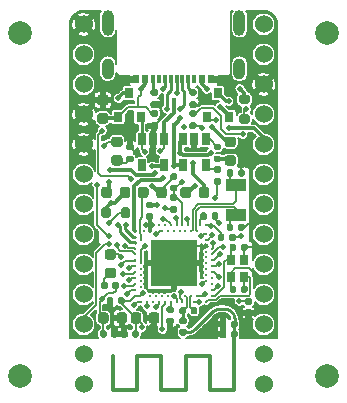
<source format=gtl>
%TF.GenerationSoftware,KiCad,Pcbnew,(5.1.9)-1*%
%TF.CreationDate,2021-01-04T01:20:58+08:00*%
%TF.ProjectId,akami,616b616d-692e-46b6-9963-61645f706362,rev?*%
%TF.SameCoordinates,Original*%
%TF.FileFunction,Copper,L1,Top*%
%TF.FilePolarity,Positive*%
%FSLAX46Y46*%
G04 Gerber Fmt 4.6, Leading zero omitted, Abs format (unit mm)*
G04 Created by KiCad (PCBNEW (5.1.9)-1) date 2021-01-04 01:20:58*
%MOMM*%
%LPD*%
G01*
G04 APERTURE LIST*
%TA.AperFunction,SMDPad,CuDef*%
%ADD10R,0.650000X1.060000*%
%TD*%
%TA.AperFunction,SMDPad,CuDef*%
%ADD11R,0.800000X0.900000*%
%TD*%
%TA.AperFunction,SMDPad,CuDef*%
%ADD12R,1.800000X1.000000*%
%TD*%
%TA.AperFunction,ComponentPad*%
%ADD13C,1.524000*%
%TD*%
%TA.AperFunction,ConnectorPad*%
%ADD14C,0.300000*%
%TD*%
%TA.AperFunction,WasherPad*%
%ADD15C,2.000000*%
%TD*%
%TA.AperFunction,SMDPad,CuDef*%
%ADD16R,0.300000X0.800000*%
%TD*%
%TA.AperFunction,SMDPad,CuDef*%
%ADD17R,0.540000X0.800000*%
%TD*%
%TA.AperFunction,ComponentPad*%
%ADD18O,1.000000X1.800000*%
%TD*%
%TA.AperFunction,ComponentPad*%
%ADD19O,1.000000X2.200000*%
%TD*%
%TA.AperFunction,SMDPad,CuDef*%
%ADD20R,4.000000X4.000000*%
%TD*%
%TA.AperFunction,SMDPad,CuDef*%
%ADD21C,0.250000*%
%TD*%
%TA.AperFunction,SMDPad,CuDef*%
%ADD22R,0.450000X0.600000*%
%TD*%
%TA.AperFunction,ViaPad*%
%ADD23C,0.500000*%
%TD*%
%TA.AperFunction,ViaPad*%
%ADD24C,0.600000*%
%TD*%
%TA.AperFunction,Conductor*%
%ADD25C,0.200000*%
%TD*%
%TA.AperFunction,Conductor*%
%ADD26C,0.300000*%
%TD*%
%TA.AperFunction,Conductor*%
%ADD27C,0.150000*%
%TD*%
%TA.AperFunction,Conductor*%
%ADD28C,0.293300*%
%TD*%
%TA.AperFunction,Conductor*%
%ADD29C,0.261100*%
%TD*%
%TA.AperFunction,Conductor*%
%ADD30C,0.261112*%
%TD*%
%TA.AperFunction,Conductor*%
%ADD31C,0.500000*%
%TD*%
%TA.AperFunction,Conductor*%
%ADD32C,0.100000*%
%TD*%
G04 APERTURE END LIST*
D10*
%TO.P,U2,1*%
%TO.N,Net-(R8-Pad1)*%
X2700000Y5500000D03*
%TO.P,U2,2*%
%TO.N,GND*%
X1750000Y5500000D03*
%TO.P,U2,3*%
%TO.N,VBAT*%
X800000Y5500000D03*
%TO.P,U2,4*%
%TO.N,VBUS*%
X800000Y3300000D03*
%TO.P,U2,5*%
%TO.N,Net-(R7-Pad2)*%
X2700000Y3300000D03*
%TD*%
%TO.P,U3,1*%
%TO.N,Net-(C20-Pad2)*%
X-800000Y5500000D03*
%TO.P,U3,2*%
%TO.N,GND*%
X-1750000Y5500000D03*
%TO.P,U3,3*%
%TO.N,Net-(C20-Pad2)*%
X-2700000Y5500000D03*
%TO.P,U3,4*%
%TO.N,Net-(U3-Pad4)*%
X-2700000Y3300000D03*
%TO.P,U3,5*%
%TO.N,VDD_NRF*%
X-800000Y3300000D03*
%TD*%
D11*
%TO.P,Q1,1*%
%TO.N,POWER_CTRL*%
X2800000Y7400000D03*
%TO.P,Q1,2*%
%TO.N,VDD_NRF*%
X4700000Y7400000D03*
%TO.P,Q1,3*%
%TO.N,3V3_OUT*%
X3750000Y9400000D03*
%TD*%
%TO.P,Q2,1*%
%TO.N,VBUS*%
X-4700000Y7400000D03*
%TO.P,Q2,2*%
%TO.N,Net-(C20-Pad2)*%
X-2800000Y7400000D03*
%TO.P,Q2,3*%
%TO.N,VBAT*%
X-3750000Y9400000D03*
%TD*%
D12*
%TO.P,Y2,2*%
%TO.N,Net-(C18-Pad2)*%
X5250000Y1600000D03*
%TO.P,Y2,1*%
%TO.N,Net-(C17-Pad2)*%
X5250000Y-900000D03*
%TD*%
D13*
%TO.P,J2,1*%
%TO.N,VBAT*%
X7620000Y15230000D03*
%TD*%
%TO.P,J3,1*%
%TO.N,GND*%
X-7620000Y15230000D03*
%TD*%
D14*
%TO.P,TP4,1*%
%TO.N,ANTENNA*%
X-5150000Y-12820000D03*
%TD*%
D15*
%TO.P,REF\u002A\u002A,*%
%TO.N,*%
X13000000Y14500000D03*
%TD*%
%TO.P,REF\u002A\u002A,*%
%TO.N,*%
X13000000Y-14500000D03*
%TD*%
%TO.P,REF\u002A\u002A,*%
%TO.N,*%
X-13000000Y-14500000D03*
%TD*%
%TO.P,REF\u002A\u002A,*%
%TO.N,*%
X-13000000Y14500000D03*
%TD*%
%TO.P,R2,1*%
%TO.N,GND*%
%TA.AperFunction,SMDPad,CuDef*%
G36*
G01*
X-6125000Y-975000D02*
X-6125000Y-425000D01*
G75*
G02*
X-5925000Y-225000I200000J0D01*
G01*
X-5525000Y-225000D01*
G75*
G02*
X-5325000Y-425000I0J-200000D01*
G01*
X-5325000Y-975000D01*
G75*
G02*
X-5525000Y-1175000I-200000J0D01*
G01*
X-5925000Y-1175000D01*
G75*
G02*
X-6125000Y-975000I0J200000D01*
G01*
G37*
%TD.AperFunction*%
%TO.P,R2,2*%
%TO.N,POWER_CTRL*%
%TA.AperFunction,SMDPad,CuDef*%
G36*
G01*
X-4475000Y-975000D02*
X-4475000Y-425000D01*
G75*
G02*
X-4275000Y-225000I200000J0D01*
G01*
X-3875000Y-225000D01*
G75*
G02*
X-3675000Y-425000I0J-200000D01*
G01*
X-3675000Y-975000D01*
G75*
G02*
X-3875000Y-1175000I-200000J0D01*
G01*
X-4275000Y-1175000D01*
G75*
G02*
X-4475000Y-975000I0J200000D01*
G01*
G37*
%TD.AperFunction*%
%TD*%
%TO.P,R11,1*%
%TO.N,VBAT*%
%TA.AperFunction,SMDPad,CuDef*%
G36*
G01*
X5725000Y9275000D02*
X6275000Y9275000D01*
G75*
G02*
X6475000Y9075000I0J-200000D01*
G01*
X6475000Y8675000D01*
G75*
G02*
X6275000Y8475000I-200000J0D01*
G01*
X5725000Y8475000D01*
G75*
G02*
X5525000Y8675000I0J200000D01*
G01*
X5525000Y9075000D01*
G75*
G02*
X5725000Y9275000I200000J0D01*
G01*
G37*
%TD.AperFunction*%
%TO.P,R11,2*%
%TO.N,Net-(R11-Pad2)*%
%TA.AperFunction,SMDPad,CuDef*%
G36*
G01*
X5725000Y7625000D02*
X6275000Y7625000D01*
G75*
G02*
X6475000Y7425000I0J-200000D01*
G01*
X6475000Y7025000D01*
G75*
G02*
X6275000Y6825000I-200000J0D01*
G01*
X5725000Y6825000D01*
G75*
G02*
X5525000Y7025000I0J200000D01*
G01*
X5525000Y7425000D01*
G75*
G02*
X5725000Y7625000I200000J0D01*
G01*
G37*
%TD.AperFunction*%
%TD*%
%TO.P,C16,1*%
%TO.N,GND*%
%TA.AperFunction,SMDPad,CuDef*%
G36*
G01*
X-3950000Y-9375000D02*
X-3950000Y-9875000D01*
G75*
G02*
X-4175000Y-10100000I-225000J0D01*
G01*
X-4625000Y-10100000D01*
G75*
G02*
X-4850000Y-9875000I0J225000D01*
G01*
X-4850000Y-9375000D01*
G75*
G02*
X-4625000Y-9150000I225000J0D01*
G01*
X-4175000Y-9150000D01*
G75*
G02*
X-3950000Y-9375000I0J-225000D01*
G01*
G37*
%TD.AperFunction*%
%TO.P,C16,2*%
%TO.N,Net-(C15-Pad2)*%
%TA.AperFunction,SMDPad,CuDef*%
G36*
G01*
X-5500000Y-9375000D02*
X-5500000Y-9875000D01*
G75*
G02*
X-5725000Y-10100000I-225000J0D01*
G01*
X-6175000Y-10100000D01*
G75*
G02*
X-6400000Y-9875000I0J225000D01*
G01*
X-6400000Y-9375000D01*
G75*
G02*
X-6175000Y-9150000I225000J0D01*
G01*
X-5725000Y-9150000D01*
G75*
G02*
X-5500000Y-9375000I0J-225000D01*
G01*
G37*
%TD.AperFunction*%
%TD*%
D13*
%TO.P,U4,1*%
%TO.N,P0.06*%
X-7620000Y12690000D03*
%TO.P,U4,2*%
%TO.N,P0.08*%
X-7620000Y10150000D03*
%TO.P,U4,3*%
%TO.N,GND*%
X-7620000Y7610000D03*
%TO.P,U4,4*%
X-7620000Y5070000D03*
%TO.P,U4,5*%
%TO.N,P0.17*%
X-7620000Y2530000D03*
%TO.P,U4,6*%
%TO.N,P0.20*%
X-7620000Y-10000D03*
%TO.P,U4,7*%
%TO.N,P0.22*%
X-7620000Y-2550000D03*
%TO.P,U4,8*%
%TO.N,P0.24*%
X-7620000Y-5090000D03*
%TO.P,U4,9*%
%TO.N,P1.00*%
X-7620000Y-7630000D03*
%TO.P,U4,10*%
%TO.N,P0.11*%
X-7620000Y-10170000D03*
%TO.P,U4,11*%
%TO.N,P1.04*%
X-7620000Y-12710000D03*
%TO.P,U4,12*%
%TO.N,P1.06*%
X-7620000Y-15250000D03*
%TO.P,U4,13*%
%TO.N,P0.09*%
X7620000Y-15250000D03*
%TO.P,U4,14*%
%TO.N,P0.10*%
X7620000Y-12710000D03*
%TO.P,U4,15*%
%TO.N,P1.11*%
X7620000Y-10170000D03*
%TO.P,U4,16*%
%TO.N,P1.13*%
X7620000Y-7630000D03*
%TO.P,U4,17*%
%TO.N,P1.15*%
X7620000Y-5090000D03*
%TO.P,U4,18*%
%TO.N,P0.02*%
X7620000Y-2550000D03*
%TO.P,U4,19*%
%TO.N,P0.29*%
X7620000Y-10000D03*
%TO.P,U4,20*%
%TO.N,P0.31*%
X7620000Y2530000D03*
%TO.P,U4,21*%
%TO.N,3V3_OUT*%
X7620000Y5070000D03*
%TO.P,U4,22*%
%TO.N,RESET*%
X7620000Y7610000D03*
%TO.P,U4,23*%
%TO.N,GND*%
X7620000Y10150000D03*
%TO.P,U4,24*%
%TO.N,VBAT*%
X7620000Y12690000D03*
%TD*%
%TO.P,C22,1*%
%TO.N,GND*%
%TA.AperFunction,SMDPad,CuDef*%
G36*
G01*
X3910000Y-10320000D02*
X3910000Y-9980000D01*
G75*
G02*
X4050000Y-9840000I140000J0D01*
G01*
X4330000Y-9840000D01*
G75*
G02*
X4470000Y-9980000I0J-140000D01*
G01*
X4470000Y-10320000D01*
G75*
G02*
X4330000Y-10460000I-140000J0D01*
G01*
X4050000Y-10460000D01*
G75*
G02*
X3910000Y-10320000I0J140000D01*
G01*
G37*
%TD.AperFunction*%
%TO.P,C22,2*%
%TO.N,ANTENNA*%
%TA.AperFunction,SMDPad,CuDef*%
G36*
G01*
X4870000Y-10320000D02*
X4870000Y-9980000D01*
G75*
G02*
X5010000Y-9840000I140000J0D01*
G01*
X5290000Y-9840000D01*
G75*
G02*
X5430000Y-9980000I0J-140000D01*
G01*
X5430000Y-10320000D01*
G75*
G02*
X5290000Y-10460000I-140000J0D01*
G01*
X5010000Y-10460000D01*
G75*
G02*
X4870000Y-10320000I0J140000D01*
G01*
G37*
%TD.AperFunction*%
%TD*%
%TO.P,R4,1*%
%TO.N,BAT_VOLT*%
%TA.AperFunction,SMDPad,CuDef*%
G36*
G01*
X-185000Y855000D02*
X185000Y855000D01*
G75*
G02*
X320000Y720000I0J-135000D01*
G01*
X320000Y450000D01*
G75*
G02*
X185000Y315000I-135000J0D01*
G01*
X-185000Y315000D01*
G75*
G02*
X-320000Y450000I0J135000D01*
G01*
X-320000Y720000D01*
G75*
G02*
X-185000Y855000I135000J0D01*
G01*
G37*
%TD.AperFunction*%
%TO.P,R4,2*%
%TO.N,GND*%
%TA.AperFunction,SMDPad,CuDef*%
G36*
G01*
X-185000Y-165000D02*
X185000Y-165000D01*
G75*
G02*
X320000Y-300000I0J-135000D01*
G01*
X320000Y-570000D01*
G75*
G02*
X185000Y-705000I-135000J0D01*
G01*
X-185000Y-705000D01*
G75*
G02*
X-320000Y-570000I0J135000D01*
G01*
X-320000Y-300000D01*
G75*
G02*
X-185000Y-165000I135000J0D01*
G01*
G37*
%TD.AperFunction*%
%TD*%
%TO.P,R3,1*%
%TO.N,Net-(R11-Pad2)*%
%TA.AperFunction,SMDPad,CuDef*%
G36*
G01*
X1455000Y7950000D02*
X1825000Y7950000D01*
G75*
G02*
X1960000Y7815000I0J-135000D01*
G01*
X1960000Y7545000D01*
G75*
G02*
X1825000Y7410000I-135000J0D01*
G01*
X1455000Y7410000D01*
G75*
G02*
X1320000Y7545000I0J135000D01*
G01*
X1320000Y7815000D01*
G75*
G02*
X1455000Y7950000I135000J0D01*
G01*
G37*
%TD.AperFunction*%
%TO.P,R3,2*%
%TO.N,BAT_VOLT*%
%TA.AperFunction,SMDPad,CuDef*%
G36*
G01*
X1455000Y6930000D02*
X1825000Y6930000D01*
G75*
G02*
X1960000Y6795000I0J-135000D01*
G01*
X1960000Y6525000D01*
G75*
G02*
X1825000Y6390000I-135000J0D01*
G01*
X1455000Y6390000D01*
G75*
G02*
X1320000Y6525000I0J135000D01*
G01*
X1320000Y6795000D01*
G75*
G02*
X1455000Y6930000I135000J0D01*
G01*
G37*
%TD.AperFunction*%
%TD*%
%TO.P,R10,1*%
%TO.N,Net-(J1-PadB5)*%
%TA.AperFunction,SMDPad,CuDef*%
G36*
G01*
X-1825000Y9730000D02*
X-1455000Y9730000D01*
G75*
G02*
X-1320000Y9595000I0J-135000D01*
G01*
X-1320000Y9325000D01*
G75*
G02*
X-1455000Y9190000I-135000J0D01*
G01*
X-1825000Y9190000D01*
G75*
G02*
X-1960000Y9325000I0J135000D01*
G01*
X-1960000Y9595000D01*
G75*
G02*
X-1825000Y9730000I135000J0D01*
G01*
G37*
%TD.AperFunction*%
%TO.P,R10,2*%
%TO.N,GND*%
%TA.AperFunction,SMDPad,CuDef*%
G36*
G01*
X-1825000Y8710000D02*
X-1455000Y8710000D01*
G75*
G02*
X-1320000Y8575000I0J-135000D01*
G01*
X-1320000Y8305000D01*
G75*
G02*
X-1455000Y8170000I-135000J0D01*
G01*
X-1825000Y8170000D01*
G75*
G02*
X-1960000Y8305000I0J135000D01*
G01*
X-1960000Y8575000D01*
G75*
G02*
X-1825000Y8710000I135000J0D01*
G01*
G37*
%TD.AperFunction*%
%TD*%
D11*
%TO.P,Y1,1*%
%TO.N,Net-(C6-Pad1)*%
X5950000Y-6125000D03*
%TO.P,Y1,2*%
%TO.N,GND*%
X5950000Y-4725000D03*
%TO.P,Y1,3*%
%TO.N,Net-(C7-Pad1)*%
X4850000Y-4725000D03*
%TO.P,Y1,4*%
%TO.N,GND*%
X4850000Y-6125000D03*
%TD*%
D16*
%TO.P,J1,B5*%
%TO.N,Net-(J1-PadB5)*%
X-1749700Y10573200D03*
%TO.P,J1,A5*%
%TO.N,Net-(J1-PadA5)*%
X1250300Y10573200D03*
%TO.P,J1,A6*%
%TO.N,USB_D+*%
X250300Y10573200D03*
%TO.P,J1,A7*%
%TO.N,USB_D-*%
X-249700Y10573200D03*
%TO.P,J1,B7*%
X750300Y10573200D03*
%TO.P,J1,B6*%
%TO.N,USB_D+*%
X-749700Y10573200D03*
D17*
%TO.P,J1,A4*%
%TO.N,VBUS*%
X-2399700Y10573200D03*
X2400300Y10573200D03*
%TO.P,J1,A1*%
%TO.N,GND*%
X3200300Y10573200D03*
X-3199700Y10573200D03*
D18*
%TO.P,J1,S1*%
%TO.N,Net-(J1-PadS1)*%
X-5575000Y11473200D03*
X5575600Y11473200D03*
D19*
X5575600Y15373200D03*
X-5575000Y15373200D03*
D16*
%TO.P,J1,A8*%
%TO.N,N/C*%
X-1249700Y10573200D03*
%TO.P,J1,B8*%
X1758300Y10573200D03*
%TD*%
D20*
%TO.P,U1,EP*%
%TO.N,GND*%
X0Y-5000000D03*
D21*
%TO.P,U1,B24*%
%TO.N,Net-(C6-Pad1)*%
X2750000Y-8250000D03*
%TO.P,U1,D23*%
%TO.N,Net-(C11-Pad1)*%
X2000000Y-7750000D03*
%TO.P,U1,A8*%
%TO.N,P0.31*%
X3250000Y-3750000D03*
%TO.P,U1,B3*%
%TO.N,Net-(L3-Pad2)*%
X2750000Y-2500000D03*
%TO.P,U1,AC21*%
%TO.N,Net-(U1-PadAC21)*%
X-2750000Y-7000000D03*
%TO.P,U1,AD23*%
%TO.N,VDD_NRF*%
X-3250000Y-7750000D03*
%TO.P,U1,AD2*%
%TO.N,VBUS*%
X-3250000Y-2250000D03*
%TO.P,U1,AB2*%
%TO.N,Net-(U1-PadAB2)*%
X-2500000Y-2250000D03*
%TO.P,U1,Y2*%
%TO.N,VDD_NRF*%
X-2000000Y-2250000D03*
%TO.P,U1,W1*%
X-1750000Y-1750000D03*
%TO.P,U1,U1*%
%TO.N,Net-(U1-PadU1)*%
X-1250000Y-1750000D03*
%TO.P,U1,R1*%
%TO.N,Net-(U1-PadR1)*%
X-750000Y-1750000D03*
%TO.P,U1,N1*%
%TO.N,P0.08*%
X-250000Y-1750000D03*
%TO.P,U1,L1*%
%TO.N,P0.06*%
X250000Y-1750000D03*
%TO.P,U1,J1*%
%TO.N,BAT_VOLT*%
X750000Y-1750000D03*
%TO.P,U1,G1*%
%TO.N,CHARGE_CTRL*%
X1250000Y-1750000D03*
%TO.P,U1,T2*%
%TO.N,P0.11*%
X-1000000Y-2250000D03*
%TO.P,U1,P2*%
%TO.N,Net-(U1-PadP2)*%
X-500000Y-2250000D03*
%TO.P,U1,M2*%
%TO.N,Net-(U1-PadM2)*%
X0Y-2250000D03*
%TO.P,U1,K2*%
%TO.N,Net-(U1-PadK2)*%
X500000Y-2250000D03*
%TO.P,U1,H2*%
%TO.N,Net-(U1-PadH2)*%
X1000000Y-2250000D03*
%TO.P,U1,F2*%
%TO.N,Net-(C18-Pad2)*%
X1500000Y-2250000D03*
%TO.P,U1,C1*%
%TO.N,Net-(C10-Pad1)*%
X2250000Y-1750000D03*
%TO.P,U1,D2*%
%TO.N,Net-(C17-Pad2)*%
X2000000Y-2250000D03*
%TO.P,U1,B1*%
%TO.N,VDD_NRF*%
X2750000Y-1750000D03*
%TO.P,U1,AD4*%
%TO.N,USB_D-*%
X-3250000Y-2750000D03*
%TO.P,U1,AD6*%
%TO.N,USB_D+*%
X-3250000Y-3250000D03*
%TO.P,U1,AD8*%
%TO.N,POWER_CTRL*%
X-3250000Y-3750000D03*
%TO.P,U1,AD10*%
%TO.N,BLUE_LED*%
X-3250000Y-4250000D03*
%TO.P,U1,AD12*%
%TO.N,P0.17*%
X-3250000Y-4750000D03*
%TO.P,U1,AD14*%
%TO.N,VDD_NRF*%
X-3250000Y-5250000D03*
%TO.P,U1,AD16*%
%TO.N,P0.20*%
X-3250000Y-5750000D03*
%TO.P,U1,AD18*%
%TO.N,P0.22*%
X-3250000Y-6250000D03*
%TO.P,U1,AD20*%
%TO.N,P0.24*%
X-3250000Y-6750000D03*
%TO.P,U1,AD22*%
%TO.N,P1.00*%
X-3250000Y-7250000D03*
%TO.P,U1,AC19*%
%TO.N,Net-(U1-PadAC19)*%
X-2750000Y-6500000D03*
%TO.P,U1,AC17*%
%TO.N,Net-(U1-PadAC17)*%
X-2750000Y-6000000D03*
%TO.P,U1,AC15*%
%TO.N,Net-(U1-PadAC15)*%
X-2750000Y-5500000D03*
%TO.P,U1,AC13*%
%TO.N,RESET*%
X-2750000Y-5000000D03*
%TO.P,U1,AC11*%
X-2750000Y-4500000D03*
%TO.P,U1,AC9*%
X-2750000Y-4000000D03*
%TO.P,U1,AC5*%
%TO.N,Net-(C13-Pad1)*%
X-2750000Y-3000000D03*
%TO.P,U1,B5*%
%TO.N,Net-(C15-Pad2)*%
X2750000Y-3000000D03*
%TO.P,U1,B7*%
%TO.N,GND*%
X2750000Y-3500000D03*
%TO.P,U1,B9*%
%TO.N,Net-(U1-PadB9)*%
X2750000Y-4000000D03*
%TO.P,U1,B11*%
%TO.N,Net-(U1-PadB11)*%
X2750000Y-4500000D03*
%TO.P,U1,B13*%
%TO.N,Net-(U1-PadB13)*%
X2750000Y-5000000D03*
%TO.P,U1,B15*%
%TO.N,Net-(U1-PadB15)*%
X2750000Y-5500000D03*
%TO.P,U1,B17*%
%TO.N,Net-(U1-PadB17)*%
X2750000Y-6000000D03*
%TO.P,U1,B19*%
%TO.N,P1.11*%
X2750000Y-6500000D03*
%TO.P,U1,A10*%
%TO.N,P0.29*%
X3250000Y-4250000D03*
%TO.P,U1,A12*%
%TO.N,P0.02*%
X3250000Y-4750000D03*
%TO.P,U1,A14*%
%TO.N,P1.15*%
X3250000Y-5250000D03*
%TO.P,U1,A16*%
%TO.N,P1.13*%
X3250000Y-5750000D03*
%TO.P,U1,A18*%
%TO.N,Net-(U1-PadA18)*%
X3250000Y-6250000D03*
%TO.P,U1,A20*%
%TO.N,P1.10*%
X3250000Y-6750000D03*
%TO.P,U1,A22*%
%TO.N,VDD_NRF*%
X3250000Y-7250000D03*
%TO.P,U1,A23*%
%TO.N,Net-(C7-Pad1)*%
X3250000Y-7750000D03*
%TO.P,U1,F23*%
%TO.N,VSS_PA*%
X1500000Y-7750000D03*
%TO.P,U1,H23*%
%TO.N,Net-(C9-Pad2)*%
X1000000Y-7750000D03*
%TO.P,U1,P23*%
%TO.N,Net-(U1-PadP23)*%
X-500000Y-7750000D03*
%TO.P,U1,T23*%
%TO.N,Net-(U1-PadT23)*%
X-1000000Y-7750000D03*
%TO.P,U1,V23*%
%TO.N,Net-(U1-PadV23)*%
X-1500000Y-7750000D03*
%TO.P,U1,Y23*%
%TO.N,Net-(U1-PadY23)*%
X-2000000Y-7750000D03*
%TO.P,U1,E24*%
%TO.N,Net-(C15-Pad2)*%
X1750000Y-8250000D03*
%TO.P,U1,J24*%
%TO.N,P0.10*%
X750000Y-8250000D03*
%TO.P,U1,L24*%
%TO.N,P0.09*%
X250000Y-8250000D03*
%TO.P,U1,N24*%
%TO.N,Net-(C12-Pad1)*%
X-250000Y-8250000D03*
%TO.P,U1,R24*%
%TO.N,P1.06*%
X-750000Y-8250000D03*
%TO.P,U1,U24*%
%TO.N,P1.04*%
X-1250000Y-8250000D03*
%TO.P,U1,W24*%
%TO.N,Net-(U1-PadW24)*%
X-1750000Y-8250000D03*
%TO.P,U1,AA24*%
%TO.N,SWC*%
X-2250000Y-8250000D03*
%TO.P,U1,AC24*%
%TO.N,SWD*%
X-2750000Y-8250000D03*
%TD*%
%TO.P,R9,1*%
%TO.N,Net-(J1-PadA5)*%
%TA.AperFunction,SMDPad,CuDef*%
G36*
G01*
X1455000Y9730000D02*
X1825000Y9730000D01*
G75*
G02*
X1960000Y9595000I0J-135000D01*
G01*
X1960000Y9325000D01*
G75*
G02*
X1825000Y9190000I-135000J0D01*
G01*
X1455000Y9190000D01*
G75*
G02*
X1320000Y9325000I0J135000D01*
G01*
X1320000Y9595000D01*
G75*
G02*
X1455000Y9730000I135000J0D01*
G01*
G37*
%TD.AperFunction*%
%TO.P,R9,2*%
%TO.N,GND*%
%TA.AperFunction,SMDPad,CuDef*%
G36*
G01*
X1455000Y8710000D02*
X1825000Y8710000D01*
G75*
G02*
X1960000Y8575000I0J-135000D01*
G01*
X1960000Y8305000D01*
G75*
G02*
X1825000Y8170000I-135000J0D01*
G01*
X1455000Y8170000D01*
G75*
G02*
X1320000Y8305000I0J135000D01*
G01*
X1320000Y8575000D01*
G75*
G02*
X1455000Y8710000I135000J0D01*
G01*
G37*
%TD.AperFunction*%
%TD*%
%TO.P,R8,1*%
%TO.N,Net-(R8-Pad1)*%
%TA.AperFunction,SMDPad,CuDef*%
G36*
G01*
X3515000Y5130000D02*
X3885000Y5130000D01*
G75*
G02*
X4020000Y4995000I0J-135000D01*
G01*
X4020000Y4725000D01*
G75*
G02*
X3885000Y4590000I-135000J0D01*
G01*
X3515000Y4590000D01*
G75*
G02*
X3380000Y4725000I0J135000D01*
G01*
X3380000Y4995000D01*
G75*
G02*
X3515000Y5130000I135000J0D01*
G01*
G37*
%TD.AperFunction*%
%TO.P,R8,2*%
%TO.N,Net-(D3-Pad1)*%
%TA.AperFunction,SMDPad,CuDef*%
G36*
G01*
X3515000Y4110000D02*
X3885000Y4110000D01*
G75*
G02*
X4020000Y3975000I0J-135000D01*
G01*
X4020000Y3705000D01*
G75*
G02*
X3885000Y3570000I-135000J0D01*
G01*
X3515000Y3570000D01*
G75*
G02*
X3380000Y3705000I0J135000D01*
G01*
X3380000Y3975000D01*
G75*
G02*
X3515000Y4110000I135000J0D01*
G01*
G37*
%TD.AperFunction*%
%TD*%
%TO.P,R7,1*%
%TO.N,CHARGE_CTRL*%
%TA.AperFunction,SMDPad,CuDef*%
G36*
G01*
X3885000Y1660000D02*
X3515000Y1660000D01*
G75*
G02*
X3380000Y1795000I0J135000D01*
G01*
X3380000Y2065000D01*
G75*
G02*
X3515000Y2200000I135000J0D01*
G01*
X3885000Y2200000D01*
G75*
G02*
X4020000Y2065000I0J-135000D01*
G01*
X4020000Y1795000D01*
G75*
G02*
X3885000Y1660000I-135000J0D01*
G01*
G37*
%TD.AperFunction*%
%TO.P,R7,2*%
%TO.N,Net-(R7-Pad2)*%
%TA.AperFunction,SMDPad,CuDef*%
G36*
G01*
X3885000Y2680000D02*
X3515000Y2680000D01*
G75*
G02*
X3380000Y2815000I0J135000D01*
G01*
X3380000Y3085000D01*
G75*
G02*
X3515000Y3220000I135000J0D01*
G01*
X3885000Y3220000D01*
G75*
G02*
X4020000Y3085000I0J-135000D01*
G01*
X4020000Y2815000D01*
G75*
G02*
X3885000Y2680000I-135000J0D01*
G01*
G37*
%TD.AperFunction*%
%TD*%
%TO.P,R6,1*%
%TO.N,VBUS*%
%TA.AperFunction,SMDPad,CuDef*%
G36*
G01*
X-1825000Y7950000D02*
X-1455000Y7950000D01*
G75*
G02*
X-1320000Y7815000I0J-135000D01*
G01*
X-1320000Y7545000D01*
G75*
G02*
X-1455000Y7410000I-135000J0D01*
G01*
X-1825000Y7410000D01*
G75*
G02*
X-1960000Y7545000I0J135000D01*
G01*
X-1960000Y7815000D01*
G75*
G02*
X-1825000Y7950000I135000J0D01*
G01*
G37*
%TD.AperFunction*%
%TO.P,R6,2*%
%TO.N,GND*%
%TA.AperFunction,SMDPad,CuDef*%
G36*
G01*
X-1825000Y6930000D02*
X-1455000Y6930000D01*
G75*
G02*
X-1320000Y6795000I0J-135000D01*
G01*
X-1320000Y6525000D01*
G75*
G02*
X-1455000Y6390000I-135000J0D01*
G01*
X-1825000Y6390000D01*
G75*
G02*
X-1960000Y6525000I0J135000D01*
G01*
X-1960000Y6795000D01*
G75*
G02*
X-1825000Y6930000I135000J0D01*
G01*
G37*
%TD.AperFunction*%
%TD*%
%TO.P,R5,1*%
%TO.N,GND*%
%TA.AperFunction,SMDPad,CuDef*%
G36*
G01*
X-3885000Y5130000D02*
X-3515000Y5130000D01*
G75*
G02*
X-3380000Y4995000I0J-135000D01*
G01*
X-3380000Y4725000D01*
G75*
G02*
X-3515000Y4590000I-135000J0D01*
G01*
X-3885000Y4590000D01*
G75*
G02*
X-4020000Y4725000I0J135000D01*
G01*
X-4020000Y4995000D01*
G75*
G02*
X-3885000Y5130000I135000J0D01*
G01*
G37*
%TD.AperFunction*%
%TO.P,R5,2*%
%TO.N,Net-(D1-Pad1)*%
%TA.AperFunction,SMDPad,CuDef*%
G36*
G01*
X-3885000Y4110000D02*
X-3515000Y4110000D01*
G75*
G02*
X-3380000Y3975000I0J-135000D01*
G01*
X-3380000Y3705000D01*
G75*
G02*
X-3515000Y3570000I-135000J0D01*
G01*
X-3885000Y3570000D01*
G75*
G02*
X-4020000Y3705000I0J135000D01*
G01*
X-4020000Y3975000D01*
G75*
G02*
X-3885000Y4110000I135000J0D01*
G01*
G37*
%TD.AperFunction*%
%TD*%
%TO.P,L3,1*%
%TO.N,Net-(L2-Pad2)*%
%TA.AperFunction,SMDPad,CuDef*%
G36*
G01*
X-5093750Y-6262500D02*
X-5606250Y-6262500D01*
G75*
G02*
X-5825000Y-6043750I0J218750D01*
G01*
X-5825000Y-5606250D01*
G75*
G02*
X-5606250Y-5387500I218750J0D01*
G01*
X-5093750Y-5387500D01*
G75*
G02*
X-4875000Y-5606250I0J-218750D01*
G01*
X-4875000Y-6043750D01*
G75*
G02*
X-5093750Y-6262500I-218750J0D01*
G01*
G37*
%TD.AperFunction*%
%TO.P,L3,2*%
%TO.N,Net-(L3-Pad2)*%
%TA.AperFunction,SMDPad,CuDef*%
G36*
G01*
X-5093750Y-4687500D02*
X-5606250Y-4687500D01*
G75*
G02*
X-5825000Y-4468750I0J218750D01*
G01*
X-5825000Y-4031250D01*
G75*
G02*
X-5606250Y-3812500I218750J0D01*
G01*
X-5093750Y-3812500D01*
G75*
G02*
X-4875000Y-4031250I0J-218750D01*
G01*
X-4875000Y-4468750D01*
G75*
G02*
X-5093750Y-4687500I-218750J0D01*
G01*
G37*
%TD.AperFunction*%
%TD*%
%TO.P,L2,1*%
%TO.N,Net-(C15-Pad2)*%
%TA.AperFunction,SMDPad,CuDef*%
G36*
G01*
X-4605000Y-6702500D02*
X-4605000Y-7047500D01*
G75*
G02*
X-4752500Y-7195000I-147500J0D01*
G01*
X-5047500Y-7195000D01*
G75*
G02*
X-5195000Y-7047500I0J147500D01*
G01*
X-5195000Y-6702500D01*
G75*
G02*
X-5047500Y-6555000I147500J0D01*
G01*
X-4752500Y-6555000D01*
G75*
G02*
X-4605000Y-6702500I0J-147500D01*
G01*
G37*
%TD.AperFunction*%
%TO.P,L2,2*%
%TO.N,Net-(L2-Pad2)*%
%TA.AperFunction,SMDPad,CuDef*%
G36*
G01*
X-5575000Y-6702500D02*
X-5575000Y-7047500D01*
G75*
G02*
X-5722500Y-7195000I-147500J0D01*
G01*
X-6017500Y-7195000D01*
G75*
G02*
X-6165000Y-7047500I0J147500D01*
G01*
X-6165000Y-6702500D01*
G75*
G02*
X-6017500Y-6555000I147500J0D01*
G01*
X-5722500Y-6555000D01*
G75*
G02*
X-5575000Y-6702500I0J-147500D01*
G01*
G37*
%TD.AperFunction*%
%TD*%
%TO.P,L1,1*%
%TO.N,ANTENNA*%
%TA.AperFunction,SMDPad,CuDef*%
G36*
G01*
X972500Y-11115000D02*
X627500Y-11115000D01*
G75*
G02*
X480000Y-10967500I0J147500D01*
G01*
X480000Y-10672500D01*
G75*
G02*
X627500Y-10525000I147500J0D01*
G01*
X972500Y-10525000D01*
G75*
G02*
X1120000Y-10672500I0J-147500D01*
G01*
X1120000Y-10967500D01*
G75*
G02*
X972500Y-11115000I-147500J0D01*
G01*
G37*
%TD.AperFunction*%
%TO.P,L1,2*%
%TO.N,Net-(C9-Pad2)*%
%TA.AperFunction,SMDPad,CuDef*%
G36*
G01*
X972500Y-10145000D02*
X627500Y-10145000D01*
G75*
G02*
X480000Y-9997500I0J147500D01*
G01*
X480000Y-9702500D01*
G75*
G02*
X627500Y-9555000I147500J0D01*
G01*
X972500Y-9555000D01*
G75*
G02*
X1120000Y-9702500I0J-147500D01*
G01*
X1120000Y-9997500D01*
G75*
G02*
X972500Y-10145000I-147500J0D01*
G01*
G37*
%TD.AperFunction*%
%TD*%
%TO.P,D3,1*%
%TO.N,Net-(D3-Pad1)*%
%TA.AperFunction,SMDPad,CuDef*%
G36*
G01*
X5056250Y3275000D02*
X4543750Y3275000D01*
G75*
G02*
X4325000Y3493750I0J218750D01*
G01*
X4325000Y3931250D01*
G75*
G02*
X4543750Y4150000I218750J0D01*
G01*
X5056250Y4150000D01*
G75*
G02*
X5275000Y3931250I0J-218750D01*
G01*
X5275000Y3493750D01*
G75*
G02*
X5056250Y3275000I-218750J0D01*
G01*
G37*
%TD.AperFunction*%
%TO.P,D3,2*%
%TO.N,VBUS*%
%TA.AperFunction,SMDPad,CuDef*%
G36*
G01*
X5056250Y4850000D02*
X4543750Y4850000D01*
G75*
G02*
X4325000Y5068750I0J218750D01*
G01*
X4325000Y5506250D01*
G75*
G02*
X4543750Y5725000I218750J0D01*
G01*
X5056250Y5725000D01*
G75*
G02*
X5275000Y5506250I0J-218750D01*
G01*
X5275000Y5068750D01*
G75*
G02*
X5056250Y4850000I-218750J0D01*
G01*
G37*
%TD.AperFunction*%
%TD*%
D22*
%TO.P,D2,1*%
%TO.N,Net-(C20-Pad2)*%
X0Y8750000D03*
%TO.P,D2,2*%
%TO.N,VBUS*%
X0Y6650000D03*
%TD*%
%TO.P,D1,1*%
%TO.N,Net-(D1-Pad1)*%
%TA.AperFunction,SMDPad,CuDef*%
G36*
G01*
X-4543750Y3275000D02*
X-5056250Y3275000D01*
G75*
G02*
X-5275000Y3493750I0J218750D01*
G01*
X-5275000Y3931250D01*
G75*
G02*
X-5056250Y4150000I218750J0D01*
G01*
X-4543750Y4150000D01*
G75*
G02*
X-4325000Y3931250I0J-218750D01*
G01*
X-4325000Y3493750D01*
G75*
G02*
X-4543750Y3275000I-218750J0D01*
G01*
G37*
%TD.AperFunction*%
%TO.P,D1,2*%
%TO.N,BLUE_LED*%
%TA.AperFunction,SMDPad,CuDef*%
G36*
G01*
X-4543750Y4850000D02*
X-5056250Y4850000D01*
G75*
G02*
X-5275000Y5068750I0J218750D01*
G01*
X-5275000Y5506250D01*
G75*
G02*
X-5056250Y5725000I218750J0D01*
G01*
X-4543750Y5725000D01*
G75*
G02*
X-4325000Y5506250I0J-218750D01*
G01*
X-4325000Y5068750D01*
G75*
G02*
X-4543750Y4850000I-218750J0D01*
G01*
G37*
%TD.AperFunction*%
%TD*%
%TO.P,C21,1*%
%TO.N,GND*%
%TA.AperFunction,SMDPad,CuDef*%
G36*
G01*
X-3675000Y1250000D02*
X-3675000Y750000D01*
G75*
G02*
X-3900000Y525000I-225000J0D01*
G01*
X-4350000Y525000D01*
G75*
G02*
X-4575000Y750000I0J225000D01*
G01*
X-4575000Y1250000D01*
G75*
G02*
X-4350000Y1475000I225000J0D01*
G01*
X-3900000Y1475000D01*
G75*
G02*
X-3675000Y1250000I0J-225000D01*
G01*
G37*
%TD.AperFunction*%
%TO.P,C21,2*%
%TO.N,VBAT*%
%TA.AperFunction,SMDPad,CuDef*%
G36*
G01*
X-5225000Y1250000D02*
X-5225000Y750000D01*
G75*
G02*
X-5450000Y525000I-225000J0D01*
G01*
X-5900000Y525000D01*
G75*
G02*
X-6125000Y750000I0J225000D01*
G01*
X-6125000Y1250000D01*
G75*
G02*
X-5900000Y1475000I225000J0D01*
G01*
X-5450000Y1475000D01*
G75*
G02*
X-5225000Y1250000I0J-225000D01*
G01*
G37*
%TD.AperFunction*%
%TD*%
%TO.P,C20,2*%
%TO.N,Net-(C20-Pad2)*%
%TA.AperFunction,SMDPad,CuDef*%
G36*
G01*
X2125000Y750000D02*
X2125000Y1250000D01*
G75*
G02*
X2350000Y1475000I225000J0D01*
G01*
X2800000Y1475000D01*
G75*
G02*
X3025000Y1250000I0J-225000D01*
G01*
X3025000Y750000D01*
G75*
G02*
X2800000Y525000I-225000J0D01*
G01*
X2350000Y525000D01*
G75*
G02*
X2125000Y750000I0J225000D01*
G01*
G37*
%TD.AperFunction*%
%TO.P,C20,1*%
%TO.N,GND*%
%TA.AperFunction,SMDPad,CuDef*%
G36*
G01*
X575000Y750000D02*
X575000Y1250000D01*
G75*
G02*
X800000Y1475000I225000J0D01*
G01*
X1250000Y1475000D01*
G75*
G02*
X1475000Y1250000I0J-225000D01*
G01*
X1475000Y750000D01*
G75*
G02*
X1250000Y525000I-225000J0D01*
G01*
X800000Y525000D01*
G75*
G02*
X575000Y750000I0J225000D01*
G01*
G37*
%TD.AperFunction*%
%TD*%
%TO.P,C19,1*%
%TO.N,GND*%
%TA.AperFunction,SMDPad,CuDef*%
G36*
G01*
X-170000Y2610000D02*
X170000Y2610000D01*
G75*
G02*
X310000Y2470000I0J-140000D01*
G01*
X310000Y2190000D01*
G75*
G02*
X170000Y2050000I-140000J0D01*
G01*
X-170000Y2050000D01*
G75*
G02*
X-310000Y2190000I0J140000D01*
G01*
X-310000Y2470000D01*
G75*
G02*
X-170000Y2610000I140000J0D01*
G01*
G37*
%TD.AperFunction*%
%TO.P,C19,2*%
%TO.N,BAT_VOLT*%
%TA.AperFunction,SMDPad,CuDef*%
G36*
G01*
X-170000Y1650000D02*
X170000Y1650000D01*
G75*
G02*
X310000Y1510000I0J-140000D01*
G01*
X310000Y1230000D01*
G75*
G02*
X170000Y1090000I-140000J0D01*
G01*
X-170000Y1090000D01*
G75*
G02*
X-310000Y1230000I0J140000D01*
G01*
X-310000Y1510000D01*
G75*
G02*
X-170000Y1650000I140000J0D01*
G01*
G37*
%TD.AperFunction*%
%TD*%
%TO.P,C18,2*%
%TO.N,Net-(C18-Pad2)*%
%TA.AperFunction,SMDPad,CuDef*%
G36*
G01*
X5055000Y2820000D02*
X5055000Y2480000D01*
G75*
G02*
X4915000Y2340000I-140000J0D01*
G01*
X4635000Y2340000D01*
G75*
G02*
X4495000Y2480000I0J140000D01*
G01*
X4495000Y2820000D01*
G75*
G02*
X4635000Y2960000I140000J0D01*
G01*
X4915000Y2960000D01*
G75*
G02*
X5055000Y2820000I0J-140000D01*
G01*
G37*
%TD.AperFunction*%
%TO.P,C18,1*%
%TO.N,GND*%
%TA.AperFunction,SMDPad,CuDef*%
G36*
G01*
X6015000Y2820000D02*
X6015000Y2480000D01*
G75*
G02*
X5875000Y2340000I-140000J0D01*
G01*
X5595000Y2340000D01*
G75*
G02*
X5455000Y2480000I0J140000D01*
G01*
X5455000Y2820000D01*
G75*
G02*
X5595000Y2960000I140000J0D01*
G01*
X5875000Y2960000D01*
G75*
G02*
X6015000Y2820000I0J-140000D01*
G01*
G37*
%TD.AperFunction*%
%TD*%
%TO.P,C17,1*%
%TO.N,GND*%
%TA.AperFunction,SMDPad,CuDef*%
G36*
G01*
X6010000Y-1780000D02*
X6010000Y-2120000D01*
G75*
G02*
X5870000Y-2260000I-140000J0D01*
G01*
X5590000Y-2260000D01*
G75*
G02*
X5450000Y-2120000I0J140000D01*
G01*
X5450000Y-1780000D01*
G75*
G02*
X5590000Y-1640000I140000J0D01*
G01*
X5870000Y-1640000D01*
G75*
G02*
X6010000Y-1780000I0J-140000D01*
G01*
G37*
%TD.AperFunction*%
%TO.P,C17,2*%
%TO.N,Net-(C17-Pad2)*%
%TA.AperFunction,SMDPad,CuDef*%
G36*
G01*
X5050000Y-1780000D02*
X5050000Y-2120000D01*
G75*
G02*
X4910000Y-2260000I-140000J0D01*
G01*
X4630000Y-2260000D01*
G75*
G02*
X4490000Y-2120000I0J140000D01*
G01*
X4490000Y-1780000D01*
G75*
G02*
X4630000Y-1640000I140000J0D01*
G01*
X4910000Y-1640000D01*
G75*
G02*
X5050000Y-1780000I0J-140000D01*
G01*
G37*
%TD.AperFunction*%
%TD*%
%TO.P,C15,1*%
%TO.N,GND*%
%TA.AperFunction,SMDPad,CuDef*%
G36*
G01*
X-4720000Y-10805000D02*
X-4720000Y-11145000D01*
G75*
G02*
X-4860000Y-11285000I-140000J0D01*
G01*
X-5140000Y-11285000D01*
G75*
G02*
X-5280000Y-11145000I0J140000D01*
G01*
X-5280000Y-10805000D01*
G75*
G02*
X-5140000Y-10665000I140000J0D01*
G01*
X-4860000Y-10665000D01*
G75*
G02*
X-4720000Y-10805000I0J-140000D01*
G01*
G37*
%TD.AperFunction*%
%TO.P,C15,2*%
%TO.N,Net-(C15-Pad2)*%
%TA.AperFunction,SMDPad,CuDef*%
G36*
G01*
X-5680000Y-10805000D02*
X-5680000Y-11145000D01*
G75*
G02*
X-5820000Y-11285000I-140000J0D01*
G01*
X-6100000Y-11285000D01*
G75*
G02*
X-6240000Y-11145000I0J140000D01*
G01*
X-6240000Y-10805000D01*
G75*
G02*
X-6100000Y-10665000I140000J0D01*
G01*
X-5820000Y-10665000D01*
G75*
G02*
X-5680000Y-10805000I0J-140000D01*
G01*
G37*
%TD.AperFunction*%
%TD*%
%TO.P,C14,1*%
%TO.N,GND*%
%TA.AperFunction,SMDPad,CuDef*%
G36*
G01*
X-6250000Y9275000D02*
X-5750000Y9275000D01*
G75*
G02*
X-5525000Y9050000I0J-225000D01*
G01*
X-5525000Y8600000D01*
G75*
G02*
X-5750000Y8375000I-225000J0D01*
G01*
X-6250000Y8375000D01*
G75*
G02*
X-6475000Y8600000I0J225000D01*
G01*
X-6475000Y9050000D01*
G75*
G02*
X-6250000Y9275000I225000J0D01*
G01*
G37*
%TD.AperFunction*%
%TO.P,C14,2*%
%TO.N,VBUS*%
%TA.AperFunction,SMDPad,CuDef*%
G36*
G01*
X-6250000Y7725000D02*
X-5750000Y7725000D01*
G75*
G02*
X-5525000Y7500000I0J-225000D01*
G01*
X-5525000Y7050000D01*
G75*
G02*
X-5750000Y6825000I-225000J0D01*
G01*
X-6250000Y6825000D01*
G75*
G02*
X-6475000Y7050000I0J225000D01*
G01*
X-6475000Y7500000D01*
G75*
G02*
X-6250000Y7725000I225000J0D01*
G01*
G37*
%TD.AperFunction*%
%TD*%
%TO.P,C13,1*%
%TO.N,Net-(C13-Pad1)*%
%TA.AperFunction,SMDPad,CuDef*%
G36*
G01*
X-3025000Y750000D02*
X-3025000Y1250000D01*
G75*
G02*
X-2800000Y1475000I225000J0D01*
G01*
X-2350000Y1475000D01*
G75*
G02*
X-2125000Y1250000I0J-225000D01*
G01*
X-2125000Y750000D01*
G75*
G02*
X-2350000Y525000I-225000J0D01*
G01*
X-2800000Y525000D01*
G75*
G02*
X-3025000Y750000I0J225000D01*
G01*
G37*
%TD.AperFunction*%
%TO.P,C13,2*%
%TO.N,GND*%
%TA.AperFunction,SMDPad,CuDef*%
G36*
G01*
X-1475000Y750000D02*
X-1475000Y1250000D01*
G75*
G02*
X-1250000Y1475000I225000J0D01*
G01*
X-800000Y1475000D01*
G75*
G02*
X-575000Y1250000I0J-225000D01*
G01*
X-575000Y750000D01*
G75*
G02*
X-800000Y525000I-225000J0D01*
G01*
X-1250000Y525000D01*
G75*
G02*
X-1475000Y750000I0J225000D01*
G01*
G37*
%TD.AperFunction*%
%TD*%
%TO.P,C12,1*%
%TO.N,Net-(C12-Pad1)*%
%TA.AperFunction,SMDPad,CuDef*%
G36*
G01*
X-470000Y-8640000D02*
X-130000Y-8640000D01*
G75*
G02*
X10000Y-8780000I0J-140000D01*
G01*
X10000Y-9060000D01*
G75*
G02*
X-130000Y-9200000I-140000J0D01*
G01*
X-470000Y-9200000D01*
G75*
G02*
X-610000Y-9060000I0J140000D01*
G01*
X-610000Y-8780000D01*
G75*
G02*
X-470000Y-8640000I140000J0D01*
G01*
G37*
%TD.AperFunction*%
%TO.P,C12,2*%
%TO.N,GND*%
%TA.AperFunction,SMDPad,CuDef*%
G36*
G01*
X-470000Y-9600000D02*
X-130000Y-9600000D01*
G75*
G02*
X10000Y-9740000I0J-140000D01*
G01*
X10000Y-10020000D01*
G75*
G02*
X-130000Y-10160000I-140000J0D01*
G01*
X-470000Y-10160000D01*
G75*
G02*
X-610000Y-10020000I0J140000D01*
G01*
X-610000Y-9740000D01*
G75*
G02*
X-470000Y-9600000I140000J0D01*
G01*
G37*
%TD.AperFunction*%
%TD*%
%TO.P,C11,2*%
%TO.N,GND*%
%TA.AperFunction,SMDPad,CuDef*%
G36*
G01*
X6170000Y-8910000D02*
X6510000Y-8910000D01*
G75*
G02*
X6650000Y-9050000I0J-140000D01*
G01*
X6650000Y-9330000D01*
G75*
G02*
X6510000Y-9470000I-140000J0D01*
G01*
X6170000Y-9470000D01*
G75*
G02*
X6030000Y-9330000I0J140000D01*
G01*
X6030000Y-9050000D01*
G75*
G02*
X6170000Y-8910000I140000J0D01*
G01*
G37*
%TD.AperFunction*%
%TO.P,C11,1*%
%TO.N,Net-(C11-Pad1)*%
%TA.AperFunction,SMDPad,CuDef*%
G36*
G01*
X6170000Y-7950000D02*
X6510000Y-7950000D01*
G75*
G02*
X6650000Y-8090000I0J-140000D01*
G01*
X6650000Y-8370000D01*
G75*
G02*
X6510000Y-8510000I-140000J0D01*
G01*
X6170000Y-8510000D01*
G75*
G02*
X6030000Y-8370000I0J140000D01*
G01*
X6030000Y-8090000D01*
G75*
G02*
X6170000Y-7950000I140000J0D01*
G01*
G37*
%TD.AperFunction*%
%TD*%
%TO.P,C10,1*%
%TO.N,Net-(C10-Pad1)*%
%TA.AperFunction,SMDPad,CuDef*%
G36*
G01*
X2260000Y-1170000D02*
X2260000Y-830000D01*
G75*
G02*
X2400000Y-690000I140000J0D01*
G01*
X2680000Y-690000D01*
G75*
G02*
X2820000Y-830000I0J-140000D01*
G01*
X2820000Y-1170000D01*
G75*
G02*
X2680000Y-1310000I-140000J0D01*
G01*
X2400000Y-1310000D01*
G75*
G02*
X2260000Y-1170000I0J140000D01*
G01*
G37*
%TD.AperFunction*%
%TO.P,C10,2*%
%TO.N,GND*%
%TA.AperFunction,SMDPad,CuDef*%
G36*
G01*
X3220000Y-1170000D02*
X3220000Y-830000D01*
G75*
G02*
X3360000Y-690000I140000J0D01*
G01*
X3640000Y-690000D01*
G75*
G02*
X3780000Y-830000I0J-140000D01*
G01*
X3780000Y-1170000D01*
G75*
G02*
X3640000Y-1310000I-140000J0D01*
G01*
X3360000Y-1310000D01*
G75*
G02*
X3220000Y-1170000I0J140000D01*
G01*
G37*
%TD.AperFunction*%
%TD*%
%TO.P,C9,1*%
%TO.N,VSS_PA*%
%TA.AperFunction,SMDPad,CuDef*%
G36*
G01*
X2010000Y-8850000D02*
X2010000Y-9190000D01*
G75*
G02*
X1870000Y-9330000I-140000J0D01*
G01*
X1590000Y-9330000D01*
G75*
G02*
X1450000Y-9190000I0J140000D01*
G01*
X1450000Y-8850000D01*
G75*
G02*
X1590000Y-8710000I140000J0D01*
G01*
X1870000Y-8710000D01*
G75*
G02*
X2010000Y-8850000I0J-140000D01*
G01*
G37*
%TD.AperFunction*%
%TO.P,C9,2*%
%TO.N,Net-(C9-Pad2)*%
%TA.AperFunction,SMDPad,CuDef*%
G36*
G01*
X1050000Y-8850000D02*
X1050000Y-9190000D01*
G75*
G02*
X910000Y-9330000I-140000J0D01*
G01*
X630000Y-9330000D01*
G75*
G02*
X490000Y-9190000I0J140000D01*
G01*
X490000Y-8850000D01*
G75*
G02*
X630000Y-8710000I140000J0D01*
G01*
X910000Y-8710000D01*
G75*
G02*
X1050000Y-8850000I0J-140000D01*
G01*
G37*
%TD.AperFunction*%
%TD*%
%TO.P,C8,1*%
%TO.N,GND*%
%TA.AperFunction,SMDPad,CuDef*%
G36*
G01*
X-4465000Y-11145000D02*
X-4465000Y-10805000D01*
G75*
G02*
X-4325000Y-10665000I140000J0D01*
G01*
X-4045000Y-10665000D01*
G75*
G02*
X-3905000Y-10805000I0J-140000D01*
G01*
X-3905000Y-11145000D01*
G75*
G02*
X-4045000Y-11285000I-140000J0D01*
G01*
X-4325000Y-11285000D01*
G75*
G02*
X-4465000Y-11145000I0J140000D01*
G01*
G37*
%TD.AperFunction*%
%TO.P,C8,2*%
%TO.N,VDD_NRF*%
%TA.AperFunction,SMDPad,CuDef*%
G36*
G01*
X-3505000Y-11145000D02*
X-3505000Y-10805000D01*
G75*
G02*
X-3365000Y-10665000I140000J0D01*
G01*
X-3085000Y-10665000D01*
G75*
G02*
X-2945000Y-10805000I0J-140000D01*
G01*
X-2945000Y-11145000D01*
G75*
G02*
X-3085000Y-11285000I-140000J0D01*
G01*
X-3365000Y-11285000D01*
G75*
G02*
X-3505000Y-11145000I0J140000D01*
G01*
G37*
%TD.AperFunction*%
%TD*%
%TO.P,C7,1*%
%TO.N,Net-(C7-Pad1)*%
%TA.AperFunction,SMDPad,CuDef*%
G36*
G01*
X4740000Y-3820000D02*
X4740000Y-3480000D01*
G75*
G02*
X4880000Y-3340000I140000J0D01*
G01*
X5160000Y-3340000D01*
G75*
G02*
X5300000Y-3480000I0J-140000D01*
G01*
X5300000Y-3820000D01*
G75*
G02*
X5160000Y-3960000I-140000J0D01*
G01*
X4880000Y-3960000D01*
G75*
G02*
X4740000Y-3820000I0J140000D01*
G01*
G37*
%TD.AperFunction*%
%TO.P,C7,2*%
%TO.N,GND*%
%TA.AperFunction,SMDPad,CuDef*%
G36*
G01*
X5700000Y-3820000D02*
X5700000Y-3480000D01*
G75*
G02*
X5840000Y-3340000I140000J0D01*
G01*
X6120000Y-3340000D01*
G75*
G02*
X6260000Y-3480000I0J-140000D01*
G01*
X6260000Y-3820000D01*
G75*
G02*
X6120000Y-3960000I-140000J0D01*
G01*
X5840000Y-3960000D01*
G75*
G02*
X5700000Y-3820000I0J140000D01*
G01*
G37*
%TD.AperFunction*%
%TD*%
%TO.P,C6,1*%
%TO.N,Net-(C6-Pad1)*%
%TA.AperFunction,SMDPad,CuDef*%
G36*
G01*
X6260000Y-7030000D02*
X6260000Y-7370000D01*
G75*
G02*
X6120000Y-7510000I-140000J0D01*
G01*
X5840000Y-7510000D01*
G75*
G02*
X5700000Y-7370000I0J140000D01*
G01*
X5700000Y-7030000D01*
G75*
G02*
X5840000Y-6890000I140000J0D01*
G01*
X6120000Y-6890000D01*
G75*
G02*
X6260000Y-7030000I0J-140000D01*
G01*
G37*
%TD.AperFunction*%
%TO.P,C6,2*%
%TO.N,GND*%
%TA.AperFunction,SMDPad,CuDef*%
G36*
G01*
X5300000Y-7030000D02*
X5300000Y-7370000D01*
G75*
G02*
X5160000Y-7510000I-140000J0D01*
G01*
X4880000Y-7510000D01*
G75*
G02*
X4740000Y-7370000I0J140000D01*
G01*
X4740000Y-7030000D01*
G75*
G02*
X4880000Y-6890000I140000J0D01*
G01*
X5160000Y-6890000D01*
G75*
G02*
X5300000Y-7030000I0J-140000D01*
G01*
G37*
%TD.AperFunction*%
%TD*%
%TO.P,C5,1*%
%TO.N,GND*%
%TA.AperFunction,SMDPad,CuDef*%
G36*
G01*
X3910000Y-11170000D02*
X3910000Y-10830000D01*
G75*
G02*
X4050000Y-10690000I140000J0D01*
G01*
X4330000Y-10690000D01*
G75*
G02*
X4470000Y-10830000I0J-140000D01*
G01*
X4470000Y-11170000D01*
G75*
G02*
X4330000Y-11310000I-140000J0D01*
G01*
X4050000Y-11310000D01*
G75*
G02*
X3910000Y-11170000I0J140000D01*
G01*
G37*
%TD.AperFunction*%
%TO.P,C5,2*%
%TO.N,ANTENNA*%
%TA.AperFunction,SMDPad,CuDef*%
G36*
G01*
X4870000Y-11170000D02*
X4870000Y-10830000D01*
G75*
G02*
X5010000Y-10690000I140000J0D01*
G01*
X5290000Y-10690000D01*
G75*
G02*
X5430000Y-10830000I0J-140000D01*
G01*
X5430000Y-11170000D01*
G75*
G02*
X5290000Y-11310000I-140000J0D01*
G01*
X5010000Y-11310000D01*
G75*
G02*
X4870000Y-11170000I0J140000D01*
G01*
G37*
%TD.AperFunction*%
%TD*%
%TO.P,C4,1*%
%TO.N,GND*%
%TA.AperFunction,SMDPad,CuDef*%
G36*
G01*
X5265000Y-2630000D02*
X5265000Y-2970000D01*
G75*
G02*
X5125000Y-3110000I-140000J0D01*
G01*
X4845000Y-3110000D01*
G75*
G02*
X4705000Y-2970000I0J140000D01*
G01*
X4705000Y-2630000D01*
G75*
G02*
X4845000Y-2490000I140000J0D01*
G01*
X5125000Y-2490000D01*
G75*
G02*
X5265000Y-2630000I0J-140000D01*
G01*
G37*
%TD.AperFunction*%
%TO.P,C4,2*%
%TO.N,VDD_NRF*%
%TA.AperFunction,SMDPad,CuDef*%
G36*
G01*
X4305000Y-2630000D02*
X4305000Y-2970000D01*
G75*
G02*
X4165000Y-3110000I-140000J0D01*
G01*
X3885000Y-3110000D01*
G75*
G02*
X3745000Y-2970000I0J140000D01*
G01*
X3745000Y-2630000D01*
G75*
G02*
X3885000Y-2490000I140000J0D01*
G01*
X4165000Y-2490000D01*
G75*
G02*
X4305000Y-2630000I0J-140000D01*
G01*
G37*
%TD.AperFunction*%
%TD*%
%TO.P,C3,1*%
%TO.N,GND*%
%TA.AperFunction,SMDPad,CuDef*%
G36*
G01*
X-5665000Y-8345000D02*
X-5665000Y-8005000D01*
G75*
G02*
X-5525000Y-7865000I140000J0D01*
G01*
X-5245000Y-7865000D01*
G75*
G02*
X-5105000Y-8005000I0J-140000D01*
G01*
X-5105000Y-8345000D01*
G75*
G02*
X-5245000Y-8485000I-140000J0D01*
G01*
X-5525000Y-8485000D01*
G75*
G02*
X-5665000Y-8345000I0J140000D01*
G01*
G37*
%TD.AperFunction*%
%TO.P,C3,2*%
%TO.N,VDD_NRF*%
%TA.AperFunction,SMDPad,CuDef*%
G36*
G01*
X-4705000Y-8345000D02*
X-4705000Y-8005000D01*
G75*
G02*
X-4565000Y-7865000I140000J0D01*
G01*
X-4285000Y-7865000D01*
G75*
G02*
X-4145000Y-8005000I0J-140000D01*
G01*
X-4145000Y-8345000D01*
G75*
G02*
X-4285000Y-8485000I-140000J0D01*
G01*
X-4565000Y-8485000D01*
G75*
G02*
X-4705000Y-8345000I0J140000D01*
G01*
G37*
%TD.AperFunction*%
%TD*%
%TO.P,C2,1*%
%TO.N,GND*%
%TA.AperFunction,SMDPad,CuDef*%
G36*
G01*
X-2200000Y210000D02*
X-1860000Y210000D01*
G75*
G02*
X-1720000Y70000I0J-140000D01*
G01*
X-1720000Y-210000D01*
G75*
G02*
X-1860000Y-350000I-140000J0D01*
G01*
X-2200000Y-350000D01*
G75*
G02*
X-2340000Y-210000I0J140000D01*
G01*
X-2340000Y70000D01*
G75*
G02*
X-2200000Y210000I140000J0D01*
G01*
G37*
%TD.AperFunction*%
%TO.P,C2,2*%
%TO.N,VDD_NRF*%
%TA.AperFunction,SMDPad,CuDef*%
G36*
G01*
X-2200000Y-750000D02*
X-1860000Y-750000D01*
G75*
G02*
X-1720000Y-890000I0J-140000D01*
G01*
X-1720000Y-1170000D01*
G75*
G02*
X-1860000Y-1310000I-140000J0D01*
G01*
X-2200000Y-1310000D01*
G75*
G02*
X-2340000Y-1170000I0J140000D01*
G01*
X-2340000Y-890000D01*
G75*
G02*
X-2200000Y-750000I140000J0D01*
G01*
G37*
%TD.AperFunction*%
%TD*%
%TO.P,C1,1*%
%TO.N,GND*%
%TA.AperFunction,SMDPad,CuDef*%
G36*
G01*
X-1200000Y-9375000D02*
X-1200000Y-9875000D01*
G75*
G02*
X-1425000Y-10100000I-225000J0D01*
G01*
X-1875000Y-10100000D01*
G75*
G02*
X-2100000Y-9875000I0J225000D01*
G01*
X-2100000Y-9375000D01*
G75*
G02*
X-1875000Y-9150000I225000J0D01*
G01*
X-1425000Y-9150000D01*
G75*
G02*
X-1200000Y-9375000I0J-225000D01*
G01*
G37*
%TD.AperFunction*%
%TO.P,C1,2*%
%TO.N,VDD_NRF*%
%TA.AperFunction,SMDPad,CuDef*%
G36*
G01*
X-2750000Y-9375000D02*
X-2750000Y-9875000D01*
G75*
G02*
X-2975000Y-10100000I-225000J0D01*
G01*
X-3425000Y-10100000D01*
G75*
G02*
X-3650000Y-9875000I0J225000D01*
G01*
X-3650000Y-9375000D01*
G75*
G02*
X-3425000Y-9150000I225000J0D01*
G01*
X-2975000Y-9150000D01*
G75*
G02*
X-2750000Y-9375000I0J-225000D01*
G01*
G37*
%TD.AperFunction*%
%TD*%
D23*
%TO.N,VDD_NRF*%
X-3800000Y-5410000D03*
X-1800000Y3230000D03*
X3730000Y-6900000D03*
X-2590000Y-7485000D03*
X3962500Y8262500D03*
X850000Y6550000D03*
X3200000Y-1875000D03*
X-2375000Y-1750000D03*
X-2700000Y-10425000D03*
%TO.N,Net-(C11-Pad1)*%
X2650000Y-7580000D03*
X5550000Y-8200000D03*
%TO.N,VBUS*%
X575000Y7275000D03*
X3250000Y6525000D03*
X0Y3200000D03*
X-2800000Y9750000D03*
X2800000Y9750000D03*
X-875000Y2250000D03*
%TO.N,Net-(C15-Pad2)*%
X2170000Y-8250000D03*
X3275000Y-2600000D03*
X-6075000Y-8050000D03*
%TO.N,BAT_VOLT*%
X2400000Y6500000D03*
X700000Y1925000D03*
%TO.N,Net-(C20-Pad2)*%
X-2440000Y4460000D03*
X-1130000Y4470000D03*
X1675000Y3500000D03*
%TO.N,VBAT*%
X560000Y4360000D03*
X-1540000Y2610000D03*
X5625000Y9775000D03*
X3150000Y4350000D03*
X-4692500Y8967500D03*
X-5375000Y2900000D03*
X-5500000Y1925000D03*
%TO.N,BLUE_LED*%
X-4825000Y-3450000D03*
X-5925000Y4950000D03*
%TO.N,USB_D+*%
X250000Y9450000D03*
X-920000Y9790000D03*
X-4687500Y-1760000D03*
%TO.N,USB_D-*%
X550000Y8075000D03*
X-580000Y8086681D03*
X-4010000Y-1760000D03*
%TO.N,Net-(L3-Pad2)*%
X2290000Y-2690000D03*
X-4475000Y-4450000D03*
%TO.N,3V3_OUT*%
X4675000Y8725000D03*
X4675000Y6450000D03*
%TO.N,POWER_CTRL*%
X3600000Y7175000D03*
X-5500000Y-1600000D03*
X-4150000Y-3525000D03*
%TO.N,Net-(R11-Pad2)*%
X6150000Y8050000D03*
X5850000Y5925000D03*
%TO.N,CHARGE_CTRL*%
X1120000Y-1240000D03*
X3490000Y550000D03*
%TO.N,SWD*%
X-3320000Y-8510000D03*
%TO.N,SWC*%
X-2260000Y-8640000D03*
%TO.N,RESET*%
X-2460000Y-3540000D03*
D24*
%TO.N,GND*%
X-1212500Y-5000000D03*
X1212500Y-5000000D03*
X0Y-5000000D03*
X0Y-6212500D03*
X0Y-3787500D03*
X-1212500Y-3787500D03*
X-1212500Y-6212500D03*
X1212500Y-6212500D03*
X1212500Y-3787500D03*
D23*
X4575000Y10175000D03*
X-4575000Y10175000D03*
X-1750000Y3950000D03*
X3500000Y-10990000D03*
X1650000Y-9800000D03*
X3825000Y-1550000D03*
X3500000Y-10150000D03*
X6970000Y-9060000D03*
X-7600000Y-8900000D03*
X7600000Y-8900000D03*
X2600000Y-11000000D03*
X1675000Y4675000D03*
X2575000Y8950000D03*
X-3150000Y4350000D03*
X-6000000Y9725000D03*
X7175000Y-3800000D03*
X7325000Y-6350000D03*
X5675000Y-2650000D03*
X6725000Y-1300000D03*
X-700000Y-325000D03*
X-1375000Y-75000D03*
X-1800000Y1550000D03*
X1800000Y1550000D03*
X-5275000Y150000D03*
X-3800000Y-10425000D03*
X-300000Y-10700000D03*
X-1950000Y-10425000D03*
X-5825000Y-8700000D03*
X5725000Y3550000D03*
%TO.N,P0.09*%
X60000Y-7790000D03*
%TO.N,P0.10*%
X590000Y-7400000D03*
%TO.N,P1.11*%
X2400000Y-6740000D03*
%TO.N,P1.13*%
X3800000Y-6125000D03*
%TO.N,P1.15*%
X3800000Y-5050000D03*
%TO.N,P0.02*%
X3925000Y-4225000D03*
%TO.N,P0.29*%
X4200000Y-3625000D03*
%TO.N,P0.31*%
X3300000Y-3275000D03*
%TO.N,P1.04*%
X-1475000Y-8700000D03*
%TO.N,P1.06*%
X-950000Y-10600000D03*
%TO.N,P0.11*%
X-1470000Y-2530000D03*
X-5475000Y-3375000D03*
%TO.N,P1.00*%
X-3925000Y-7600000D03*
%TO.N,P0.24*%
X-4160000Y-6950000D03*
%TO.N,P0.22*%
X-3790000Y-6390000D03*
%TO.N,P0.20*%
X-4310000Y-5900000D03*
%TO.N,P0.17*%
X-4470000Y-5150000D03*
%TO.N,P0.06*%
X-3575000Y2100000D03*
X175000Y-1200000D03*
X-6050000Y6225000D03*
%TO.N,P0.08*%
X-6500000Y1650000D03*
X-875000Y-1225000D03*
X-5500000Y-2725000D03*
%TD*%
D25*
%TO.N,VDD_NRF*%
X-3640000Y-5250000D02*
X-3250000Y-5250000D01*
X-3800000Y-5410000D02*
X-3640000Y-5250000D01*
D26*
X-870000Y3230000D02*
X-800000Y3300000D01*
X-1800000Y3230000D02*
X-870000Y3230000D01*
D27*
X3380000Y-7250000D02*
X3250000Y-7250000D01*
X3730000Y-6900000D02*
X3380000Y-7250000D01*
D25*
X-2855000Y-7750000D02*
X-3250000Y-7750000D01*
X-2590000Y-7485000D02*
X-2855000Y-7750000D01*
X-3250000Y-7750000D02*
X-3675000Y-8175000D01*
D26*
X4700000Y7525000D02*
X4700000Y7400000D01*
X3962500Y8262500D02*
X4700000Y7525000D01*
X-2000000Y-2000000D02*
X-2000000Y-2250000D01*
X-1750000Y-1750000D02*
X-2000000Y-2000000D01*
D25*
X3075000Y-1750000D02*
X3200000Y-1875000D01*
X2750000Y-1750000D02*
X3075000Y-1750000D01*
X3200000Y-1875000D02*
X3450000Y-1875000D01*
X4025000Y-2450000D02*
X4025000Y-2800000D01*
X3450000Y-1875000D02*
X4025000Y-2450000D01*
D26*
X-2030000Y-1470000D02*
X-1750000Y-1750000D01*
X-2030000Y-1030000D02*
X-2030000Y-1470000D01*
X-1750000Y-1750000D02*
X-2375000Y-1750000D01*
D25*
X-3675000Y-8175000D02*
X-4425000Y-8175000D01*
X-4425000Y-8400000D02*
X-3200000Y-9625000D01*
X-4425000Y-8175000D02*
X-4425000Y-8400000D01*
X-3200000Y-10950000D02*
X-3225000Y-10975000D01*
X-3200000Y-9625000D02*
X-3200000Y-10950000D01*
X-2700000Y-10125000D02*
X-3200000Y-9625000D01*
X-2700000Y-10425000D02*
X-2700000Y-10125000D01*
D27*
%TO.N,VSS_PA*%
X1410000Y-8700000D02*
X1730000Y-9020000D01*
X1400000Y-8700000D02*
X1410000Y-8700000D01*
X1400000Y-7850000D02*
X1400000Y-8700000D01*
X1500000Y-7750000D02*
X1400000Y-7850000D01*
%TO.N,Net-(C6-Pad1)*%
X5980000Y-6155000D02*
X5980000Y-7200000D01*
X5950000Y-6125000D02*
X5980000Y-6155000D01*
X5950000Y-6125000D02*
X5795000Y-6125000D01*
X2920000Y-8080000D02*
X2750000Y-8250000D01*
X3570000Y-8080000D02*
X2920000Y-8080000D01*
X3910000Y-7740000D02*
X3570000Y-8080000D01*
X6350000Y-7740000D02*
X3910000Y-7740000D01*
X6500000Y-7590000D02*
X6350000Y-7740000D01*
X6500000Y-6240000D02*
X6500000Y-7590000D01*
X6385000Y-6125000D02*
X6500000Y-6240000D01*
X5950000Y-6125000D02*
X6385000Y-6125000D01*
%TO.N,Net-(C7-Pad1)*%
X4850000Y-3820000D02*
X5020000Y-3650000D01*
X4850000Y-4725000D02*
X4850000Y-3820000D01*
X3510000Y-7750000D02*
X3250000Y-7750000D01*
X4250000Y-7010000D02*
X3510000Y-7750000D01*
X4250000Y-4910000D02*
X4250000Y-7010000D01*
X4435000Y-4725000D02*
X4250000Y-4910000D01*
X4850000Y-4725000D02*
X4435000Y-4725000D01*
%TO.N,Net-(C9-Pad2)*%
X1100000Y-7850000D02*
X1100000Y-8690000D01*
X1100000Y-8690000D02*
X770000Y-9020000D01*
X1000000Y-7750000D02*
X1100000Y-7850000D01*
D28*
X770000Y-9820000D02*
X800000Y-9850000D01*
X770000Y-9020000D02*
X770000Y-9820000D01*
D27*
%TO.N,Net-(C10-Pad1)*%
X2250000Y-1290000D02*
X2540000Y-1000000D01*
X2250000Y-1750000D02*
X2250000Y-1290000D01*
%TO.N,Net-(C11-Pad1)*%
X2480000Y-7750000D02*
X2650000Y-7580000D01*
X2000000Y-7750000D02*
X2480000Y-7750000D01*
X6310000Y-8200000D02*
X6340000Y-8230000D01*
X5550000Y-8200000D02*
X6310000Y-8200000D01*
%TO.N,Net-(C12-Pad1)*%
X-250000Y-8870000D02*
X-300000Y-8920000D01*
X-250000Y-8250000D02*
X-250000Y-8870000D01*
D25*
%TO.N,Net-(C13-Pad1)*%
X-2650000Y925000D02*
X-2575000Y1000000D01*
X-2650000Y-1100000D02*
X-2650000Y925000D01*
X-2875000Y-1325000D02*
X-2650000Y-1100000D01*
X-2875000Y-2450000D02*
X-2875000Y-1325000D01*
X-2750000Y-2575000D02*
X-2875000Y-2450000D01*
X-2750000Y-3000000D02*
X-2750000Y-2575000D01*
%TO.N,VBUS*%
X-3890000Y8210000D02*
X-3000000Y8210000D01*
X-4700000Y7400000D02*
X-3890000Y8210000D01*
X-3000000Y8210000D02*
X-2380000Y8210000D01*
X-2380000Y8210000D02*
X-1850000Y7680000D01*
X-1850000Y7680000D02*
X-1640000Y7680000D01*
D26*
X575000Y7225000D02*
X0Y6650000D01*
X575000Y7275000D02*
X575000Y7225000D01*
X4687500Y5087500D02*
X4800000Y5087500D01*
X-4825000Y7275000D02*
X-4700000Y7400000D01*
X-6000000Y7275000D02*
X-4825000Y7275000D01*
X4487500Y5287500D02*
X4800000Y5287500D01*
X3250000Y6525000D02*
X4487500Y5287500D01*
X0Y6650000D02*
X0Y3200000D01*
X100000Y3300000D02*
X800000Y3300000D01*
X100000Y3300000D02*
X0Y3200000D01*
D25*
X-3000000Y9070000D02*
X-3000000Y8210000D01*
X-2800000Y9270000D02*
X-3000000Y9070000D01*
D26*
X-2390000Y10563500D02*
X-2399700Y10573200D01*
X-2800000Y9750000D02*
X-2390000Y10160000D01*
D25*
X-2800000Y9750000D02*
X-2800000Y9270000D01*
D26*
X-2390000Y10160000D02*
X-2390000Y10563500D01*
X2400300Y10149700D02*
X2400300Y10573200D01*
X2800000Y9750000D02*
X2400300Y10149700D01*
X-1050000Y2075000D02*
X-875000Y2250000D01*
X-2800000Y2075000D02*
X-1050000Y2075000D01*
X-3325000Y1550000D02*
X-2800000Y2075000D01*
X-3325000Y-2175000D02*
X-3325000Y1550000D01*
X-3250000Y-2250000D02*
X-3325000Y-2175000D01*
D27*
%TO.N,Net-(C15-Pad2)*%
X1750000Y-8250000D02*
X2170000Y-8250000D01*
X2875000Y-3000000D02*
X2750000Y-3000000D01*
X3275000Y-2600000D02*
X2875000Y-3000000D01*
X-5950000Y-10965000D02*
X-5960000Y-10975000D01*
X-5950000Y-9625000D02*
X-5950000Y-10965000D01*
X-6275000Y-9300000D02*
X-5950000Y-9625000D01*
X-6075000Y-8050000D02*
X-6275000Y-8250000D01*
X-6275000Y-8250000D02*
X-6275000Y-9300000D01*
X-5150000Y-7550000D02*
X-4900000Y-7300000D01*
X-4900000Y-7300000D02*
X-4900000Y-6875000D01*
X-5575000Y-7550000D02*
X-5150000Y-7550000D01*
X-6075000Y-8050000D02*
X-5575000Y-7550000D01*
%TO.N,Net-(C17-Pad2)*%
X4770000Y-1380000D02*
X5250000Y-900000D01*
X4770000Y-1950000D02*
X4770000Y-1380000D01*
X1900000Y-2150000D02*
X2000000Y-2250000D01*
X2225000Y-225000D02*
X1900000Y-550000D01*
X1900000Y-550000D02*
X1900000Y-2150000D01*
X5100000Y-225000D02*
X2225000Y-225000D01*
X5250000Y-375000D02*
X5100000Y-225000D01*
X5250000Y-900000D02*
X5250000Y-375000D01*
%TO.N,Net-(C18-Pad2)*%
X4775000Y2075000D02*
X5250000Y1600000D01*
X4775000Y2650000D02*
X4775000Y2075000D01*
X1600000Y-2150000D02*
X1500000Y-2250000D01*
X1600000Y-450000D02*
X1600000Y-2150000D01*
X2100000Y50000D02*
X1600000Y-450000D01*
X5050000Y50000D02*
X2100000Y50000D01*
X5250000Y250000D02*
X5050000Y50000D01*
X5250000Y1600000D02*
X5250000Y250000D01*
%TO.N,BAT_VOLT*%
X2400000Y6500000D02*
X2240000Y6660000D01*
X2240000Y6660000D02*
X1640000Y6660000D01*
X0Y585000D02*
X0Y1370000D01*
X0Y1370000D02*
X120000Y1370000D01*
X675000Y75000D02*
X165000Y585000D01*
X675000Y-1450000D02*
X675000Y75000D01*
X165000Y585000D02*
X0Y585000D01*
X750000Y-1525000D02*
X675000Y-1450000D01*
X750000Y-1750000D02*
X750000Y-1525000D01*
X145000Y1370000D02*
X700000Y1925000D01*
X0Y1370000D02*
X145000Y1370000D01*
D25*
%TO.N,Net-(C20-Pad2)*%
X-2700000Y4720000D02*
X-2700000Y5500000D01*
X-2440000Y4460000D02*
X-2700000Y4720000D01*
X-800000Y4800000D02*
X-1130000Y4470000D01*
X-800000Y5500000D02*
X-800000Y4800000D01*
D26*
X0Y7750000D02*
X0Y8750000D01*
X-800000Y6950000D02*
X0Y7750000D01*
X-800000Y5500000D02*
X-800000Y6950000D01*
D29*
X-2700000Y7200000D02*
X-2700000Y5500000D01*
X-2800000Y7300000D02*
X-2700000Y7200000D01*
D26*
X2575000Y1650000D02*
X2575000Y1000000D01*
X1675000Y2550000D02*
X2575000Y1650000D01*
X1675000Y3500000D02*
X1675000Y2550000D01*
%TO.N,VBAT*%
X560000Y5260000D02*
X560000Y4360000D01*
X800000Y5500000D02*
X560000Y5260000D01*
X6000000Y9400000D02*
X5625000Y9775000D01*
X6000000Y8875000D02*
X6000000Y9400000D01*
X-4260000Y9400000D02*
X-3750000Y9400000D01*
X770000Y4150000D02*
X560000Y4360000D01*
X2950000Y4150000D02*
X770000Y4150000D01*
X3150000Y4350000D02*
X2950000Y4150000D01*
X-4692500Y8967500D02*
X-4260000Y9400000D01*
X-1650000Y2500000D02*
X-1540000Y2610000D01*
X-3620000Y2900000D02*
X-3220000Y2500000D01*
X-5375000Y2900000D02*
X-3620000Y2900000D01*
X-3220000Y2500000D02*
X-1650000Y2500000D01*
X-5500000Y1175000D02*
X-5675000Y1000000D01*
X-5500000Y1925000D02*
X-5500000Y1175000D01*
D27*
%TO.N,BLUE_LED*%
X-4800000Y5287500D02*
X-5137500Y5287500D01*
X-3530000Y-3970000D02*
X-3250000Y-4250000D01*
X-4825000Y-3450000D02*
X-4825000Y-3645000D01*
X-4825000Y-3645000D02*
X-4500000Y-3970000D01*
X-4500000Y-3970000D02*
X-3530000Y-3970000D01*
X-5587500Y5287500D02*
X-5925000Y4950000D01*
X-4800000Y5287500D02*
X-5587500Y5287500D01*
%TO.N,Net-(D1-Pad1)*%
X-4027500Y3512500D02*
X-3700000Y3840000D01*
X-4800000Y3512500D02*
X-4027500Y3512500D01*
D26*
%TO.N,Net-(D3-Pad1)*%
X4672500Y3840000D02*
X4800000Y3712500D01*
X3700000Y3840000D02*
X4672500Y3840000D01*
D30*
%TO.N,USB_D+*%
X-750000Y10510000D02*
X-750000Y10760000D01*
D25*
X262712Y10747288D02*
X250000Y10760000D01*
D29*
X250300Y10573200D02*
X250300Y9450300D01*
X250300Y9450300D02*
X250000Y9450000D01*
X-749700Y9960300D02*
X-749700Y10573200D01*
X-920000Y9790000D02*
X-749700Y9960300D01*
D30*
X-3267844Y-3232156D02*
X-3250000Y-3250000D01*
X-3671164Y-3232156D02*
X-3267844Y-3232156D01*
X-4582156Y-2321164D02*
X-3671164Y-3232156D01*
X-4687500Y-1762500D02*
X-4582156Y-1867844D01*
X-4582156Y-1867844D02*
X-4582156Y-2321164D01*
%TO.N,USB_D-*%
X-250000Y10510000D02*
X-250000Y10760000D01*
D25*
X762713Y10747287D02*
X750000Y10760000D01*
D29*
X750300Y9699700D02*
X750300Y10573200D01*
X850000Y9600000D02*
X750300Y9699700D01*
X850000Y8375000D02*
X850000Y9600000D01*
X550000Y8075000D02*
X850000Y8375000D01*
X-580000Y9370000D02*
X-249700Y9700300D01*
X-249700Y9700300D02*
X-249700Y10573200D01*
X-580000Y9370000D02*
X-580000Y8086681D01*
D30*
X-3478836Y-2767844D02*
X-3267844Y-2767844D01*
X-4010000Y-1760000D02*
X-4117844Y-1867844D01*
X-4117844Y-2128836D02*
X-3478836Y-2767844D01*
X-3267844Y-2767844D02*
X-3250000Y-2750000D01*
X-4117844Y-1867844D02*
X-4117844Y-2128836D01*
D29*
%TO.N,Net-(J1-PadA5)*%
X1250300Y9849700D02*
X1640000Y9460000D01*
X1250300Y10573200D02*
X1250300Y9849700D01*
%TO.N,Net-(J1-PadB5)*%
X-1749700Y9569700D02*
X-1640000Y9460000D01*
X-1749700Y10573200D02*
X-1749700Y9569700D01*
D27*
%TO.N,Net-(L2-Pad2)*%
X-5870000Y-6345000D02*
X-5870000Y-6875000D01*
X-5350000Y-5825000D02*
X-5870000Y-6345000D01*
%TO.N,Net-(L3-Pad2)*%
X-4710000Y-4215000D02*
X-5315000Y-4215000D01*
X-5315000Y-4215000D02*
X-5350000Y-4250000D01*
X2750000Y-2500000D02*
X2480000Y-2500000D01*
X2480000Y-2500000D02*
X2290000Y-2690000D01*
X-4475000Y-4450000D02*
X-4710000Y-4215000D01*
D26*
%TO.N,3V3_OUT*%
X4425000Y8725000D02*
X3750000Y9400000D01*
X4675000Y8725000D02*
X4425000Y8725000D01*
X7620000Y5630000D02*
X7620000Y5070000D01*
X6800000Y6450000D02*
X7620000Y5630000D01*
X4675000Y6450000D02*
X6800000Y6450000D01*
D27*
%TO.N,POWER_CTRL*%
X3025000Y7175000D02*
X2800000Y7400000D01*
X3600000Y7175000D02*
X3025000Y7175000D01*
X-4600000Y-700000D02*
X-5500000Y-1600000D01*
X-4075000Y-700000D02*
X-4600000Y-700000D01*
X-4150000Y-3525000D02*
X-4035000Y-3525000D01*
X-4035000Y-3525000D02*
X-3890000Y-3670000D01*
X-3890000Y-3670000D02*
X-3330000Y-3670000D01*
X-3330000Y-3670000D02*
X-3250000Y-3750000D01*
%TO.N,Net-(R11-Pad2)*%
X6000000Y7900000D02*
X6000000Y7225000D01*
X6150000Y8050000D02*
X6000000Y7900000D01*
X4050000Y7450000D02*
X3325000Y8175000D01*
X1830000Y7680000D02*
X1640000Y7680000D01*
X4050000Y6400000D02*
X4050000Y7450000D01*
X3325000Y8175000D02*
X2325000Y8175000D01*
X4475000Y5975000D02*
X4050000Y6400000D01*
X2325000Y8175000D02*
X1830000Y7680000D01*
X5800000Y5975000D02*
X4475000Y5975000D01*
X5850000Y5925000D02*
X5800000Y5975000D01*
D25*
%TO.N,Net-(R7-Pad2)*%
X3050000Y2950000D02*
X2700000Y3300000D01*
X3700000Y2950000D02*
X3050000Y2950000D01*
D27*
%TO.N,CHARGE_CTRL*%
X1250000Y-1370000D02*
X1120000Y-1240000D01*
X1250000Y-1750000D02*
X1250000Y-1370000D01*
X3700000Y760000D02*
X3700000Y1930000D01*
X3490000Y550000D02*
X3700000Y760000D01*
%TO.N,Net-(R8-Pad1)*%
X3060000Y5500000D02*
X3700000Y4860000D01*
X2700000Y5500000D02*
X3060000Y5500000D01*
%TO.N,SWD*%
X-3060000Y-8250000D02*
X-2750000Y-8250000D01*
X-3320000Y-8510000D02*
X-3060000Y-8250000D01*
%TO.N,SWC*%
X-2250000Y-8250000D02*
X-2250000Y-8630000D01*
X-2250000Y-8630000D02*
X-2260000Y-8640000D01*
%TO.N,RESET*%
X-2750000Y-5000000D02*
X-2750000Y-4500000D01*
X-2750000Y-4500000D02*
X-2750000Y-4000000D01*
X-2750000Y-4000000D02*
X-2750000Y-3830000D01*
X-2750000Y-3830000D02*
X-2460000Y-3540000D01*
D25*
%TO.N,GND*%
X1500000Y-3500000D02*
X1212500Y-3787500D01*
X2750000Y-3500000D02*
X1500000Y-3500000D01*
D31*
X3224990Y10700000D02*
X3200000Y10724990D01*
D26*
X4176800Y10573200D02*
X4575000Y10175000D01*
X3200300Y10573200D02*
X4176800Y10573200D01*
X-4176800Y10573200D02*
X-4575000Y10175000D01*
X-3199700Y10573200D02*
X-4176800Y10573200D01*
D25*
X-1750000Y5500000D02*
X-1750000Y3950000D01*
D29*
X-1750000Y6550000D02*
X-1640000Y6660000D01*
X-1750000Y5500000D02*
X-1750000Y6550000D01*
D27*
X4850000Y-7030000D02*
X5020000Y-7200000D01*
X4850000Y-6125000D02*
X4850000Y-7030000D01*
X5980000Y-4695000D02*
X5980000Y-3650000D01*
X5950000Y-4725000D02*
X5980000Y-4695000D01*
D28*
X3510000Y-11000000D02*
X3500000Y-10990000D01*
X4190000Y-11000000D02*
X3510000Y-11000000D01*
D27*
X3500000Y-1225000D02*
X3500000Y-1000000D01*
X3825000Y-1550000D02*
X3500000Y-1225000D01*
D28*
X4190000Y-10150000D02*
X3500000Y-10150000D01*
D27*
X6840000Y-9190000D02*
X6970000Y-9060000D01*
X6340000Y-9190000D02*
X6840000Y-9190000D01*
D26*
X-5000000Y-10975000D02*
X-4185000Y-10975000D01*
D27*
X-4400000Y-9625000D02*
X-4185000Y-9840000D01*
X-4185000Y-9840000D02*
X-4185000Y-10335000D01*
X-4185000Y-10335000D02*
X-4185000Y-10975000D01*
D26*
X1750000Y4750000D02*
X1750000Y5500000D01*
X1675000Y4675000D02*
X1750000Y4750000D01*
D29*
X2065000Y8440000D02*
X1640000Y8440000D01*
X2575000Y8950000D02*
X2065000Y8440000D01*
D27*
X-3660000Y4860000D02*
X-3150000Y4350000D01*
X-3700000Y4860000D02*
X-3660000Y4860000D01*
D26*
X-6000000Y9725000D02*
X-6000000Y8825000D01*
D27*
X7025000Y-3650000D02*
X7175000Y-3800000D01*
X5980000Y-3650000D02*
X7025000Y-3650000D01*
X4850000Y-5790000D02*
X4850000Y-6125000D01*
X5210000Y-5430000D02*
X4850000Y-5790000D01*
X7325000Y-6345000D02*
X6410000Y-5430000D01*
X6410000Y-5430000D02*
X5210000Y-5430000D01*
X7325000Y-6350000D02*
X7325000Y-6345000D01*
X5525000Y-2800000D02*
X5675000Y-2650000D01*
X4985000Y-2800000D02*
X5525000Y-2800000D01*
X6075000Y-1950000D02*
X6725000Y-1300000D01*
X5730000Y-1950000D02*
X6075000Y-1950000D01*
X-1025000Y1305000D02*
X-1025000Y1000000D01*
X0Y2330000D02*
X-1025000Y1305000D01*
X-590000Y-435000D02*
X-700000Y-325000D01*
X0Y-435000D02*
X-590000Y-435000D01*
D26*
X-1380000Y-70000D02*
X-1375000Y-75000D01*
X-2030000Y-70000D02*
X-1380000Y-70000D01*
X-1250000Y1000000D02*
X-1800000Y1550000D01*
X-1025000Y1000000D02*
X-1250000Y1000000D01*
X1250000Y1000000D02*
X1800000Y1550000D01*
X1025000Y1000000D02*
X1250000Y1000000D01*
D27*
X-1100000Y7200000D02*
X-1640000Y6660000D01*
X-1100000Y8100000D02*
X-1100000Y7200000D01*
X-1440000Y8440000D02*
X-1100000Y8100000D01*
X-1640000Y8440000D02*
X-1440000Y8440000D01*
D26*
X-4975000Y150000D02*
X-4125000Y1000000D01*
X-5275000Y150000D02*
X-4975000Y150000D01*
X-5725000Y-300000D02*
X-5275000Y150000D01*
X-5725000Y-700000D02*
X-5725000Y-300000D01*
D27*
X-3890000Y-10335000D02*
X-4185000Y-10335000D01*
X-3800000Y-10425000D02*
X-3890000Y-10335000D01*
D25*
X-300000Y-9880000D02*
X-300000Y-10700000D01*
X-1650000Y-10125000D02*
X-1650000Y-9625000D01*
X-1950000Y-10425000D02*
X-1650000Y-10125000D01*
X-5385000Y-8260000D02*
X-5385000Y-8175000D01*
X-5825000Y-8700000D02*
X-5385000Y-8260000D01*
D27*
X5725000Y3550000D02*
X5735000Y3540000D01*
X5735000Y3540000D02*
X5735000Y2650000D01*
%TO.N,P0.09*%
X250000Y-7980000D02*
X60000Y-7790000D01*
X250000Y-8250000D02*
X250000Y-7980000D01*
%TO.N,P0.10*%
X750000Y-8080000D02*
X750000Y-8250000D01*
X570000Y-7900000D02*
X750000Y-8080000D01*
X570000Y-7420000D02*
X570000Y-7900000D01*
X590000Y-7400000D02*
X570000Y-7420000D01*
%TO.N,P1.11*%
X2640000Y-6500000D02*
X2400000Y-6740000D01*
X2750000Y-6500000D02*
X2640000Y-6500000D01*
%TO.N,P1.13*%
X3425000Y-5750000D02*
X3250000Y-5750000D01*
X3800000Y-6125000D02*
X3425000Y-5750000D01*
%TO.N,P1.15*%
X3600000Y-5250000D02*
X3250000Y-5250000D01*
X3800000Y-5050000D02*
X3600000Y-5250000D01*
%TO.N,P0.02*%
X3400000Y-4750000D02*
X3250000Y-4750000D01*
X3925000Y-4225000D02*
X3400000Y-4750000D01*
%TO.N,P0.29*%
X3875000Y-3625000D02*
X3250000Y-4250000D01*
X4200000Y-3625000D02*
X3875000Y-3625000D01*
%TO.N,P0.31*%
X3300000Y-3700000D02*
X3250000Y-3750000D01*
X3300000Y-3275000D02*
X3300000Y-3700000D01*
%TO.N,P1.04*%
X-1250000Y-8475000D02*
X-1250000Y-8250000D01*
X-1475000Y-8700000D02*
X-1250000Y-8475000D01*
%TO.N,P1.06*%
X-750000Y-8470000D02*
X-750000Y-8250000D01*
X-950000Y-8670000D02*
X-750000Y-8470000D01*
X-950000Y-10600000D02*
X-950000Y-8670000D01*
%TO.N,P0.11*%
X-1190000Y-2250000D02*
X-1470000Y-2530000D01*
X-1000000Y-2250000D02*
X-1190000Y-2250000D01*
X-7620000Y-9570000D02*
X-7620000Y-10170000D01*
X-6550000Y-8500000D02*
X-7620000Y-9570000D01*
X-5825000Y-3375000D02*
X-6550000Y-4100000D01*
X-6550000Y-4100000D02*
X-6550000Y-8500000D01*
X-5475000Y-3375000D02*
X-5825000Y-3375000D01*
%TO.N,P1.00*%
X-3575000Y-7250000D02*
X-3250000Y-7250000D01*
X-3925000Y-7600000D02*
X-3575000Y-7250000D01*
%TO.N,P0.24*%
X-3450000Y-6950000D02*
X-3250000Y-6750000D01*
X-4160000Y-6950000D02*
X-3450000Y-6950000D01*
%TO.N,P0.22*%
X-3650000Y-6250000D02*
X-3250000Y-6250000D01*
X-3790000Y-6390000D02*
X-3650000Y-6250000D01*
%TO.N,P0.20*%
X-3400000Y-5900000D02*
X-3250000Y-5750000D01*
X-4310000Y-5900000D02*
X-3400000Y-5900000D01*
%TO.N,P0.17*%
X-4470000Y-5150000D02*
X-4110000Y-4790000D01*
X-4110000Y-4790000D02*
X-3290000Y-4790000D01*
X-3290000Y-4790000D02*
X-3250000Y-4750000D01*
%TO.N,P0.06*%
X250000Y-1275000D02*
X175000Y-1200000D01*
X250000Y-1750000D02*
X250000Y-1275000D01*
X-3900000Y2425000D02*
X-3575000Y2100000D01*
X-6125000Y2425000D02*
X-3900000Y2425000D01*
X-6375000Y2675000D02*
X-6125000Y2425000D01*
X-6375000Y5900000D02*
X-6375000Y2675000D01*
X-6050000Y6225000D02*
X-6375000Y5900000D01*
%TO.N,P0.08*%
X-250000Y-1700000D02*
X-725000Y-1225000D01*
X-250000Y-1750000D02*
X-250000Y-1700000D01*
X-725000Y-1225000D02*
X-875000Y-1225000D01*
X-6500000Y-1775000D02*
X-6500000Y1650000D01*
X-5550000Y-2725000D02*
X-6500000Y-1775000D01*
X-5500000Y-2725000D02*
X-5550000Y-2725000D01*
D26*
%TO.N,ANTENNA*%
X-5150000Y-15760000D02*
X-5150000Y-12820000D01*
D28*
X5150000Y-11000000D02*
X5150000Y-11340000D01*
D26*
X3090000Y-15760000D02*
X3090000Y-12820000D01*
X1030000Y-15760000D02*
X-1030000Y-15760000D01*
X3090000Y-12820000D02*
X1030000Y-12820000D01*
X5150000Y-15760000D02*
X5150000Y-11340000D01*
X5150000Y-15760000D02*
X3090000Y-15760000D01*
X-1030000Y-15760000D02*
X-1030000Y-12820000D01*
X-3090000Y-15760000D02*
X-5150000Y-15760000D01*
X1030000Y-12820000D02*
X1030000Y-15760000D01*
X-1030000Y-12820000D02*
X-3090000Y-12820000D01*
X-3090000Y-12820000D02*
X-3090000Y-15760000D01*
D28*
X5131059Y-10165357D02*
X5141444Y-10211604D01*
X5141444Y-10211604D02*
X5149547Y-10258304D01*
X5149547Y-10258304D02*
X5155349Y-10305346D01*
X5160000Y-9710000D02*
X5160000Y-10150000D01*
X5160000Y-9710000D02*
X5158982Y-9668538D01*
X5158982Y-9668538D02*
X5155931Y-9627177D01*
X5155931Y-9627177D02*
X5150854Y-9586016D01*
X5150854Y-9586016D02*
X5143764Y-9545153D01*
X5143764Y-9545153D02*
X5134677Y-9504687D01*
X5134677Y-9504687D02*
X5123615Y-9464716D01*
X5123615Y-9464716D02*
X5110606Y-9425336D01*
X5110606Y-9425336D02*
X5095680Y-9386641D01*
X5095680Y-9386641D02*
X5078873Y-9348726D01*
X5078873Y-9348726D02*
X5060226Y-9311681D01*
X5060226Y-9311681D02*
X5039784Y-9275595D01*
X5039784Y-9275595D02*
X5017595Y-9240556D01*
X5017595Y-9240556D02*
X4993715Y-9206648D01*
X4993715Y-9206648D02*
X4968199Y-9173952D01*
X4968199Y-9173952D02*
X4941109Y-9142548D01*
X4941109Y-9142548D02*
X4912512Y-9112512D01*
X4300000Y-8850000D02*
X4341460Y-8851017D01*
X4341460Y-8851017D02*
X4382821Y-8854068D01*
X4382821Y-8854068D02*
X4423983Y-8859145D01*
X4423983Y-8859145D02*
X4464846Y-8866235D01*
X4464846Y-8866235D02*
X4505311Y-8875322D01*
X4505311Y-8875322D02*
X4545283Y-8886384D01*
X4545283Y-8886384D02*
X4584663Y-8899393D01*
X4584663Y-8899393D02*
X4623357Y-8914319D01*
X4623357Y-8914319D02*
X4661272Y-8931126D01*
X4661272Y-8931126D02*
X4698317Y-8949773D01*
X4698317Y-8949773D02*
X4734403Y-8970215D01*
X4734403Y-8970215D02*
X4769442Y-8992403D01*
X4769442Y-8992403D02*
X4803350Y-9016284D01*
X4803350Y-9016284D02*
X4836045Y-9041800D01*
X4836045Y-9041800D02*
X4867449Y-9068889D01*
X4867449Y-9068889D02*
X4897487Y-9097487D01*
X4897487Y-9097487D02*
X4912512Y-9112512D01*
X3237157Y-9132842D02*
X3271484Y-9100158D01*
X3271484Y-9100158D02*
X3307375Y-9069199D01*
X3307375Y-9069199D02*
X3344741Y-9040038D01*
X3344741Y-9040038D02*
X3383493Y-9012746D01*
X3383493Y-9012746D02*
X3423538Y-8987388D01*
X3423538Y-8987388D02*
X3464778Y-8964026D01*
X3464778Y-8964026D02*
X3507116Y-8942715D01*
X3507116Y-8942715D02*
X3550448Y-8923507D01*
X3550448Y-8923507D02*
X3594670Y-8906449D01*
X3594670Y-8906449D02*
X3639676Y-8891581D01*
X3639676Y-8891581D02*
X3685357Y-8878939D01*
X3685357Y-8878939D02*
X3731604Y-8868554D01*
X3731604Y-8868554D02*
X3778304Y-8860451D01*
X3778304Y-8860451D02*
X3825346Y-8854649D01*
X3825346Y-8854649D02*
X3872616Y-8851162D01*
X3872616Y-8851162D02*
X3920000Y-8850000D01*
X3920000Y-8850000D02*
X4300000Y-8850000D01*
X1150000Y-10820000D02*
X800000Y-10820000D01*
X1150000Y-10820000D02*
X1197383Y-10818836D01*
X1197383Y-10818836D02*
X1244653Y-10815349D01*
X1244653Y-10815349D02*
X1291695Y-10809547D01*
X1291695Y-10809547D02*
X1338395Y-10801444D01*
X1338395Y-10801444D02*
X1384642Y-10791059D01*
X1384642Y-10791059D02*
X1430323Y-10778417D01*
X1430323Y-10778417D02*
X1475329Y-10763549D01*
X1475329Y-10763549D02*
X1519551Y-10746491D01*
X1519551Y-10746491D02*
X1562883Y-10727283D01*
X1562883Y-10727283D02*
X1605220Y-10705972D01*
X1605220Y-10705972D02*
X1646460Y-10682610D01*
X1646460Y-10682610D02*
X1686505Y-10657252D01*
X1686505Y-10657252D02*
X1725257Y-10629959D01*
X1725257Y-10629959D02*
X1762623Y-10600798D01*
X1762623Y-10600798D02*
X1798513Y-10569839D01*
X1798513Y-10569839D02*
X1832842Y-10537157D01*
X1832842Y-10537157D02*
X3237157Y-9132842D01*
X5150000Y-10150000D02*
X5150000Y-11000000D01*
%TD*%
D27*
%TO.N,GND*%
X4969869Y16377936D02*
X4902547Y16251987D01*
X4861091Y16115324D01*
X4850600Y16008806D01*
X4850601Y14737593D01*
X4861092Y14631075D01*
X4902548Y14494412D01*
X4969870Y14368463D01*
X5060469Y14258068D01*
X5170864Y14167469D01*
X5296813Y14100147D01*
X5433476Y14058691D01*
X5575600Y14044693D01*
X5717725Y14058691D01*
X5854388Y14100147D01*
X5980337Y14167469D01*
X6090732Y14258068D01*
X6181331Y14368463D01*
X6248653Y14494412D01*
X6290109Y14631075D01*
X6300600Y14737593D01*
X6300600Y15327211D01*
X6633000Y15327211D01*
X6633000Y15132789D01*
X6670930Y14942103D01*
X6745332Y14762480D01*
X6853347Y14600824D01*
X6990824Y14463347D01*
X7152480Y14355332D01*
X7332103Y14280930D01*
X7522789Y14243000D01*
X7717211Y14243000D01*
X7907897Y14280930D01*
X8087520Y14355332D01*
X8249176Y14463347D01*
X8386653Y14600824D01*
X8494668Y14762480D01*
X8569070Y14942103D01*
X8607000Y15132789D01*
X8607000Y15327211D01*
X8569070Y15517897D01*
X8494668Y15697520D01*
X8386653Y15859176D01*
X8249176Y15996653D01*
X8087520Y16104668D01*
X7907897Y16179070D01*
X7717211Y16217000D01*
X7522789Y16217000D01*
X7332103Y16179070D01*
X7152480Y16104668D01*
X6990824Y15996653D01*
X6853347Y15859176D01*
X6745332Y15697520D01*
X6670930Y15517897D01*
X6633000Y15327211D01*
X6300600Y15327211D01*
X6300600Y16008807D01*
X6290109Y16115325D01*
X6248653Y16251988D01*
X6181331Y16377937D01*
X6163224Y16400000D01*
X7607771Y16400000D01*
X7843137Y16376922D01*
X8057775Y16312119D01*
X8255739Y16206860D01*
X8429485Y16065156D01*
X8572399Y15892402D01*
X8679036Y15695181D01*
X8745338Y15480994D01*
X8770000Y15246352D01*
X8770001Y1987725D01*
X8770086Y1986863D01*
X8770102Y1984563D01*
X8771289Y1973274D01*
X8771289Y1961923D01*
X8771654Y1958451D01*
X8775000Y1928620D01*
X8775000Y-1936777D01*
X8771193Y-1975604D01*
X8771193Y-1975614D01*
X8770000Y-1987726D01*
X8770001Y-11325000D01*
X5620255Y-11325000D01*
X5628221Y-11310096D01*
X5649054Y-11241420D01*
X5656088Y-11170000D01*
X5656088Y-10830000D01*
X5649054Y-10758580D01*
X5628221Y-10689904D01*
X5594391Y-10626612D01*
X5552033Y-10575000D01*
X5594391Y-10523388D01*
X5628221Y-10460096D01*
X5649054Y-10391420D01*
X5656088Y-10320000D01*
X5656088Y-9980000D01*
X5649054Y-9908580D01*
X5628221Y-9839904D01*
X5594391Y-9776612D01*
X5548863Y-9721137D01*
X5531689Y-9707043D01*
X5531650Y-9705448D01*
X5531650Y-9691745D01*
X5531202Y-9687192D01*
X5530743Y-9668527D01*
X5530967Y-9659402D01*
X5530295Y-9650293D01*
X5530071Y-9641167D01*
X5528954Y-9632113D01*
X5527244Y-9608927D01*
X5527020Y-9599798D01*
X5525903Y-9590743D01*
X5525231Y-9581631D01*
X5523668Y-9572626D01*
X5520824Y-9549572D01*
X5520153Y-9540469D01*
X5518591Y-9531468D01*
X5517473Y-9522402D01*
X5515474Y-9513498D01*
X5511501Y-9490604D01*
X5510383Y-9481536D01*
X5508383Y-9472629D01*
X5507927Y-9470000D01*
X5753669Y-9470000D01*
X5758979Y-9523910D01*
X5774703Y-9575747D01*
X5800239Y-9623521D01*
X5834604Y-9665396D01*
X5876479Y-9699761D01*
X5924253Y-9725297D01*
X5976090Y-9741021D01*
X6030000Y-9746331D01*
X6092250Y-9745000D01*
X6161000Y-9676250D01*
X6161000Y-9369000D01*
X6519000Y-9369000D01*
X6519000Y-9676250D01*
X6587750Y-9745000D01*
X6650000Y-9746331D01*
X6703910Y-9741021D01*
X6733026Y-9732189D01*
X6670930Y-9882103D01*
X6633000Y-10072789D01*
X6633000Y-10267211D01*
X6670930Y-10457897D01*
X6745332Y-10637520D01*
X6853347Y-10799176D01*
X6990824Y-10936653D01*
X7152480Y-11044668D01*
X7332103Y-11119070D01*
X7522789Y-11157000D01*
X7717211Y-11157000D01*
X7907897Y-11119070D01*
X8087520Y-11044668D01*
X8249176Y-10936653D01*
X8386653Y-10799176D01*
X8494668Y-10637520D01*
X8569070Y-10457897D01*
X8607000Y-10267211D01*
X8607000Y-10072789D01*
X8569070Y-9882103D01*
X8494668Y-9702480D01*
X8386653Y-9540824D01*
X8249176Y-9403347D01*
X8087520Y-9295332D01*
X7907897Y-9220930D01*
X7717211Y-9183000D01*
X7522789Y-9183000D01*
X7332103Y-9220930D01*
X7152480Y-9295332D01*
X6990824Y-9403347D01*
X6926245Y-9467926D01*
X6925000Y-9437750D01*
X6856250Y-9369000D01*
X6519000Y-9369000D01*
X6161000Y-9369000D01*
X5823750Y-9369000D01*
X5755000Y-9437750D01*
X5753669Y-9470000D01*
X5507927Y-9470000D01*
X5506822Y-9463633D01*
X5504385Y-9454826D01*
X5499296Y-9432165D01*
X5497732Y-9423152D01*
X5495292Y-9414337D01*
X5493296Y-9405447D01*
X5490437Y-9396791D01*
X5484233Y-9374376D01*
X5482234Y-9365473D01*
X5479368Y-9356798D01*
X5476932Y-9347995D01*
X5473648Y-9339483D01*
X5466356Y-9317408D01*
X5463923Y-9308616D01*
X5460641Y-9300107D01*
X5457773Y-9291426D01*
X5454069Y-9283069D01*
X5445709Y-9261397D01*
X5442842Y-9252719D01*
X5439139Y-9244366D01*
X5435857Y-9235857D01*
X5431753Y-9227703D01*
X5422329Y-9206445D01*
X5419046Y-9197933D01*
X5414943Y-9189781D01*
X5411239Y-9181426D01*
X5406735Y-9173476D01*
X5396295Y-9152734D01*
X5392593Y-9144383D01*
X5388089Y-9136433D01*
X5383984Y-9128277D01*
X5379100Y-9120565D01*
X5367650Y-9100352D01*
X5363537Y-9092181D01*
X5358646Y-9084457D01*
X5354155Y-9076530D01*
X5348901Y-9069069D01*
X5336462Y-9049427D01*
X5331964Y-9041487D01*
X5326700Y-9034012D01*
X5321814Y-9026297D01*
X5316205Y-9019110D01*
X5302817Y-9000100D01*
X5297935Y-8992390D01*
X5292327Y-8985203D01*
X5287062Y-8977728D01*
X5281087Y-8970801D01*
X5266800Y-8952494D01*
X5261536Y-8945020D01*
X5255566Y-8938099D01*
X5249957Y-8930912D01*
X5243666Y-8924305D01*
X5228477Y-8906697D01*
X5222861Y-8899500D01*
X5216564Y-8892886D01*
X5210598Y-8885970D01*
X5203986Y-8879675D01*
X5191109Y-8866150D01*
X5188216Y-8862625D01*
X5178543Y-8852952D01*
X5169089Y-8843022D01*
X5167953Y-8842042D01*
X5166973Y-8840906D01*
X5157061Y-8831469D01*
X5147375Y-8821783D01*
X5143839Y-8818881D01*
X5130322Y-8806012D01*
X5124022Y-8799395D01*
X5117100Y-8793424D01*
X5110492Y-8787133D01*
X5103301Y-8781521D01*
X5085693Y-8766333D01*
X5079089Y-8760045D01*
X5071894Y-8754430D01*
X5064972Y-8748459D01*
X5057504Y-8743200D01*
X5039199Y-8728914D01*
X5032276Y-8722942D01*
X5024802Y-8717678D01*
X5017612Y-8712067D01*
X5009904Y-8707186D01*
X4990898Y-8693801D01*
X4983695Y-8688179D01*
X4975975Y-8683291D01*
X4968517Y-8678038D01*
X4960575Y-8673539D01*
X4940939Y-8661105D01*
X4933469Y-8655844D01*
X4925518Y-8651340D01*
X4917810Y-8646459D01*
X4909660Y-8642357D01*
X4889430Y-8630897D01*
X4881721Y-8626015D01*
X4873564Y-8621909D01*
X4865615Y-8617406D01*
X4857270Y-8613707D01*
X4836504Y-8603254D01*
X4828571Y-8598760D01*
X4820238Y-8595066D01*
X4812065Y-8590952D01*
X4803534Y-8587661D01*
X4782303Y-8578250D01*
X4774144Y-8574143D01*
X4765628Y-8570858D01*
X4757279Y-8567157D01*
X4748606Y-8564292D01*
X4726930Y-8555930D01*
X4718573Y-8552226D01*
X4709895Y-8549359D01*
X4701386Y-8546077D01*
X4692592Y-8543643D01*
X4670508Y-8536348D01*
X4662002Y-8533067D01*
X4653207Y-8530633D01*
X4644525Y-8527765D01*
X4635613Y-8525764D01*
X4613233Y-8519570D01*
X4604554Y-8516703D01*
X4595636Y-8514700D01*
X4586843Y-8512267D01*
X4577850Y-8510707D01*
X4555182Y-8505616D01*
X4546367Y-8503177D01*
X4537358Y-8501614D01*
X4528465Y-8499617D01*
X4519411Y-8498500D01*
X4496509Y-8494527D01*
X4487596Y-8492525D01*
X4478520Y-8491406D01*
X4469531Y-8489846D01*
X4460435Y-8489175D01*
X4437366Y-8486330D01*
X4428366Y-8484768D01*
X4419254Y-8484096D01*
X4410198Y-8482979D01*
X4401074Y-8482755D01*
X4377889Y-8481045D01*
X4368822Y-8479927D01*
X4359693Y-8479703D01*
X4350594Y-8479032D01*
X4341465Y-8479256D01*
X4322808Y-8478798D01*
X4318255Y-8478350D01*
X4304524Y-8478350D01*
X4290865Y-8478015D01*
X4286324Y-8478350D01*
X3933678Y-8478350D01*
X3929138Y-8478015D01*
X3915477Y-8478350D01*
X3901745Y-8478350D01*
X3897193Y-8478798D01*
X3872613Y-8479401D01*
X3863479Y-8479177D01*
X3854379Y-8479848D01*
X3845256Y-8480072D01*
X3836188Y-8481190D01*
X3807102Y-8483336D01*
X3797969Y-8483560D01*
X3788898Y-8484679D01*
X3779799Y-8485350D01*
X3770811Y-8486910D01*
X3741860Y-8490480D01*
X3732754Y-8491152D01*
X3723758Y-8492713D01*
X3714693Y-8493831D01*
X3705781Y-8495832D01*
X3677056Y-8500817D01*
X3667988Y-8501935D01*
X3659072Y-8503937D01*
X3650082Y-8505497D01*
X3641289Y-8507930D01*
X3612818Y-8514324D01*
X3603825Y-8515884D01*
X3595033Y-8518317D01*
X3586118Y-8520319D01*
X3577441Y-8523186D01*
X3549344Y-8530961D01*
X3540430Y-8532963D01*
X3531754Y-8535829D01*
X3522956Y-8538264D01*
X3514439Y-8541549D01*
X3486753Y-8550696D01*
X3477950Y-8553132D01*
X3469425Y-8556420D01*
X3460757Y-8559284D01*
X3452415Y-8562982D01*
X3425200Y-8573480D01*
X3416527Y-8576345D01*
X3408179Y-8580045D01*
X3399664Y-8583330D01*
X3391510Y-8587434D01*
X3364841Y-8599256D01*
X3356325Y-8602541D01*
X3348171Y-8606645D01*
X3339818Y-8610348D01*
X3331870Y-8614851D01*
X3305824Y-8627961D01*
X3297477Y-8631661D01*
X3289533Y-8636161D01*
X3281376Y-8640267D01*
X3273664Y-8645150D01*
X3248293Y-8659523D01*
X3240131Y-8663631D01*
X3232411Y-8668519D01*
X3224470Y-8673018D01*
X3217009Y-8678273D01*
X3192359Y-8693882D01*
X3184421Y-8698379D01*
X3176963Y-8703631D01*
X3169240Y-8708522D01*
X3162033Y-8714147D01*
X3138203Y-8730930D01*
X3130480Y-8735820D01*
X3123275Y-8741443D01*
X3115819Y-8746694D01*
X3108910Y-8752654D01*
X3085913Y-8770601D01*
X3078451Y-8775856D01*
X3071534Y-8781823D01*
X3064332Y-8787443D01*
X3057723Y-8793736D01*
X3035632Y-8812791D01*
X3028429Y-8818412D01*
X3021826Y-8824699D01*
X3014913Y-8830662D01*
X3008606Y-8837286D01*
X2990807Y-8854234D01*
X2987268Y-8857138D01*
X2977545Y-8866861D01*
X2967661Y-8876272D01*
X2964692Y-8879714D01*
X1573256Y-10271151D01*
X1548864Y-10294373D01*
X1526779Y-10313424D01*
X1503798Y-10331359D01*
X1479968Y-10348142D01*
X1455329Y-10363744D01*
X1429970Y-10378109D01*
X1403938Y-10391214D01*
X1377283Y-10403029D01*
X1350093Y-10413517D01*
X1322406Y-10422664D01*
X1294313Y-10430438D01*
X1265865Y-10436827D01*
X1260775Y-10437710D01*
X1236667Y-10408333D01*
X1180054Y-10361873D01*
X1129778Y-10335000D01*
X1180054Y-10308127D01*
X1236667Y-10261667D01*
X1283127Y-10205054D01*
X1317650Y-10140466D01*
X1338910Y-10070383D01*
X1346088Y-9997500D01*
X1346088Y-9702500D01*
X1338910Y-9629617D01*
X1317650Y-9559534D01*
X1283127Y-9494946D01*
X1236667Y-9438333D01*
X1201315Y-9409321D01*
X1214391Y-9393388D01*
X1248221Y-9330096D01*
X1250000Y-9324232D01*
X1251779Y-9330096D01*
X1285609Y-9393388D01*
X1331137Y-9448863D01*
X1386612Y-9494391D01*
X1449904Y-9528221D01*
X1518580Y-9549054D01*
X1590000Y-9556088D01*
X1870000Y-9556088D01*
X1941420Y-9549054D01*
X2010096Y-9528221D01*
X2073388Y-9494391D01*
X2128863Y-9448863D01*
X2174391Y-9393388D01*
X2208221Y-9330096D01*
X2229054Y-9261420D01*
X2236088Y-9190000D01*
X2236088Y-8850000D01*
X2229054Y-8778580D01*
X2212800Y-8725000D01*
X2216783Y-8725000D01*
X2308552Y-8706746D01*
X2394997Y-8670939D01*
X2472795Y-8618956D01*
X2538956Y-8552795D01*
X2549520Y-8536985D01*
X2584213Y-8560166D01*
X2647909Y-8586550D01*
X2715528Y-8600000D01*
X2784472Y-8600000D01*
X2852091Y-8586550D01*
X2915787Y-8560166D01*
X2973112Y-8521863D01*
X3021863Y-8473112D01*
X3060166Y-8415787D01*
X3074990Y-8380000D01*
X3555277Y-8380000D01*
X3570000Y-8381450D01*
X3584723Y-8380000D01*
X3584733Y-8380000D01*
X3628810Y-8375659D01*
X3685360Y-8358504D01*
X3737477Y-8330647D01*
X3783158Y-8293158D01*
X3792553Y-8281710D01*
X4034264Y-8040000D01*
X5102138Y-8040000D01*
X5093254Y-8061448D01*
X5075000Y-8153217D01*
X5075000Y-8246783D01*
X5093254Y-8338552D01*
X5129061Y-8424997D01*
X5181044Y-8502795D01*
X5247205Y-8568956D01*
X5325003Y-8620939D01*
X5411448Y-8656746D01*
X5503217Y-8675000D01*
X5596783Y-8675000D01*
X5688552Y-8656746D01*
X5774997Y-8620939D01*
X5852795Y-8568956D01*
X5859602Y-8562149D01*
X5865609Y-8573388D01*
X5911137Y-8628863D01*
X5937665Y-8650635D01*
X5924253Y-8654703D01*
X5876479Y-8680239D01*
X5834604Y-8714604D01*
X5800239Y-8756479D01*
X5774703Y-8804253D01*
X5758979Y-8856090D01*
X5753669Y-8910000D01*
X5755000Y-8942250D01*
X5823750Y-9011000D01*
X6161000Y-9011000D01*
X6161000Y-8991000D01*
X6519000Y-8991000D01*
X6519000Y-9011000D01*
X6856250Y-9011000D01*
X6925000Y-8942250D01*
X6926331Y-8910000D01*
X6921021Y-8856090D01*
X6905297Y-8804253D01*
X6879761Y-8756479D01*
X6845396Y-8714604D01*
X6803521Y-8680239D01*
X6755747Y-8654703D01*
X6742335Y-8650635D01*
X6768863Y-8628863D01*
X6814391Y-8573388D01*
X6848221Y-8510096D01*
X6869054Y-8441420D01*
X6876088Y-8370000D01*
X6876088Y-8281917D01*
X6990824Y-8396653D01*
X7152480Y-8504668D01*
X7332103Y-8579070D01*
X7522789Y-8617000D01*
X7717211Y-8617000D01*
X7907897Y-8579070D01*
X8087520Y-8504668D01*
X8249176Y-8396653D01*
X8386653Y-8259176D01*
X8494668Y-8097520D01*
X8569070Y-7917897D01*
X8607000Y-7727211D01*
X8607000Y-7532789D01*
X8569070Y-7342103D01*
X8494668Y-7162480D01*
X8386653Y-7000824D01*
X8249176Y-6863347D01*
X8087520Y-6755332D01*
X7907897Y-6680930D01*
X7717211Y-6643000D01*
X7522789Y-6643000D01*
X7332103Y-6680930D01*
X7152480Y-6755332D01*
X6990824Y-6863347D01*
X6853347Y-7000824D01*
X6800000Y-7080663D01*
X6800000Y-6254730D01*
X6801451Y-6240000D01*
X6800000Y-6225267D01*
X6795659Y-6181190D01*
X6778504Y-6124640D01*
X6750647Y-6072523D01*
X6713158Y-6026842D01*
X6701711Y-6017448D01*
X6695000Y-6010737D01*
X6695000Y-5436007D01*
X6745332Y-5557520D01*
X6853347Y-5719176D01*
X6990824Y-5856653D01*
X7152480Y-5964668D01*
X7332103Y-6039070D01*
X7522789Y-6077000D01*
X7717211Y-6077000D01*
X7907897Y-6039070D01*
X8087520Y-5964668D01*
X8249176Y-5856653D01*
X8386653Y-5719176D01*
X8494668Y-5557520D01*
X8569070Y-5377897D01*
X8607000Y-5187211D01*
X8607000Y-4992789D01*
X8569070Y-4802103D01*
X8494668Y-4622480D01*
X8386653Y-4460824D01*
X8249176Y-4323347D01*
X8087520Y-4215332D01*
X7907897Y-4140930D01*
X7717211Y-4103000D01*
X7522789Y-4103000D01*
X7332103Y-4140930D01*
X7152480Y-4215332D01*
X6990824Y-4323347D01*
X6853347Y-4460824D01*
X6745332Y-4622480D01*
X6695000Y-4743993D01*
X6695000Y-3210000D01*
X6693559Y-3195368D01*
X6689291Y-3181299D01*
X6682360Y-3168332D01*
X6673033Y-3156967D01*
X6661668Y-3147640D01*
X6648701Y-3140709D01*
X6634632Y-3136441D01*
X6620000Y-3135000D01*
X6443693Y-3135000D01*
X6425000Y-3119659D01*
X6425000Y-2452789D01*
X6633000Y-2452789D01*
X6633000Y-2647211D01*
X6670930Y-2837897D01*
X6745332Y-3017520D01*
X6853347Y-3179176D01*
X6990824Y-3316653D01*
X7152480Y-3424668D01*
X7332103Y-3499070D01*
X7522789Y-3537000D01*
X7717211Y-3537000D01*
X7907897Y-3499070D01*
X8087520Y-3424668D01*
X8249176Y-3316653D01*
X8386653Y-3179176D01*
X8494668Y-3017520D01*
X8569070Y-2837897D01*
X8607000Y-2647211D01*
X8607000Y-2452789D01*
X8569070Y-2262103D01*
X8494668Y-2082480D01*
X8386653Y-1920824D01*
X8249176Y-1783347D01*
X8087520Y-1675332D01*
X7907897Y-1600930D01*
X7717211Y-1563000D01*
X7522789Y-1563000D01*
X7332103Y-1600930D01*
X7152480Y-1675332D01*
X6990824Y-1783347D01*
X6853347Y-1920824D01*
X6745332Y-2082480D01*
X6670930Y-2262103D01*
X6633000Y-2452789D01*
X6425000Y-2452789D01*
X6425000Y87211D01*
X6633000Y87211D01*
X6633000Y-107211D01*
X6670930Y-297897D01*
X6745332Y-477520D01*
X6853347Y-639176D01*
X6990824Y-776653D01*
X7152480Y-884668D01*
X7332103Y-959070D01*
X7522789Y-997000D01*
X7717211Y-997000D01*
X7907897Y-959070D01*
X8087520Y-884668D01*
X8249176Y-776653D01*
X8386653Y-639176D01*
X8494668Y-477520D01*
X8569070Y-297897D01*
X8607000Y-107211D01*
X8607000Y87211D01*
X8569070Y277897D01*
X8494668Y457520D01*
X8386653Y619176D01*
X8249176Y756653D01*
X8087520Y864668D01*
X7907897Y939070D01*
X7717211Y977000D01*
X7522789Y977000D01*
X7332103Y939070D01*
X7152480Y864668D01*
X6990824Y756653D01*
X6853347Y619176D01*
X6745332Y457520D01*
X6670930Y277897D01*
X6633000Y87211D01*
X6425000Y87211D01*
X6425000Y2627211D01*
X6633000Y2627211D01*
X6633000Y2432789D01*
X6670930Y2242103D01*
X6745332Y2062480D01*
X6853347Y1900824D01*
X6990824Y1763347D01*
X7152480Y1655332D01*
X7332103Y1580930D01*
X7522789Y1543000D01*
X7717211Y1543000D01*
X7907897Y1580930D01*
X8087520Y1655332D01*
X8249176Y1763347D01*
X8386653Y1900824D01*
X8494668Y2062480D01*
X8569070Y2242103D01*
X8607000Y2432789D01*
X8607000Y2627211D01*
X8569070Y2817897D01*
X8494668Y2997520D01*
X8386653Y3159176D01*
X8249176Y3296653D01*
X8087520Y3404668D01*
X7907897Y3479070D01*
X7717211Y3517000D01*
X7522789Y3517000D01*
X7332103Y3479070D01*
X7152480Y3404668D01*
X6990824Y3296653D01*
X6853347Y3159176D01*
X6745332Y2997520D01*
X6670930Y2817897D01*
X6633000Y2627211D01*
X6425000Y2627211D01*
X6425000Y3075000D01*
X6423559Y3089632D01*
X6419291Y3103701D01*
X6412360Y3116668D01*
X6403033Y3128033D01*
X6391668Y3137360D01*
X6378701Y3144291D01*
X6364632Y3148559D01*
X6350000Y3150000D01*
X6214824Y3150000D01*
X6210396Y3155396D01*
X6168521Y3189761D01*
X6120747Y3215297D01*
X6068910Y3231021D01*
X6015000Y3236331D01*
X5982750Y3235000D01*
X5914000Y3166250D01*
X5914000Y3150000D01*
X5556000Y3150000D01*
X5556000Y3166250D01*
X5487250Y3235000D01*
X5455000Y3236331D01*
X5414401Y3232332D01*
X5426119Y3246611D01*
X5467227Y3323518D01*
X5492541Y3406966D01*
X5501088Y3493750D01*
X5501088Y3931250D01*
X5492541Y4018034D01*
X5467227Y4101482D01*
X5426119Y4178389D01*
X5370798Y4245798D01*
X5303389Y4301119D01*
X5226482Y4342227D01*
X5143034Y4367541D01*
X5056250Y4376088D01*
X4543750Y4376088D01*
X4456966Y4367541D01*
X4373518Y4342227D01*
X4296611Y4301119D01*
X4229202Y4245798D01*
X4203927Y4215000D01*
X4152907Y4215000D01*
X4140328Y4230328D01*
X4085610Y4275234D01*
X4023182Y4308602D01*
X3955445Y4329150D01*
X3885000Y4336088D01*
X3625000Y4336088D01*
X3625000Y4363912D01*
X3885000Y4363912D01*
X3955445Y4370850D01*
X4023182Y4391398D01*
X4085610Y4424766D01*
X4140328Y4469672D01*
X4185234Y4524390D01*
X4218602Y4586818D01*
X4239150Y4654555D01*
X4246088Y4725000D01*
X4246088Y4740344D01*
X4296611Y4698881D01*
X4373518Y4657773D01*
X4456966Y4632459D01*
X4543750Y4623912D01*
X5056250Y4623912D01*
X5143034Y4632459D01*
X5226482Y4657773D01*
X5303389Y4698881D01*
X5370798Y4754202D01*
X5426119Y4821611D01*
X5467227Y4898518D01*
X5492541Y4981966D01*
X5501088Y5068750D01*
X5501088Y5506250D01*
X5492541Y5593034D01*
X5484845Y5618404D01*
X5547205Y5556044D01*
X5625003Y5504061D01*
X5711448Y5468254D01*
X5803217Y5450000D01*
X5896783Y5450000D01*
X5988552Y5468254D01*
X6074997Y5504061D01*
X6152795Y5556044D01*
X6218956Y5622205D01*
X6270939Y5700003D01*
X6306746Y5786448D01*
X6325000Y5878217D01*
X6325000Y5971783D01*
X6306746Y6063552D01*
X6302004Y6075000D01*
X6644671Y6075000D01*
X6936921Y5782750D01*
X6853347Y5699176D01*
X6745332Y5537520D01*
X6670930Y5357897D01*
X6633000Y5167211D01*
X6633000Y4972789D01*
X6670930Y4782103D01*
X6745332Y4602480D01*
X6853347Y4440824D01*
X6990824Y4303347D01*
X7152480Y4195332D01*
X7332103Y4120930D01*
X7522789Y4083000D01*
X7717211Y4083000D01*
X7907897Y4120930D01*
X8087520Y4195332D01*
X8249176Y4303347D01*
X8386653Y4440824D01*
X8494668Y4602480D01*
X8569070Y4782103D01*
X8607000Y4972789D01*
X8607000Y5167211D01*
X8569070Y5357897D01*
X8494668Y5537520D01*
X8386653Y5699176D01*
X8249176Y5836653D01*
X8087520Y5944668D01*
X7907897Y6019070D01*
X7724849Y6055481D01*
X7078195Y6702134D01*
X7066448Y6716448D01*
X7009347Y6763309D01*
X6944200Y6798131D01*
X6873513Y6819574D01*
X6818419Y6825000D01*
X6818416Y6825000D01*
X6800000Y6826814D01*
X6781584Y6825000D01*
X6648907Y6825000D01*
X6668654Y6861943D01*
X6692901Y6941874D01*
X6701088Y7025000D01*
X6701088Y7249295D01*
X6745332Y7142480D01*
X6853347Y6980824D01*
X6990824Y6843347D01*
X7152480Y6735332D01*
X7332103Y6660930D01*
X7522789Y6623000D01*
X7717211Y6623000D01*
X7907897Y6660930D01*
X8087520Y6735332D01*
X8249176Y6843347D01*
X8386653Y6980824D01*
X8494668Y7142480D01*
X8569070Y7322103D01*
X8607000Y7512789D01*
X8607000Y7707211D01*
X8569070Y7897897D01*
X8494668Y8077520D01*
X8386653Y8239176D01*
X8249176Y8376653D01*
X8087520Y8484668D01*
X7907897Y8559070D01*
X7717211Y8597000D01*
X7522789Y8597000D01*
X7332103Y8559070D01*
X7152480Y8484668D01*
X6990824Y8376653D01*
X6853347Y8239176D01*
X6745332Y8077520D01*
X6670930Y7897897D01*
X6633000Y7707211D01*
X6633000Y7654761D01*
X6629279Y7661722D01*
X6576290Y7726290D01*
X6530235Y7764086D01*
X6570939Y7825003D01*
X6606746Y7911448D01*
X6625000Y8003217D01*
X6625000Y8096783D01*
X6606746Y8188552D01*
X6570939Y8274997D01*
X6530235Y8335914D01*
X6576290Y8373710D01*
X6629279Y8438278D01*
X6668654Y8511943D01*
X6692901Y8591874D01*
X6701088Y8675000D01*
X6701088Y9075000D01*
X6692901Y9158126D01*
X6668654Y9238057D01*
X6629279Y9311722D01*
X6600358Y9346963D01*
X7070107Y9346963D01*
X7161436Y9214308D01*
X7352792Y9142825D01*
X7554417Y9110047D01*
X7758562Y9117235D01*
X7957382Y9164112D01*
X8078564Y9214308D01*
X8169893Y9346963D01*
X7620000Y9896856D01*
X7070107Y9346963D01*
X6600358Y9346963D01*
X6576290Y9376290D01*
X6511722Y9429279D01*
X6438057Y9468654D01*
X6364257Y9491041D01*
X6348131Y9544200D01*
X6323492Y9590297D01*
X6313309Y9609347D01*
X6306648Y9617463D01*
X6266448Y9666448D01*
X6252139Y9678191D01*
X6097878Y9832452D01*
X6081746Y9913552D01*
X6045939Y9999997D01*
X5993956Y10077795D01*
X5927795Y10143956D01*
X5849997Y10195939D01*
X5802573Y10215583D01*
X6580047Y10215583D01*
X6587235Y10011438D01*
X6634112Y9812618D01*
X6684308Y9691436D01*
X6816963Y9600107D01*
X7366856Y10150000D01*
X7873144Y10150000D01*
X8423037Y9600107D01*
X8555692Y9691436D01*
X8627175Y9882792D01*
X8659953Y10084417D01*
X8652765Y10288562D01*
X8605888Y10487382D01*
X8555692Y10608564D01*
X8423037Y10699893D01*
X7873144Y10150000D01*
X7366856Y10150000D01*
X6816963Y10699893D01*
X6684308Y10608564D01*
X6612825Y10417208D01*
X6580047Y10215583D01*
X5802573Y10215583D01*
X5763552Y10231746D01*
X5671783Y10250000D01*
X5578217Y10250000D01*
X5486448Y10231746D01*
X5400003Y10195939D01*
X5322205Y10143956D01*
X5256044Y10077795D01*
X5204061Y9999997D01*
X5168254Y9913552D01*
X5150000Y9821783D01*
X5150000Y9728217D01*
X5168254Y9636448D01*
X5204061Y9550003D01*
X5256044Y9472205D01*
X5322205Y9406044D01*
X5400003Y9354061D01*
X5404081Y9352372D01*
X5370721Y9311722D01*
X5331346Y9238057D01*
X5307099Y9158126D01*
X5298912Y9075000D01*
X5298912Y8675000D01*
X5307099Y8591874D01*
X5331346Y8511943D01*
X5370721Y8438278D01*
X5423710Y8373710D01*
X5488278Y8320721D01*
X5561943Y8281346D01*
X5641874Y8257099D01*
X5718520Y8249550D01*
X5693254Y8188552D01*
X5675000Y8096783D01*
X5675000Y8003217D01*
X5693254Y7911448D01*
X5698723Y7898245D01*
X5700000Y7885277D01*
X5700000Y7848626D01*
X5641874Y7842901D01*
X5561943Y7818654D01*
X5488278Y7779279D01*
X5423710Y7726290D01*
X5370721Y7661722D01*
X5331346Y7588057D01*
X5326088Y7570724D01*
X5326088Y7850000D01*
X5321744Y7894108D01*
X5308878Y7936520D01*
X5287985Y7975608D01*
X5259868Y8009868D01*
X5225608Y8037985D01*
X5186520Y8058878D01*
X5144108Y8071744D01*
X5100000Y8076088D01*
X4679242Y8076088D01*
X4452163Y8303166D01*
X4536448Y8268254D01*
X4628217Y8250000D01*
X4721783Y8250000D01*
X4813552Y8268254D01*
X4899997Y8304061D01*
X4977795Y8356044D01*
X5043956Y8422205D01*
X5095939Y8500003D01*
X5131746Y8586448D01*
X5150000Y8678217D01*
X5150000Y8771783D01*
X5131746Y8863552D01*
X5095939Y8949997D01*
X5043956Y9027795D01*
X4977795Y9093956D01*
X4899997Y9145939D01*
X4813552Y9181746D01*
X4721783Y9200000D01*
X4628217Y9200000D01*
X4536448Y9181746D01*
X4509674Y9170656D01*
X4376088Y9304242D01*
X4376088Y9850000D01*
X4371744Y9894108D01*
X4358878Y9936520D01*
X4337985Y9975608D01*
X4309868Y10009868D01*
X4275608Y10037985D01*
X4236520Y10058878D01*
X4194108Y10071744D01*
X4150000Y10076088D01*
X3728216Y10076088D01*
X3741321Y10119290D01*
X3746631Y10173200D01*
X3745300Y10325450D01*
X3676550Y10394200D01*
X3379300Y10394200D01*
X3379300Y10374200D01*
X3021300Y10374200D01*
X3021300Y10394200D01*
X3001300Y10394200D01*
X3001300Y10752200D01*
X3021300Y10752200D01*
X3021300Y10772200D01*
X3379300Y10772200D01*
X3379300Y10752200D01*
X3676550Y10752200D01*
X3745300Y10820950D01*
X3745991Y10900000D01*
X4587725Y10900000D01*
X4600000Y10898791D01*
X4612275Y10900000D01*
X4649008Y10903618D01*
X4696134Y10917913D01*
X4739564Y10941127D01*
X4777632Y10972368D01*
X4808873Y11010436D01*
X4832087Y11053866D01*
X4846382Y11100992D01*
X4850600Y11143817D01*
X4850600Y11037593D01*
X4861091Y10931075D01*
X4902548Y10794412D01*
X4969870Y10668463D01*
X5060469Y10558068D01*
X5170864Y10467469D01*
X5296813Y10400147D01*
X5433476Y10358691D01*
X5575600Y10344693D01*
X5717725Y10358691D01*
X5854388Y10400147D01*
X5980337Y10467469D01*
X6090732Y10558068D01*
X6181331Y10668463D01*
X6248653Y10794412D01*
X6290109Y10931075D01*
X6292272Y10953037D01*
X7070107Y10953037D01*
X7620000Y10403144D01*
X8169893Y10953037D01*
X8078564Y11085692D01*
X7887208Y11157175D01*
X7685583Y11189953D01*
X7481438Y11182765D01*
X7282618Y11135888D01*
X7161436Y11085692D01*
X7070107Y10953037D01*
X6292272Y10953037D01*
X6300600Y11037593D01*
X6300600Y11908807D01*
X6290109Y12015325D01*
X6248653Y12151988D01*
X6181331Y12277937D01*
X6090731Y12388332D01*
X5980336Y12478931D01*
X5854387Y12546253D01*
X5717724Y12587709D01*
X5575600Y12601707D01*
X5433475Y12587709D01*
X5296812Y12546253D01*
X5170863Y12478931D01*
X5060468Y12388331D01*
X4969869Y12277936D01*
X4902547Y12151987D01*
X4861091Y12015324D01*
X4850600Y11908806D01*
X4850600Y11156183D01*
X4850000Y11162275D01*
X4850000Y12787211D01*
X6633000Y12787211D01*
X6633000Y12592789D01*
X6670930Y12402103D01*
X6745332Y12222480D01*
X6853347Y12060824D01*
X6990824Y11923347D01*
X7152480Y11815332D01*
X7332103Y11740930D01*
X7522789Y11703000D01*
X7717211Y11703000D01*
X7907897Y11740930D01*
X8087520Y11815332D01*
X8249176Y11923347D01*
X8386653Y12060824D01*
X8494668Y12222480D01*
X8569070Y12402103D01*
X8607000Y12592789D01*
X8607000Y12787211D01*
X8569070Y12977897D01*
X8494668Y13157520D01*
X8386653Y13319176D01*
X8249176Y13456653D01*
X8087520Y13564668D01*
X7907897Y13639070D01*
X7717211Y13677000D01*
X7522789Y13677000D01*
X7332103Y13639070D01*
X7152480Y13564668D01*
X6990824Y13456653D01*
X6853347Y13319176D01*
X6745332Y13157520D01*
X6670930Y12977897D01*
X6633000Y12787211D01*
X4850000Y12787211D01*
X4850000Y16400000D01*
X4987976Y16400000D01*
X4969869Y16377936D01*
%TA.AperFunction,Conductor*%
D32*
G36*
X4969869Y16377936D02*
G01*
X4902547Y16251987D01*
X4861091Y16115324D01*
X4850600Y16008806D01*
X4850601Y14737593D01*
X4861092Y14631075D01*
X4902548Y14494412D01*
X4969870Y14368463D01*
X5060469Y14258068D01*
X5170864Y14167469D01*
X5296813Y14100147D01*
X5433476Y14058691D01*
X5575600Y14044693D01*
X5717725Y14058691D01*
X5854388Y14100147D01*
X5980337Y14167469D01*
X6090732Y14258068D01*
X6181331Y14368463D01*
X6248653Y14494412D01*
X6290109Y14631075D01*
X6300600Y14737593D01*
X6300600Y15327211D01*
X6633000Y15327211D01*
X6633000Y15132789D01*
X6670930Y14942103D01*
X6745332Y14762480D01*
X6853347Y14600824D01*
X6990824Y14463347D01*
X7152480Y14355332D01*
X7332103Y14280930D01*
X7522789Y14243000D01*
X7717211Y14243000D01*
X7907897Y14280930D01*
X8087520Y14355332D01*
X8249176Y14463347D01*
X8386653Y14600824D01*
X8494668Y14762480D01*
X8569070Y14942103D01*
X8607000Y15132789D01*
X8607000Y15327211D01*
X8569070Y15517897D01*
X8494668Y15697520D01*
X8386653Y15859176D01*
X8249176Y15996653D01*
X8087520Y16104668D01*
X7907897Y16179070D01*
X7717211Y16217000D01*
X7522789Y16217000D01*
X7332103Y16179070D01*
X7152480Y16104668D01*
X6990824Y15996653D01*
X6853347Y15859176D01*
X6745332Y15697520D01*
X6670930Y15517897D01*
X6633000Y15327211D01*
X6300600Y15327211D01*
X6300600Y16008807D01*
X6290109Y16115325D01*
X6248653Y16251988D01*
X6181331Y16377937D01*
X6163224Y16400000D01*
X7607771Y16400000D01*
X7843137Y16376922D01*
X8057775Y16312119D01*
X8255739Y16206860D01*
X8429485Y16065156D01*
X8572399Y15892402D01*
X8679036Y15695181D01*
X8745338Y15480994D01*
X8770000Y15246352D01*
X8770001Y1987725D01*
X8770086Y1986863D01*
X8770102Y1984563D01*
X8771289Y1973274D01*
X8771289Y1961923D01*
X8771654Y1958451D01*
X8775000Y1928620D01*
X8775000Y-1936777D01*
X8771193Y-1975604D01*
X8771193Y-1975614D01*
X8770000Y-1987726D01*
X8770001Y-11325000D01*
X5620255Y-11325000D01*
X5628221Y-11310096D01*
X5649054Y-11241420D01*
X5656088Y-11170000D01*
X5656088Y-10830000D01*
X5649054Y-10758580D01*
X5628221Y-10689904D01*
X5594391Y-10626612D01*
X5552033Y-10575000D01*
X5594391Y-10523388D01*
X5628221Y-10460096D01*
X5649054Y-10391420D01*
X5656088Y-10320000D01*
X5656088Y-9980000D01*
X5649054Y-9908580D01*
X5628221Y-9839904D01*
X5594391Y-9776612D01*
X5548863Y-9721137D01*
X5531689Y-9707043D01*
X5531650Y-9705448D01*
X5531650Y-9691745D01*
X5531202Y-9687192D01*
X5530743Y-9668527D01*
X5530967Y-9659402D01*
X5530295Y-9650293D01*
X5530071Y-9641167D01*
X5528954Y-9632113D01*
X5527244Y-9608927D01*
X5527020Y-9599798D01*
X5525903Y-9590743D01*
X5525231Y-9581631D01*
X5523668Y-9572626D01*
X5520824Y-9549572D01*
X5520153Y-9540469D01*
X5518591Y-9531468D01*
X5517473Y-9522402D01*
X5515474Y-9513498D01*
X5511501Y-9490604D01*
X5510383Y-9481536D01*
X5508383Y-9472629D01*
X5507927Y-9470000D01*
X5753669Y-9470000D01*
X5758979Y-9523910D01*
X5774703Y-9575747D01*
X5800239Y-9623521D01*
X5834604Y-9665396D01*
X5876479Y-9699761D01*
X5924253Y-9725297D01*
X5976090Y-9741021D01*
X6030000Y-9746331D01*
X6092250Y-9745000D01*
X6161000Y-9676250D01*
X6161000Y-9369000D01*
X6519000Y-9369000D01*
X6519000Y-9676250D01*
X6587750Y-9745000D01*
X6650000Y-9746331D01*
X6703910Y-9741021D01*
X6733026Y-9732189D01*
X6670930Y-9882103D01*
X6633000Y-10072789D01*
X6633000Y-10267211D01*
X6670930Y-10457897D01*
X6745332Y-10637520D01*
X6853347Y-10799176D01*
X6990824Y-10936653D01*
X7152480Y-11044668D01*
X7332103Y-11119070D01*
X7522789Y-11157000D01*
X7717211Y-11157000D01*
X7907897Y-11119070D01*
X8087520Y-11044668D01*
X8249176Y-10936653D01*
X8386653Y-10799176D01*
X8494668Y-10637520D01*
X8569070Y-10457897D01*
X8607000Y-10267211D01*
X8607000Y-10072789D01*
X8569070Y-9882103D01*
X8494668Y-9702480D01*
X8386653Y-9540824D01*
X8249176Y-9403347D01*
X8087520Y-9295332D01*
X7907897Y-9220930D01*
X7717211Y-9183000D01*
X7522789Y-9183000D01*
X7332103Y-9220930D01*
X7152480Y-9295332D01*
X6990824Y-9403347D01*
X6926245Y-9467926D01*
X6925000Y-9437750D01*
X6856250Y-9369000D01*
X6519000Y-9369000D01*
X6161000Y-9369000D01*
X5823750Y-9369000D01*
X5755000Y-9437750D01*
X5753669Y-9470000D01*
X5507927Y-9470000D01*
X5506822Y-9463633D01*
X5504385Y-9454826D01*
X5499296Y-9432165D01*
X5497732Y-9423152D01*
X5495292Y-9414337D01*
X5493296Y-9405447D01*
X5490437Y-9396791D01*
X5484233Y-9374376D01*
X5482234Y-9365473D01*
X5479368Y-9356798D01*
X5476932Y-9347995D01*
X5473648Y-9339483D01*
X5466356Y-9317408D01*
X5463923Y-9308616D01*
X5460641Y-9300107D01*
X5457773Y-9291426D01*
X5454069Y-9283069D01*
X5445709Y-9261397D01*
X5442842Y-9252719D01*
X5439139Y-9244366D01*
X5435857Y-9235857D01*
X5431753Y-9227703D01*
X5422329Y-9206445D01*
X5419046Y-9197933D01*
X5414943Y-9189781D01*
X5411239Y-9181426D01*
X5406735Y-9173476D01*
X5396295Y-9152734D01*
X5392593Y-9144383D01*
X5388089Y-9136433D01*
X5383984Y-9128277D01*
X5379100Y-9120565D01*
X5367650Y-9100352D01*
X5363537Y-9092181D01*
X5358646Y-9084457D01*
X5354155Y-9076530D01*
X5348901Y-9069069D01*
X5336462Y-9049427D01*
X5331964Y-9041487D01*
X5326700Y-9034012D01*
X5321814Y-9026297D01*
X5316205Y-9019110D01*
X5302817Y-9000100D01*
X5297935Y-8992390D01*
X5292327Y-8985203D01*
X5287062Y-8977728D01*
X5281087Y-8970801D01*
X5266800Y-8952494D01*
X5261536Y-8945020D01*
X5255566Y-8938099D01*
X5249957Y-8930912D01*
X5243666Y-8924305D01*
X5228477Y-8906697D01*
X5222861Y-8899500D01*
X5216564Y-8892886D01*
X5210598Y-8885970D01*
X5203986Y-8879675D01*
X5191109Y-8866150D01*
X5188216Y-8862625D01*
X5178543Y-8852952D01*
X5169089Y-8843022D01*
X5167953Y-8842042D01*
X5166973Y-8840906D01*
X5157061Y-8831469D01*
X5147375Y-8821783D01*
X5143839Y-8818881D01*
X5130322Y-8806012D01*
X5124022Y-8799395D01*
X5117100Y-8793424D01*
X5110492Y-8787133D01*
X5103301Y-8781521D01*
X5085693Y-8766333D01*
X5079089Y-8760045D01*
X5071894Y-8754430D01*
X5064972Y-8748459D01*
X5057504Y-8743200D01*
X5039199Y-8728914D01*
X5032276Y-8722942D01*
X5024802Y-8717678D01*
X5017612Y-8712067D01*
X5009904Y-8707186D01*
X4990898Y-8693801D01*
X4983695Y-8688179D01*
X4975975Y-8683291D01*
X4968517Y-8678038D01*
X4960575Y-8673539D01*
X4940939Y-8661105D01*
X4933469Y-8655844D01*
X4925518Y-8651340D01*
X4917810Y-8646459D01*
X4909660Y-8642357D01*
X4889430Y-8630897D01*
X4881721Y-8626015D01*
X4873564Y-8621909D01*
X4865615Y-8617406D01*
X4857270Y-8613707D01*
X4836504Y-8603254D01*
X4828571Y-8598760D01*
X4820238Y-8595066D01*
X4812065Y-8590952D01*
X4803534Y-8587661D01*
X4782303Y-8578250D01*
X4774144Y-8574143D01*
X4765628Y-8570858D01*
X4757279Y-8567157D01*
X4748606Y-8564292D01*
X4726930Y-8555930D01*
X4718573Y-8552226D01*
X4709895Y-8549359D01*
X4701386Y-8546077D01*
X4692592Y-8543643D01*
X4670508Y-8536348D01*
X4662002Y-8533067D01*
X4653207Y-8530633D01*
X4644525Y-8527765D01*
X4635613Y-8525764D01*
X4613233Y-8519570D01*
X4604554Y-8516703D01*
X4595636Y-8514700D01*
X4586843Y-8512267D01*
X4577850Y-8510707D01*
X4555182Y-8505616D01*
X4546367Y-8503177D01*
X4537358Y-8501614D01*
X4528465Y-8499617D01*
X4519411Y-8498500D01*
X4496509Y-8494527D01*
X4487596Y-8492525D01*
X4478520Y-8491406D01*
X4469531Y-8489846D01*
X4460435Y-8489175D01*
X4437366Y-8486330D01*
X4428366Y-8484768D01*
X4419254Y-8484096D01*
X4410198Y-8482979D01*
X4401074Y-8482755D01*
X4377889Y-8481045D01*
X4368822Y-8479927D01*
X4359693Y-8479703D01*
X4350594Y-8479032D01*
X4341465Y-8479256D01*
X4322808Y-8478798D01*
X4318255Y-8478350D01*
X4304524Y-8478350D01*
X4290865Y-8478015D01*
X4286324Y-8478350D01*
X3933678Y-8478350D01*
X3929138Y-8478015D01*
X3915477Y-8478350D01*
X3901745Y-8478350D01*
X3897193Y-8478798D01*
X3872613Y-8479401D01*
X3863479Y-8479177D01*
X3854379Y-8479848D01*
X3845256Y-8480072D01*
X3836188Y-8481190D01*
X3807102Y-8483336D01*
X3797969Y-8483560D01*
X3788898Y-8484679D01*
X3779799Y-8485350D01*
X3770811Y-8486910D01*
X3741860Y-8490480D01*
X3732754Y-8491152D01*
X3723758Y-8492713D01*
X3714693Y-8493831D01*
X3705781Y-8495832D01*
X3677056Y-8500817D01*
X3667988Y-8501935D01*
X3659072Y-8503937D01*
X3650082Y-8505497D01*
X3641289Y-8507930D01*
X3612818Y-8514324D01*
X3603825Y-8515884D01*
X3595033Y-8518317D01*
X3586118Y-8520319D01*
X3577441Y-8523186D01*
X3549344Y-8530961D01*
X3540430Y-8532963D01*
X3531754Y-8535829D01*
X3522956Y-8538264D01*
X3514439Y-8541549D01*
X3486753Y-8550696D01*
X3477950Y-8553132D01*
X3469425Y-8556420D01*
X3460757Y-8559284D01*
X3452415Y-8562982D01*
X3425200Y-8573480D01*
X3416527Y-8576345D01*
X3408179Y-8580045D01*
X3399664Y-8583330D01*
X3391510Y-8587434D01*
X3364841Y-8599256D01*
X3356325Y-8602541D01*
X3348171Y-8606645D01*
X3339818Y-8610348D01*
X3331870Y-8614851D01*
X3305824Y-8627961D01*
X3297477Y-8631661D01*
X3289533Y-8636161D01*
X3281376Y-8640267D01*
X3273664Y-8645150D01*
X3248293Y-8659523D01*
X3240131Y-8663631D01*
X3232411Y-8668519D01*
X3224470Y-8673018D01*
X3217009Y-8678273D01*
X3192359Y-8693882D01*
X3184421Y-8698379D01*
X3176963Y-8703631D01*
X3169240Y-8708522D01*
X3162033Y-8714147D01*
X3138203Y-8730930D01*
X3130480Y-8735820D01*
X3123275Y-8741443D01*
X3115819Y-8746694D01*
X3108910Y-8752654D01*
X3085913Y-8770601D01*
X3078451Y-8775856D01*
X3071534Y-8781823D01*
X3064332Y-8787443D01*
X3057723Y-8793736D01*
X3035632Y-8812791D01*
X3028429Y-8818412D01*
X3021826Y-8824699D01*
X3014913Y-8830662D01*
X3008606Y-8837286D01*
X2990807Y-8854234D01*
X2987268Y-8857138D01*
X2977545Y-8866861D01*
X2967661Y-8876272D01*
X2964692Y-8879714D01*
X1573256Y-10271151D01*
X1548864Y-10294373D01*
X1526779Y-10313424D01*
X1503798Y-10331359D01*
X1479968Y-10348142D01*
X1455329Y-10363744D01*
X1429970Y-10378109D01*
X1403938Y-10391214D01*
X1377283Y-10403029D01*
X1350093Y-10413517D01*
X1322406Y-10422664D01*
X1294313Y-10430438D01*
X1265865Y-10436827D01*
X1260775Y-10437710D01*
X1236667Y-10408333D01*
X1180054Y-10361873D01*
X1129778Y-10335000D01*
X1180054Y-10308127D01*
X1236667Y-10261667D01*
X1283127Y-10205054D01*
X1317650Y-10140466D01*
X1338910Y-10070383D01*
X1346088Y-9997500D01*
X1346088Y-9702500D01*
X1338910Y-9629617D01*
X1317650Y-9559534D01*
X1283127Y-9494946D01*
X1236667Y-9438333D01*
X1201315Y-9409321D01*
X1214391Y-9393388D01*
X1248221Y-9330096D01*
X1250000Y-9324232D01*
X1251779Y-9330096D01*
X1285609Y-9393388D01*
X1331137Y-9448863D01*
X1386612Y-9494391D01*
X1449904Y-9528221D01*
X1518580Y-9549054D01*
X1590000Y-9556088D01*
X1870000Y-9556088D01*
X1941420Y-9549054D01*
X2010096Y-9528221D01*
X2073388Y-9494391D01*
X2128863Y-9448863D01*
X2174391Y-9393388D01*
X2208221Y-9330096D01*
X2229054Y-9261420D01*
X2236088Y-9190000D01*
X2236088Y-8850000D01*
X2229054Y-8778580D01*
X2212800Y-8725000D01*
X2216783Y-8725000D01*
X2308552Y-8706746D01*
X2394997Y-8670939D01*
X2472795Y-8618956D01*
X2538956Y-8552795D01*
X2549520Y-8536985D01*
X2584213Y-8560166D01*
X2647909Y-8586550D01*
X2715528Y-8600000D01*
X2784472Y-8600000D01*
X2852091Y-8586550D01*
X2915787Y-8560166D01*
X2973112Y-8521863D01*
X3021863Y-8473112D01*
X3060166Y-8415787D01*
X3074990Y-8380000D01*
X3555277Y-8380000D01*
X3570000Y-8381450D01*
X3584723Y-8380000D01*
X3584733Y-8380000D01*
X3628810Y-8375659D01*
X3685360Y-8358504D01*
X3737477Y-8330647D01*
X3783158Y-8293158D01*
X3792553Y-8281710D01*
X4034264Y-8040000D01*
X5102138Y-8040000D01*
X5093254Y-8061448D01*
X5075000Y-8153217D01*
X5075000Y-8246783D01*
X5093254Y-8338552D01*
X5129061Y-8424997D01*
X5181044Y-8502795D01*
X5247205Y-8568956D01*
X5325003Y-8620939D01*
X5411448Y-8656746D01*
X5503217Y-8675000D01*
X5596783Y-8675000D01*
X5688552Y-8656746D01*
X5774997Y-8620939D01*
X5852795Y-8568956D01*
X5859602Y-8562149D01*
X5865609Y-8573388D01*
X5911137Y-8628863D01*
X5937665Y-8650635D01*
X5924253Y-8654703D01*
X5876479Y-8680239D01*
X5834604Y-8714604D01*
X5800239Y-8756479D01*
X5774703Y-8804253D01*
X5758979Y-8856090D01*
X5753669Y-8910000D01*
X5755000Y-8942250D01*
X5823750Y-9011000D01*
X6161000Y-9011000D01*
X6161000Y-8991000D01*
X6519000Y-8991000D01*
X6519000Y-9011000D01*
X6856250Y-9011000D01*
X6925000Y-8942250D01*
X6926331Y-8910000D01*
X6921021Y-8856090D01*
X6905297Y-8804253D01*
X6879761Y-8756479D01*
X6845396Y-8714604D01*
X6803521Y-8680239D01*
X6755747Y-8654703D01*
X6742335Y-8650635D01*
X6768863Y-8628863D01*
X6814391Y-8573388D01*
X6848221Y-8510096D01*
X6869054Y-8441420D01*
X6876088Y-8370000D01*
X6876088Y-8281917D01*
X6990824Y-8396653D01*
X7152480Y-8504668D01*
X7332103Y-8579070D01*
X7522789Y-8617000D01*
X7717211Y-8617000D01*
X7907897Y-8579070D01*
X8087520Y-8504668D01*
X8249176Y-8396653D01*
X8386653Y-8259176D01*
X8494668Y-8097520D01*
X8569070Y-7917897D01*
X8607000Y-7727211D01*
X8607000Y-7532789D01*
X8569070Y-7342103D01*
X8494668Y-7162480D01*
X8386653Y-7000824D01*
X8249176Y-6863347D01*
X8087520Y-6755332D01*
X7907897Y-6680930D01*
X7717211Y-6643000D01*
X7522789Y-6643000D01*
X7332103Y-6680930D01*
X7152480Y-6755332D01*
X6990824Y-6863347D01*
X6853347Y-7000824D01*
X6800000Y-7080663D01*
X6800000Y-6254730D01*
X6801451Y-6240000D01*
X6800000Y-6225267D01*
X6795659Y-6181190D01*
X6778504Y-6124640D01*
X6750647Y-6072523D01*
X6713158Y-6026842D01*
X6701711Y-6017448D01*
X6695000Y-6010737D01*
X6695000Y-5436007D01*
X6745332Y-5557520D01*
X6853347Y-5719176D01*
X6990824Y-5856653D01*
X7152480Y-5964668D01*
X7332103Y-6039070D01*
X7522789Y-6077000D01*
X7717211Y-6077000D01*
X7907897Y-6039070D01*
X8087520Y-5964668D01*
X8249176Y-5856653D01*
X8386653Y-5719176D01*
X8494668Y-5557520D01*
X8569070Y-5377897D01*
X8607000Y-5187211D01*
X8607000Y-4992789D01*
X8569070Y-4802103D01*
X8494668Y-4622480D01*
X8386653Y-4460824D01*
X8249176Y-4323347D01*
X8087520Y-4215332D01*
X7907897Y-4140930D01*
X7717211Y-4103000D01*
X7522789Y-4103000D01*
X7332103Y-4140930D01*
X7152480Y-4215332D01*
X6990824Y-4323347D01*
X6853347Y-4460824D01*
X6745332Y-4622480D01*
X6695000Y-4743993D01*
X6695000Y-3210000D01*
X6693559Y-3195368D01*
X6689291Y-3181299D01*
X6682360Y-3168332D01*
X6673033Y-3156967D01*
X6661668Y-3147640D01*
X6648701Y-3140709D01*
X6634632Y-3136441D01*
X6620000Y-3135000D01*
X6443693Y-3135000D01*
X6425000Y-3119659D01*
X6425000Y-2452789D01*
X6633000Y-2452789D01*
X6633000Y-2647211D01*
X6670930Y-2837897D01*
X6745332Y-3017520D01*
X6853347Y-3179176D01*
X6990824Y-3316653D01*
X7152480Y-3424668D01*
X7332103Y-3499070D01*
X7522789Y-3537000D01*
X7717211Y-3537000D01*
X7907897Y-3499070D01*
X8087520Y-3424668D01*
X8249176Y-3316653D01*
X8386653Y-3179176D01*
X8494668Y-3017520D01*
X8569070Y-2837897D01*
X8607000Y-2647211D01*
X8607000Y-2452789D01*
X8569070Y-2262103D01*
X8494668Y-2082480D01*
X8386653Y-1920824D01*
X8249176Y-1783347D01*
X8087520Y-1675332D01*
X7907897Y-1600930D01*
X7717211Y-1563000D01*
X7522789Y-1563000D01*
X7332103Y-1600930D01*
X7152480Y-1675332D01*
X6990824Y-1783347D01*
X6853347Y-1920824D01*
X6745332Y-2082480D01*
X6670930Y-2262103D01*
X6633000Y-2452789D01*
X6425000Y-2452789D01*
X6425000Y87211D01*
X6633000Y87211D01*
X6633000Y-107211D01*
X6670930Y-297897D01*
X6745332Y-477520D01*
X6853347Y-639176D01*
X6990824Y-776653D01*
X7152480Y-884668D01*
X7332103Y-959070D01*
X7522789Y-997000D01*
X7717211Y-997000D01*
X7907897Y-959070D01*
X8087520Y-884668D01*
X8249176Y-776653D01*
X8386653Y-639176D01*
X8494668Y-477520D01*
X8569070Y-297897D01*
X8607000Y-107211D01*
X8607000Y87211D01*
X8569070Y277897D01*
X8494668Y457520D01*
X8386653Y619176D01*
X8249176Y756653D01*
X8087520Y864668D01*
X7907897Y939070D01*
X7717211Y977000D01*
X7522789Y977000D01*
X7332103Y939070D01*
X7152480Y864668D01*
X6990824Y756653D01*
X6853347Y619176D01*
X6745332Y457520D01*
X6670930Y277897D01*
X6633000Y87211D01*
X6425000Y87211D01*
X6425000Y2627211D01*
X6633000Y2627211D01*
X6633000Y2432789D01*
X6670930Y2242103D01*
X6745332Y2062480D01*
X6853347Y1900824D01*
X6990824Y1763347D01*
X7152480Y1655332D01*
X7332103Y1580930D01*
X7522789Y1543000D01*
X7717211Y1543000D01*
X7907897Y1580930D01*
X8087520Y1655332D01*
X8249176Y1763347D01*
X8386653Y1900824D01*
X8494668Y2062480D01*
X8569070Y2242103D01*
X8607000Y2432789D01*
X8607000Y2627211D01*
X8569070Y2817897D01*
X8494668Y2997520D01*
X8386653Y3159176D01*
X8249176Y3296653D01*
X8087520Y3404668D01*
X7907897Y3479070D01*
X7717211Y3517000D01*
X7522789Y3517000D01*
X7332103Y3479070D01*
X7152480Y3404668D01*
X6990824Y3296653D01*
X6853347Y3159176D01*
X6745332Y2997520D01*
X6670930Y2817897D01*
X6633000Y2627211D01*
X6425000Y2627211D01*
X6425000Y3075000D01*
X6423559Y3089632D01*
X6419291Y3103701D01*
X6412360Y3116668D01*
X6403033Y3128033D01*
X6391668Y3137360D01*
X6378701Y3144291D01*
X6364632Y3148559D01*
X6350000Y3150000D01*
X6214824Y3150000D01*
X6210396Y3155396D01*
X6168521Y3189761D01*
X6120747Y3215297D01*
X6068910Y3231021D01*
X6015000Y3236331D01*
X5982750Y3235000D01*
X5914000Y3166250D01*
X5914000Y3150000D01*
X5556000Y3150000D01*
X5556000Y3166250D01*
X5487250Y3235000D01*
X5455000Y3236331D01*
X5414401Y3232332D01*
X5426119Y3246611D01*
X5467227Y3323518D01*
X5492541Y3406966D01*
X5501088Y3493750D01*
X5501088Y3931250D01*
X5492541Y4018034D01*
X5467227Y4101482D01*
X5426119Y4178389D01*
X5370798Y4245798D01*
X5303389Y4301119D01*
X5226482Y4342227D01*
X5143034Y4367541D01*
X5056250Y4376088D01*
X4543750Y4376088D01*
X4456966Y4367541D01*
X4373518Y4342227D01*
X4296611Y4301119D01*
X4229202Y4245798D01*
X4203927Y4215000D01*
X4152907Y4215000D01*
X4140328Y4230328D01*
X4085610Y4275234D01*
X4023182Y4308602D01*
X3955445Y4329150D01*
X3885000Y4336088D01*
X3625000Y4336088D01*
X3625000Y4363912D01*
X3885000Y4363912D01*
X3955445Y4370850D01*
X4023182Y4391398D01*
X4085610Y4424766D01*
X4140328Y4469672D01*
X4185234Y4524390D01*
X4218602Y4586818D01*
X4239150Y4654555D01*
X4246088Y4725000D01*
X4246088Y4740344D01*
X4296611Y4698881D01*
X4373518Y4657773D01*
X4456966Y4632459D01*
X4543750Y4623912D01*
X5056250Y4623912D01*
X5143034Y4632459D01*
X5226482Y4657773D01*
X5303389Y4698881D01*
X5370798Y4754202D01*
X5426119Y4821611D01*
X5467227Y4898518D01*
X5492541Y4981966D01*
X5501088Y5068750D01*
X5501088Y5506250D01*
X5492541Y5593034D01*
X5484845Y5618404D01*
X5547205Y5556044D01*
X5625003Y5504061D01*
X5711448Y5468254D01*
X5803217Y5450000D01*
X5896783Y5450000D01*
X5988552Y5468254D01*
X6074997Y5504061D01*
X6152795Y5556044D01*
X6218956Y5622205D01*
X6270939Y5700003D01*
X6306746Y5786448D01*
X6325000Y5878217D01*
X6325000Y5971783D01*
X6306746Y6063552D01*
X6302004Y6075000D01*
X6644671Y6075000D01*
X6936921Y5782750D01*
X6853347Y5699176D01*
X6745332Y5537520D01*
X6670930Y5357897D01*
X6633000Y5167211D01*
X6633000Y4972789D01*
X6670930Y4782103D01*
X6745332Y4602480D01*
X6853347Y4440824D01*
X6990824Y4303347D01*
X7152480Y4195332D01*
X7332103Y4120930D01*
X7522789Y4083000D01*
X7717211Y4083000D01*
X7907897Y4120930D01*
X8087520Y4195332D01*
X8249176Y4303347D01*
X8386653Y4440824D01*
X8494668Y4602480D01*
X8569070Y4782103D01*
X8607000Y4972789D01*
X8607000Y5167211D01*
X8569070Y5357897D01*
X8494668Y5537520D01*
X8386653Y5699176D01*
X8249176Y5836653D01*
X8087520Y5944668D01*
X7907897Y6019070D01*
X7724849Y6055481D01*
X7078195Y6702134D01*
X7066448Y6716448D01*
X7009347Y6763309D01*
X6944200Y6798131D01*
X6873513Y6819574D01*
X6818419Y6825000D01*
X6818416Y6825000D01*
X6800000Y6826814D01*
X6781584Y6825000D01*
X6648907Y6825000D01*
X6668654Y6861943D01*
X6692901Y6941874D01*
X6701088Y7025000D01*
X6701088Y7249295D01*
X6745332Y7142480D01*
X6853347Y6980824D01*
X6990824Y6843347D01*
X7152480Y6735332D01*
X7332103Y6660930D01*
X7522789Y6623000D01*
X7717211Y6623000D01*
X7907897Y6660930D01*
X8087520Y6735332D01*
X8249176Y6843347D01*
X8386653Y6980824D01*
X8494668Y7142480D01*
X8569070Y7322103D01*
X8607000Y7512789D01*
X8607000Y7707211D01*
X8569070Y7897897D01*
X8494668Y8077520D01*
X8386653Y8239176D01*
X8249176Y8376653D01*
X8087520Y8484668D01*
X7907897Y8559070D01*
X7717211Y8597000D01*
X7522789Y8597000D01*
X7332103Y8559070D01*
X7152480Y8484668D01*
X6990824Y8376653D01*
X6853347Y8239176D01*
X6745332Y8077520D01*
X6670930Y7897897D01*
X6633000Y7707211D01*
X6633000Y7654761D01*
X6629279Y7661722D01*
X6576290Y7726290D01*
X6530235Y7764086D01*
X6570939Y7825003D01*
X6606746Y7911448D01*
X6625000Y8003217D01*
X6625000Y8096783D01*
X6606746Y8188552D01*
X6570939Y8274997D01*
X6530235Y8335914D01*
X6576290Y8373710D01*
X6629279Y8438278D01*
X6668654Y8511943D01*
X6692901Y8591874D01*
X6701088Y8675000D01*
X6701088Y9075000D01*
X6692901Y9158126D01*
X6668654Y9238057D01*
X6629279Y9311722D01*
X6600358Y9346963D01*
X7070107Y9346963D01*
X7161436Y9214308D01*
X7352792Y9142825D01*
X7554417Y9110047D01*
X7758562Y9117235D01*
X7957382Y9164112D01*
X8078564Y9214308D01*
X8169893Y9346963D01*
X7620000Y9896856D01*
X7070107Y9346963D01*
X6600358Y9346963D01*
X6576290Y9376290D01*
X6511722Y9429279D01*
X6438057Y9468654D01*
X6364257Y9491041D01*
X6348131Y9544200D01*
X6323492Y9590297D01*
X6313309Y9609347D01*
X6306648Y9617463D01*
X6266448Y9666448D01*
X6252139Y9678191D01*
X6097878Y9832452D01*
X6081746Y9913552D01*
X6045939Y9999997D01*
X5993956Y10077795D01*
X5927795Y10143956D01*
X5849997Y10195939D01*
X5802573Y10215583D01*
X6580047Y10215583D01*
X6587235Y10011438D01*
X6634112Y9812618D01*
X6684308Y9691436D01*
X6816963Y9600107D01*
X7366856Y10150000D01*
X7873144Y10150000D01*
X8423037Y9600107D01*
X8555692Y9691436D01*
X8627175Y9882792D01*
X8659953Y10084417D01*
X8652765Y10288562D01*
X8605888Y10487382D01*
X8555692Y10608564D01*
X8423037Y10699893D01*
X7873144Y10150000D01*
X7366856Y10150000D01*
X6816963Y10699893D01*
X6684308Y10608564D01*
X6612825Y10417208D01*
X6580047Y10215583D01*
X5802573Y10215583D01*
X5763552Y10231746D01*
X5671783Y10250000D01*
X5578217Y10250000D01*
X5486448Y10231746D01*
X5400003Y10195939D01*
X5322205Y10143956D01*
X5256044Y10077795D01*
X5204061Y9999997D01*
X5168254Y9913552D01*
X5150000Y9821783D01*
X5150000Y9728217D01*
X5168254Y9636448D01*
X5204061Y9550003D01*
X5256044Y9472205D01*
X5322205Y9406044D01*
X5400003Y9354061D01*
X5404081Y9352372D01*
X5370721Y9311722D01*
X5331346Y9238057D01*
X5307099Y9158126D01*
X5298912Y9075000D01*
X5298912Y8675000D01*
X5307099Y8591874D01*
X5331346Y8511943D01*
X5370721Y8438278D01*
X5423710Y8373710D01*
X5488278Y8320721D01*
X5561943Y8281346D01*
X5641874Y8257099D01*
X5718520Y8249550D01*
X5693254Y8188552D01*
X5675000Y8096783D01*
X5675000Y8003217D01*
X5693254Y7911448D01*
X5698723Y7898245D01*
X5700000Y7885277D01*
X5700000Y7848626D01*
X5641874Y7842901D01*
X5561943Y7818654D01*
X5488278Y7779279D01*
X5423710Y7726290D01*
X5370721Y7661722D01*
X5331346Y7588057D01*
X5326088Y7570724D01*
X5326088Y7850000D01*
X5321744Y7894108D01*
X5308878Y7936520D01*
X5287985Y7975608D01*
X5259868Y8009868D01*
X5225608Y8037985D01*
X5186520Y8058878D01*
X5144108Y8071744D01*
X5100000Y8076088D01*
X4679242Y8076088D01*
X4452163Y8303166D01*
X4536448Y8268254D01*
X4628217Y8250000D01*
X4721783Y8250000D01*
X4813552Y8268254D01*
X4899997Y8304061D01*
X4977795Y8356044D01*
X5043956Y8422205D01*
X5095939Y8500003D01*
X5131746Y8586448D01*
X5150000Y8678217D01*
X5150000Y8771783D01*
X5131746Y8863552D01*
X5095939Y8949997D01*
X5043956Y9027795D01*
X4977795Y9093956D01*
X4899997Y9145939D01*
X4813552Y9181746D01*
X4721783Y9200000D01*
X4628217Y9200000D01*
X4536448Y9181746D01*
X4509674Y9170656D01*
X4376088Y9304242D01*
X4376088Y9850000D01*
X4371744Y9894108D01*
X4358878Y9936520D01*
X4337985Y9975608D01*
X4309868Y10009868D01*
X4275608Y10037985D01*
X4236520Y10058878D01*
X4194108Y10071744D01*
X4150000Y10076088D01*
X3728216Y10076088D01*
X3741321Y10119290D01*
X3746631Y10173200D01*
X3745300Y10325450D01*
X3676550Y10394200D01*
X3379300Y10394200D01*
X3379300Y10374200D01*
X3021300Y10374200D01*
X3021300Y10394200D01*
X3001300Y10394200D01*
X3001300Y10752200D01*
X3021300Y10752200D01*
X3021300Y10772200D01*
X3379300Y10772200D01*
X3379300Y10752200D01*
X3676550Y10752200D01*
X3745300Y10820950D01*
X3745991Y10900000D01*
X4587725Y10900000D01*
X4600000Y10898791D01*
X4612275Y10900000D01*
X4649008Y10903618D01*
X4696134Y10917913D01*
X4739564Y10941127D01*
X4777632Y10972368D01*
X4808873Y11010436D01*
X4832087Y11053866D01*
X4846382Y11100992D01*
X4850600Y11143817D01*
X4850600Y11037593D01*
X4861091Y10931075D01*
X4902548Y10794412D01*
X4969870Y10668463D01*
X5060469Y10558068D01*
X5170864Y10467469D01*
X5296813Y10400147D01*
X5433476Y10358691D01*
X5575600Y10344693D01*
X5717725Y10358691D01*
X5854388Y10400147D01*
X5980337Y10467469D01*
X6090732Y10558068D01*
X6181331Y10668463D01*
X6248653Y10794412D01*
X6290109Y10931075D01*
X6292272Y10953037D01*
X7070107Y10953037D01*
X7620000Y10403144D01*
X8169893Y10953037D01*
X8078564Y11085692D01*
X7887208Y11157175D01*
X7685583Y11189953D01*
X7481438Y11182765D01*
X7282618Y11135888D01*
X7161436Y11085692D01*
X7070107Y10953037D01*
X6292272Y10953037D01*
X6300600Y11037593D01*
X6300600Y11908807D01*
X6290109Y12015325D01*
X6248653Y12151988D01*
X6181331Y12277937D01*
X6090731Y12388332D01*
X5980336Y12478931D01*
X5854387Y12546253D01*
X5717724Y12587709D01*
X5575600Y12601707D01*
X5433475Y12587709D01*
X5296812Y12546253D01*
X5170863Y12478931D01*
X5060468Y12388331D01*
X4969869Y12277936D01*
X4902547Y12151987D01*
X4861091Y12015324D01*
X4850600Y11908806D01*
X4850600Y11156183D01*
X4850000Y11162275D01*
X4850000Y12787211D01*
X6633000Y12787211D01*
X6633000Y12592789D01*
X6670930Y12402103D01*
X6745332Y12222480D01*
X6853347Y12060824D01*
X6990824Y11923347D01*
X7152480Y11815332D01*
X7332103Y11740930D01*
X7522789Y11703000D01*
X7717211Y11703000D01*
X7907897Y11740930D01*
X8087520Y11815332D01*
X8249176Y11923347D01*
X8386653Y12060824D01*
X8494668Y12222480D01*
X8569070Y12402103D01*
X8607000Y12592789D01*
X8607000Y12787211D01*
X8569070Y12977897D01*
X8494668Y13157520D01*
X8386653Y13319176D01*
X8249176Y13456653D01*
X8087520Y13564668D01*
X7907897Y13639070D01*
X7717211Y13677000D01*
X7522789Y13677000D01*
X7332103Y13639070D01*
X7152480Y13564668D01*
X6990824Y13456653D01*
X6853347Y13319176D01*
X6745332Y13157520D01*
X6670930Y12977897D01*
X6633000Y12787211D01*
X4850000Y12787211D01*
X4850000Y16400000D01*
X4987976Y16400000D01*
X4969869Y16377936D01*
G37*
%TD.AperFunction*%
D27*
X4323213Y-9222330D02*
X4346377Y-9224039D01*
X4369440Y-9226883D01*
X4392312Y-9230852D01*
X4414990Y-9235945D01*
X4437355Y-9242134D01*
X4459431Y-9249427D01*
X4481087Y-9257780D01*
X4502328Y-9267196D01*
X4523073Y-9277639D01*
X4543275Y-9289083D01*
X4562910Y-9301516D01*
X4581878Y-9314875D01*
X4600202Y-9329175D01*
X4617790Y-9344347D01*
X4637927Y-9363518D01*
X4646486Y-9372078D01*
X4665656Y-9392212D01*
X4680830Y-9409803D01*
X4695105Y-9428095D01*
X4708489Y-9447099D01*
X4720913Y-9466718D01*
X4732358Y-9486920D01*
X4742807Y-9507679D01*
X4752217Y-9528906D01*
X4760572Y-9550567D01*
X4767862Y-9572633D01*
X4774058Y-9595023D01*
X4779145Y-9617678D01*
X4783117Y-9640569D01*
X4785960Y-9663614D01*
X4787668Y-9686780D01*
X4787774Y-9691070D01*
X4751137Y-9721137D01*
X4729365Y-9747665D01*
X4725297Y-9734253D01*
X4699761Y-9686479D01*
X4665396Y-9644604D01*
X4623521Y-9610239D01*
X4575747Y-9584703D01*
X4523910Y-9568979D01*
X4470000Y-9563669D01*
X4437750Y-9565000D01*
X4369000Y-9633750D01*
X4369000Y-9971000D01*
X4389000Y-9971000D01*
X4389000Y-10329000D01*
X4369000Y-10329000D01*
X4369000Y-10821000D01*
X4389000Y-10821000D01*
X4389000Y-11179000D01*
X4369000Y-11179000D01*
X4369000Y-11199000D01*
X4011000Y-11199000D01*
X4011000Y-11179000D01*
X3703750Y-11179000D01*
X3635000Y-11247750D01*
X3633669Y-11310000D01*
X3635146Y-11325000D01*
X1074755Y-11325000D01*
X1115466Y-11312650D01*
X1180054Y-11278127D01*
X1236667Y-11231667D01*
X1273982Y-11186197D01*
X1281098Y-11185319D01*
X1290199Y-11184648D01*
X1299188Y-11183088D01*
X1328136Y-11179518D01*
X1337245Y-11178846D01*
X1346244Y-11177285D01*
X1355305Y-11176167D01*
X1364214Y-11174166D01*
X1392943Y-11169181D01*
X1402011Y-11168063D01*
X1410927Y-11166061D01*
X1419917Y-11164501D01*
X1428710Y-11162068D01*
X1457182Y-11155674D01*
X1466174Y-11154114D01*
X1474966Y-11151681D01*
X1483881Y-11149679D01*
X1492558Y-11146812D01*
X1520655Y-11139037D01*
X1529569Y-11137035D01*
X1538245Y-11134169D01*
X1547043Y-11131734D01*
X1555560Y-11128449D01*
X1583242Y-11119304D01*
X1592050Y-11116866D01*
X1600580Y-11113576D01*
X1609242Y-11110714D01*
X1617580Y-11107018D01*
X1644791Y-11096521D01*
X1653471Y-11093654D01*
X1661828Y-11089950D01*
X1670335Y-11086668D01*
X1678482Y-11082567D01*
X1705158Y-11070742D01*
X1713677Y-11067456D01*
X1721834Y-11063350D01*
X1730181Y-11059650D01*
X1738124Y-11055150D01*
X1764172Y-11042039D01*
X1772521Y-11038338D01*
X1780469Y-11033835D01*
X1788625Y-11029730D01*
X1796337Y-11024846D01*
X1821718Y-11010468D01*
X1829867Y-11006366D01*
X1837579Y-11001482D01*
X1845527Y-10996980D01*
X1852990Y-10991724D01*
X1877629Y-10976122D01*
X1885583Y-10971616D01*
X1893050Y-10966357D01*
X1900758Y-10961476D01*
X1907958Y-10955857D01*
X1931809Y-10939059D01*
X1939518Y-10934177D01*
X1946717Y-10928559D01*
X1954185Y-10923299D01*
X1961099Y-10917335D01*
X1984078Y-10899402D01*
X1991552Y-10894138D01*
X1998476Y-10888165D01*
X2005666Y-10882554D01*
X2012272Y-10876264D01*
X2034350Y-10857219D01*
X2041551Y-10851600D01*
X2048178Y-10845291D01*
X2055087Y-10839331D01*
X2061372Y-10832730D01*
X2079192Y-10815765D01*
X2082730Y-10812861D01*
X2092420Y-10803171D01*
X2102323Y-10793743D01*
X2105306Y-10790285D01*
X2435591Y-10460000D01*
X3633669Y-10460000D01*
X3638979Y-10513910D01*
X3654703Y-10565747D01*
X3659649Y-10575000D01*
X3654703Y-10584253D01*
X3638979Y-10636090D01*
X3633669Y-10690000D01*
X3635000Y-10752250D01*
X3703750Y-10821000D01*
X4011000Y-10821000D01*
X4011000Y-10329000D01*
X3703750Y-10329000D01*
X3635000Y-10397750D01*
X3633669Y-10460000D01*
X2435591Y-10460000D01*
X3055591Y-9840000D01*
X3633669Y-9840000D01*
X3635000Y-9902250D01*
X3703750Y-9971000D01*
X4011000Y-9971000D01*
X4011000Y-9633750D01*
X3942250Y-9565000D01*
X3910000Y-9563669D01*
X3856090Y-9568979D01*
X3804253Y-9584703D01*
X3756479Y-9610239D01*
X3714604Y-9644604D01*
X3680239Y-9686479D01*
X3654703Y-9734253D01*
X3638979Y-9786090D01*
X3633669Y-9840000D01*
X3055591Y-9840000D01*
X3496762Y-9398830D01*
X3521141Y-9375617D01*
X3543217Y-9356575D01*
X3566203Y-9338636D01*
X3590027Y-9321857D01*
X3614657Y-9306261D01*
X3640027Y-9291889D01*
X3666055Y-9278788D01*
X3692714Y-9266970D01*
X3719908Y-9256480D01*
X3747593Y-9247334D01*
X3775686Y-9239560D01*
X3804134Y-9233171D01*
X3832849Y-9228189D01*
X3861791Y-9224619D01*
X3890850Y-9222476D01*
X3924524Y-9221650D01*
X4295470Y-9221650D01*
X4323213Y-9222330D01*
%TA.AperFunction,Conductor*%
D32*
G36*
X4323213Y-9222330D02*
G01*
X4346377Y-9224039D01*
X4369440Y-9226883D01*
X4392312Y-9230852D01*
X4414990Y-9235945D01*
X4437355Y-9242134D01*
X4459431Y-9249427D01*
X4481087Y-9257780D01*
X4502328Y-9267196D01*
X4523073Y-9277639D01*
X4543275Y-9289083D01*
X4562910Y-9301516D01*
X4581878Y-9314875D01*
X4600202Y-9329175D01*
X4617790Y-9344347D01*
X4637927Y-9363518D01*
X4646486Y-9372078D01*
X4665656Y-9392212D01*
X4680830Y-9409803D01*
X4695105Y-9428095D01*
X4708489Y-9447099D01*
X4720913Y-9466718D01*
X4732358Y-9486920D01*
X4742807Y-9507679D01*
X4752217Y-9528906D01*
X4760572Y-9550567D01*
X4767862Y-9572633D01*
X4774058Y-9595023D01*
X4779145Y-9617678D01*
X4783117Y-9640569D01*
X4785960Y-9663614D01*
X4787668Y-9686780D01*
X4787774Y-9691070D01*
X4751137Y-9721137D01*
X4729365Y-9747665D01*
X4725297Y-9734253D01*
X4699761Y-9686479D01*
X4665396Y-9644604D01*
X4623521Y-9610239D01*
X4575747Y-9584703D01*
X4523910Y-9568979D01*
X4470000Y-9563669D01*
X4437750Y-9565000D01*
X4369000Y-9633750D01*
X4369000Y-9971000D01*
X4389000Y-9971000D01*
X4389000Y-10329000D01*
X4369000Y-10329000D01*
X4369000Y-10821000D01*
X4389000Y-10821000D01*
X4389000Y-11179000D01*
X4369000Y-11179000D01*
X4369000Y-11199000D01*
X4011000Y-11199000D01*
X4011000Y-11179000D01*
X3703750Y-11179000D01*
X3635000Y-11247750D01*
X3633669Y-11310000D01*
X3635146Y-11325000D01*
X1074755Y-11325000D01*
X1115466Y-11312650D01*
X1180054Y-11278127D01*
X1236667Y-11231667D01*
X1273982Y-11186197D01*
X1281098Y-11185319D01*
X1290199Y-11184648D01*
X1299188Y-11183088D01*
X1328136Y-11179518D01*
X1337245Y-11178846D01*
X1346244Y-11177285D01*
X1355305Y-11176167D01*
X1364214Y-11174166D01*
X1392943Y-11169181D01*
X1402011Y-11168063D01*
X1410927Y-11166061D01*
X1419917Y-11164501D01*
X1428710Y-11162068D01*
X1457182Y-11155674D01*
X1466174Y-11154114D01*
X1474966Y-11151681D01*
X1483881Y-11149679D01*
X1492558Y-11146812D01*
X1520655Y-11139037D01*
X1529569Y-11137035D01*
X1538245Y-11134169D01*
X1547043Y-11131734D01*
X1555560Y-11128449D01*
X1583242Y-11119304D01*
X1592050Y-11116866D01*
X1600580Y-11113576D01*
X1609242Y-11110714D01*
X1617580Y-11107018D01*
X1644791Y-11096521D01*
X1653471Y-11093654D01*
X1661828Y-11089950D01*
X1670335Y-11086668D01*
X1678482Y-11082567D01*
X1705158Y-11070742D01*
X1713677Y-11067456D01*
X1721834Y-11063350D01*
X1730181Y-11059650D01*
X1738124Y-11055150D01*
X1764172Y-11042039D01*
X1772521Y-11038338D01*
X1780469Y-11033835D01*
X1788625Y-11029730D01*
X1796337Y-11024846D01*
X1821718Y-11010468D01*
X1829867Y-11006366D01*
X1837579Y-11001482D01*
X1845527Y-10996980D01*
X1852990Y-10991724D01*
X1877629Y-10976122D01*
X1885583Y-10971616D01*
X1893050Y-10966357D01*
X1900758Y-10961476D01*
X1907958Y-10955857D01*
X1931809Y-10939059D01*
X1939518Y-10934177D01*
X1946717Y-10928559D01*
X1954185Y-10923299D01*
X1961099Y-10917335D01*
X1984078Y-10899402D01*
X1991552Y-10894138D01*
X1998476Y-10888165D01*
X2005666Y-10882554D01*
X2012272Y-10876264D01*
X2034350Y-10857219D01*
X2041551Y-10851600D01*
X2048178Y-10845291D01*
X2055087Y-10839331D01*
X2061372Y-10832730D01*
X2079192Y-10815765D01*
X2082730Y-10812861D01*
X2092420Y-10803171D01*
X2102323Y-10793743D01*
X2105306Y-10790285D01*
X2435591Y-10460000D01*
X3633669Y-10460000D01*
X3638979Y-10513910D01*
X3654703Y-10565747D01*
X3659649Y-10575000D01*
X3654703Y-10584253D01*
X3638979Y-10636090D01*
X3633669Y-10690000D01*
X3635000Y-10752250D01*
X3703750Y-10821000D01*
X4011000Y-10821000D01*
X4011000Y-10329000D01*
X3703750Y-10329000D01*
X3635000Y-10397750D01*
X3633669Y-10460000D01*
X2435591Y-10460000D01*
X3055591Y-9840000D01*
X3633669Y-9840000D01*
X3635000Y-9902250D01*
X3703750Y-9971000D01*
X4011000Y-9971000D01*
X4011000Y-9633750D01*
X3942250Y-9565000D01*
X3910000Y-9563669D01*
X3856090Y-9568979D01*
X3804253Y-9584703D01*
X3756479Y-9610239D01*
X3714604Y-9644604D01*
X3680239Y-9686479D01*
X3654703Y-9734253D01*
X3638979Y-9786090D01*
X3633669Y-9840000D01*
X3055591Y-9840000D01*
X3496762Y-9398830D01*
X3521141Y-9375617D01*
X3543217Y-9356575D01*
X3566203Y-9338636D01*
X3590027Y-9321857D01*
X3614657Y-9306261D01*
X3640027Y-9291889D01*
X3666055Y-9278788D01*
X3692714Y-9266970D01*
X3719908Y-9256480D01*
X3747593Y-9247334D01*
X3775686Y-9239560D01*
X3804134Y-9233171D01*
X3832849Y-9228189D01*
X3861791Y-9224619D01*
X3890850Y-9222476D01*
X3924524Y-9221650D01*
X4295470Y-9221650D01*
X4323213Y-9222330D01*
G37*
%TD.AperFunction*%
D27*
X-2784472Y-8600000D02*
X-2735000Y-8600000D01*
X-2735000Y-8686783D01*
X-2716746Y-8778552D01*
X-2680939Y-8864997D01*
X-2628956Y-8942795D01*
X-2562795Y-9008956D01*
X-2484997Y-9060939D01*
X-2398552Y-9096746D01*
X-2371613Y-9102104D01*
X-2376331Y-9150000D01*
X-2375000Y-9377250D01*
X-2306250Y-9446000D01*
X-1829000Y-9446000D01*
X-1829000Y-9426000D01*
X-1471000Y-9426000D01*
X-1471000Y-9446000D01*
X-1451000Y-9446000D01*
X-1451000Y-9804000D01*
X-1471000Y-9804000D01*
X-1471000Y-10306250D01*
X-1402250Y-10375000D01*
X-1371023Y-10375206D01*
X-1406746Y-10461448D01*
X-1425000Y-10553217D01*
X-1425000Y-10646783D01*
X-1406746Y-10738552D01*
X-1370939Y-10824997D01*
X-1318956Y-10902795D01*
X-1252795Y-10968956D01*
X-1174997Y-11020939D01*
X-1088552Y-11056746D01*
X-996783Y-11075000D01*
X-903217Y-11075000D01*
X-811448Y-11056746D01*
X-725003Y-11020939D01*
X-647205Y-10968956D01*
X-581044Y-10902795D01*
X-529061Y-10824997D01*
X-493254Y-10738552D01*
X-475000Y-10646783D01*
X-475000Y-10553217D01*
X-493254Y-10461448D01*
X-516962Y-10404212D01*
X-479000Y-10366250D01*
X-479000Y-10059000D01*
X-499000Y-10059000D01*
X-499000Y-9701000D01*
X-479000Y-9701000D01*
X-479000Y-9681000D01*
X-121000Y-9681000D01*
X-121000Y-9701000D01*
X-101000Y-9701000D01*
X-101000Y-10059000D01*
X-121000Y-10059000D01*
X-121000Y-10366250D01*
X-52250Y-10435000D01*
X10000Y-10436331D01*
X63910Y-10431021D01*
X115747Y-10415297D01*
X163521Y-10389761D01*
X205396Y-10355396D01*
X239761Y-10313521D01*
X265297Y-10265747D01*
X281021Y-10213910D01*
X286331Y-10160000D01*
X285790Y-10146903D01*
X316873Y-10205054D01*
X363333Y-10261667D01*
X419946Y-10308127D01*
X470222Y-10335000D01*
X419946Y-10361873D01*
X363333Y-10408333D01*
X316873Y-10464946D01*
X282350Y-10529534D01*
X261090Y-10599617D01*
X253912Y-10672500D01*
X253912Y-10967500D01*
X261090Y-11040383D01*
X282350Y-11110466D01*
X316873Y-11175054D01*
X363333Y-11231667D01*
X419946Y-11278127D01*
X484534Y-11312650D01*
X525245Y-11325000D01*
X-2768108Y-11325000D01*
X-2746779Y-11285096D01*
X-2725946Y-11216420D01*
X-2718912Y-11145000D01*
X-2718912Y-10900000D01*
X-2653217Y-10900000D01*
X-2561448Y-10881746D01*
X-2475003Y-10845939D01*
X-2397205Y-10793956D01*
X-2331044Y-10727795D01*
X-2279061Y-10649997D01*
X-2243254Y-10563552D01*
X-2225000Y-10471783D01*
X-2225000Y-10378217D01*
X-2232392Y-10341055D01*
X-2205747Y-10355297D01*
X-2153910Y-10371021D01*
X-2100000Y-10376331D01*
X-1897750Y-10375000D01*
X-1829000Y-10306250D01*
X-1829000Y-9804000D01*
X-2306250Y-9804000D01*
X-2375000Y-9872750D01*
X-2376197Y-10077052D01*
X-2378364Y-10074885D01*
X-2379703Y-10061289D01*
X-2398287Y-10000026D01*
X-2428465Y-9943566D01*
X-2469079Y-9894079D01*
X-2481477Y-9883904D01*
X-2523912Y-9841469D01*
X-2523912Y-9375000D01*
X-2532580Y-9286997D01*
X-2558249Y-9202376D01*
X-2599934Y-9124389D01*
X-2656033Y-9056033D01*
X-2724389Y-8999934D01*
X-2802376Y-8958249D01*
X-2886997Y-8932580D01*
X-2975000Y-8923912D01*
X-3084486Y-8923912D01*
X-3017205Y-8878956D01*
X-2951044Y-8812795D01*
X-2899061Y-8734997D01*
X-2863254Y-8648552D01*
X-2850966Y-8586774D01*
X-2784472Y-8600000D01*
%TA.AperFunction,Conductor*%
D32*
G36*
X-2784472Y-8600000D02*
G01*
X-2735000Y-8600000D01*
X-2735000Y-8686783D01*
X-2716746Y-8778552D01*
X-2680939Y-8864997D01*
X-2628956Y-8942795D01*
X-2562795Y-9008956D01*
X-2484997Y-9060939D01*
X-2398552Y-9096746D01*
X-2371613Y-9102104D01*
X-2376331Y-9150000D01*
X-2375000Y-9377250D01*
X-2306250Y-9446000D01*
X-1829000Y-9446000D01*
X-1829000Y-9426000D01*
X-1471000Y-9426000D01*
X-1471000Y-9446000D01*
X-1451000Y-9446000D01*
X-1451000Y-9804000D01*
X-1471000Y-9804000D01*
X-1471000Y-10306250D01*
X-1402250Y-10375000D01*
X-1371023Y-10375206D01*
X-1406746Y-10461448D01*
X-1425000Y-10553217D01*
X-1425000Y-10646783D01*
X-1406746Y-10738552D01*
X-1370939Y-10824997D01*
X-1318956Y-10902795D01*
X-1252795Y-10968956D01*
X-1174997Y-11020939D01*
X-1088552Y-11056746D01*
X-996783Y-11075000D01*
X-903217Y-11075000D01*
X-811448Y-11056746D01*
X-725003Y-11020939D01*
X-647205Y-10968956D01*
X-581044Y-10902795D01*
X-529061Y-10824997D01*
X-493254Y-10738552D01*
X-475000Y-10646783D01*
X-475000Y-10553217D01*
X-493254Y-10461448D01*
X-516962Y-10404212D01*
X-479000Y-10366250D01*
X-479000Y-10059000D01*
X-499000Y-10059000D01*
X-499000Y-9701000D01*
X-479000Y-9701000D01*
X-479000Y-9681000D01*
X-121000Y-9681000D01*
X-121000Y-9701000D01*
X-101000Y-9701000D01*
X-101000Y-10059000D01*
X-121000Y-10059000D01*
X-121000Y-10366250D01*
X-52250Y-10435000D01*
X10000Y-10436331D01*
X63910Y-10431021D01*
X115747Y-10415297D01*
X163521Y-10389761D01*
X205396Y-10355396D01*
X239761Y-10313521D01*
X265297Y-10265747D01*
X281021Y-10213910D01*
X286331Y-10160000D01*
X285790Y-10146903D01*
X316873Y-10205054D01*
X363333Y-10261667D01*
X419946Y-10308127D01*
X470222Y-10335000D01*
X419946Y-10361873D01*
X363333Y-10408333D01*
X316873Y-10464946D01*
X282350Y-10529534D01*
X261090Y-10599617D01*
X253912Y-10672500D01*
X253912Y-10967500D01*
X261090Y-11040383D01*
X282350Y-11110466D01*
X316873Y-11175054D01*
X363333Y-11231667D01*
X419946Y-11278127D01*
X484534Y-11312650D01*
X525245Y-11325000D01*
X-2768108Y-11325000D01*
X-2746779Y-11285096D01*
X-2725946Y-11216420D01*
X-2718912Y-11145000D01*
X-2718912Y-10900000D01*
X-2653217Y-10900000D01*
X-2561448Y-10881746D01*
X-2475003Y-10845939D01*
X-2397205Y-10793956D01*
X-2331044Y-10727795D01*
X-2279061Y-10649997D01*
X-2243254Y-10563552D01*
X-2225000Y-10471783D01*
X-2225000Y-10378217D01*
X-2232392Y-10341055D01*
X-2205747Y-10355297D01*
X-2153910Y-10371021D01*
X-2100000Y-10376331D01*
X-1897750Y-10375000D01*
X-1829000Y-10306250D01*
X-1829000Y-9804000D01*
X-2306250Y-9804000D01*
X-2375000Y-9872750D01*
X-2376197Y-10077052D01*
X-2378364Y-10074885D01*
X-2379703Y-10061289D01*
X-2398287Y-10000026D01*
X-2428465Y-9943566D01*
X-2469079Y-9894079D01*
X-2481477Y-9883904D01*
X-2523912Y-9841469D01*
X-2523912Y-9375000D01*
X-2532580Y-9286997D01*
X-2558249Y-9202376D01*
X-2599934Y-9124389D01*
X-2656033Y-9056033D01*
X-2724389Y-8999934D01*
X-2802376Y-8958249D01*
X-2886997Y-8932580D01*
X-2975000Y-8923912D01*
X-3084486Y-8923912D01*
X-3017205Y-8878956D01*
X-2951044Y-8812795D01*
X-2899061Y-8734997D01*
X-2863254Y-8648552D01*
X-2850966Y-8586774D01*
X-2784472Y-8600000D01*
G37*
%TD.AperFunction*%
D27*
X-6180731Y16377936D02*
X-6248053Y16251987D01*
X-6289509Y16115324D01*
X-6300000Y16008806D01*
X-6299999Y14737593D01*
X-6289508Y14631075D01*
X-6248052Y14494412D01*
X-6180730Y14368463D01*
X-6090131Y14258068D01*
X-5979736Y14167469D01*
X-5853787Y14100147D01*
X-5717124Y14058691D01*
X-5575000Y14044693D01*
X-5432875Y14058691D01*
X-5296212Y14100147D01*
X-5170263Y14167469D01*
X-5059868Y14258068D01*
X-4969269Y14368463D01*
X-4901947Y14494412D01*
X-4860491Y14631075D01*
X-4850000Y14737593D01*
X-4849999Y12062284D01*
X-4850000Y12062274D01*
X-4850000Y11908807D01*
X-4860491Y12015325D01*
X-4901947Y12151988D01*
X-4969269Y12277937D01*
X-5059869Y12388332D01*
X-5170264Y12478931D01*
X-5296213Y12546253D01*
X-5432876Y12587709D01*
X-5575000Y12601707D01*
X-5717125Y12587709D01*
X-5853788Y12546253D01*
X-5979737Y12478931D01*
X-6090132Y12388331D01*
X-6180731Y12277936D01*
X-6248053Y12151987D01*
X-6289509Y12015324D01*
X-6300000Y11908806D01*
X-6300000Y11037593D01*
X-6289509Y10931075D01*
X-6248052Y10794412D01*
X-6180730Y10668463D01*
X-6090131Y10558068D01*
X-5979736Y10467469D01*
X-5853787Y10400147D01*
X-5717124Y10358691D01*
X-5575000Y10344693D01*
X-5432875Y10358691D01*
X-5296212Y10400147D01*
X-5170263Y10467469D01*
X-5059868Y10558068D01*
X-4969269Y10668463D01*
X-4901947Y10794412D01*
X-4860491Y10931075D01*
X-4850000Y11037593D01*
X-4850000Y11137726D01*
X-4846382Y11100992D01*
X-4832087Y11053866D01*
X-4808873Y11010436D01*
X-4777632Y10972368D01*
X-4739564Y10941127D01*
X-4696134Y10917913D01*
X-4649008Y10903618D01*
X-4612275Y10900000D01*
X-4600000Y10898791D01*
X-4587725Y10900000D01*
X-3745391Y10900000D01*
X-3744700Y10820950D01*
X-3675950Y10752200D01*
X-3378700Y10752200D01*
X-3378700Y10772200D01*
X-3020700Y10772200D01*
X-3020700Y10752200D01*
X-3000700Y10752200D01*
X-3000700Y10394200D01*
X-3020700Y10394200D01*
X-3020700Y10374200D01*
X-3378700Y10374200D01*
X-3378700Y10394200D01*
X-3675950Y10394200D01*
X-3744700Y10325450D01*
X-3746031Y10173200D01*
X-3740721Y10119290D01*
X-3727616Y10076088D01*
X-4150000Y10076088D01*
X-4194108Y10071744D01*
X-4236520Y10058878D01*
X-4275608Y10037985D01*
X-4309868Y10009868D01*
X-4337985Y9975608D01*
X-4358878Y9936520D01*
X-4371744Y9894108D01*
X-4376088Y9850000D01*
X-4376088Y9756659D01*
X-4404200Y9748131D01*
X-4404202Y9748130D01*
X-4441456Y9728217D01*
X-4469347Y9713309D01*
X-4526448Y9666448D01*
X-4538189Y9652141D01*
X-4749952Y9440378D01*
X-4831052Y9424246D01*
X-4917497Y9388439D01*
X-4995295Y9336456D01*
X-5061456Y9270295D01*
X-5113439Y9192497D01*
X-5149246Y9106052D01*
X-5167500Y9014283D01*
X-5167500Y8920717D01*
X-5149246Y8828948D01*
X-5113439Y8742503D01*
X-5061456Y8664705D01*
X-4995295Y8598544D01*
X-4917497Y8546561D01*
X-4831052Y8510754D01*
X-4739283Y8492500D01*
X-4645717Y8492500D01*
X-4553948Y8510754D01*
X-4467503Y8546561D01*
X-4389705Y8598544D01*
X-4323544Y8664705D01*
X-4271561Y8742503D01*
X-4265677Y8756707D01*
X-4236520Y8741122D01*
X-4194108Y8728256D01*
X-4150000Y8723912D01*
X-3350000Y8723912D01*
X-3325000Y8726374D01*
X-3324999Y8535000D01*
X-3874047Y8535000D01*
X-3890000Y8536571D01*
X-3905953Y8535000D01*
X-3905961Y8535000D01*
X-3948167Y8530843D01*
X-3953712Y8530297D01*
X-4001986Y8515653D01*
X-4014974Y8511713D01*
X-4071434Y8481535D01*
X-4120921Y8440921D01*
X-4131096Y8428523D01*
X-4483531Y8076088D01*
X-5100000Y8076088D01*
X-5144108Y8071744D01*
X-5186520Y8058878D01*
X-5225608Y8037985D01*
X-5259868Y8009868D01*
X-5287985Y7975608D01*
X-5308878Y7936520D01*
X-5321744Y7894108D01*
X-5326088Y7850000D01*
X-5326088Y7650000D01*
X-5326386Y7650000D01*
X-5333249Y7672624D01*
X-5374934Y7750611D01*
X-5431033Y7818967D01*
X-5499389Y7875066D01*
X-5577376Y7916751D01*
X-5661997Y7942420D01*
X-5750000Y7951088D01*
X-6250000Y7951088D01*
X-6338003Y7942420D01*
X-6422624Y7916751D01*
X-6500611Y7875066D01*
X-6568967Y7818967D01*
X-6596053Y7785963D01*
X-6634112Y7947382D01*
X-6684308Y8068564D01*
X-6816963Y8159893D01*
X-7366856Y7610000D01*
X-6816963Y7060107D01*
X-6701088Y7139883D01*
X-6701088Y7050000D01*
X-6692420Y6961997D01*
X-6666751Y6877376D01*
X-6625066Y6799389D01*
X-6568967Y6731033D01*
X-6500611Y6674934D01*
X-6422624Y6633249D01*
X-6338003Y6607580D01*
X-6333124Y6607099D01*
X-6352795Y6593956D01*
X-6418956Y6527795D01*
X-6470939Y6449997D01*
X-6506746Y6363552D01*
X-6525000Y6271783D01*
X-6525000Y6178217D01*
X-6524344Y6174919D01*
X-6576710Y6122553D01*
X-6588158Y6113158D01*
X-6604492Y6093254D01*
X-6625647Y6067477D01*
X-6630968Y6057522D01*
X-6653504Y6015359D01*
X-6670659Y5958809D01*
X-6675000Y5914732D01*
X-6675000Y5914723D01*
X-6676450Y5900000D01*
X-6675000Y5885277D01*
X-6675000Y5506093D01*
X-6684308Y5528564D01*
X-6816963Y5619893D01*
X-7366856Y5070000D01*
X-6816963Y4520107D01*
X-6684308Y4611436D01*
X-6675000Y4636354D01*
X-6674999Y2827721D01*
X-6745332Y2997520D01*
X-6853347Y3159176D01*
X-6990824Y3296653D01*
X-7152480Y3404668D01*
X-7332103Y3479070D01*
X-7522789Y3517000D01*
X-7717211Y3517000D01*
X-7907897Y3479070D01*
X-8087520Y3404668D01*
X-8249176Y3296653D01*
X-8386653Y3159176D01*
X-8494668Y2997520D01*
X-8569070Y2817897D01*
X-8607000Y2627211D01*
X-8607000Y2432789D01*
X-8569070Y2242103D01*
X-8494668Y2062480D01*
X-8386653Y1900824D01*
X-8249176Y1763347D01*
X-8087520Y1655332D01*
X-7907897Y1580930D01*
X-7717211Y1543000D01*
X-7522789Y1543000D01*
X-7332103Y1580930D01*
X-7152480Y1655332D01*
X-6990824Y1763347D01*
X-6950472Y1803699D01*
X-6956746Y1788552D01*
X-6975000Y1696783D01*
X-6975000Y1603217D01*
X-6956746Y1511448D01*
X-6920939Y1425003D01*
X-6868956Y1347205D01*
X-6802795Y1281044D01*
X-6799999Y1279176D01*
X-6799999Y539335D01*
X-6853347Y619176D01*
X-6990824Y756653D01*
X-7152480Y864668D01*
X-7332103Y939070D01*
X-7522789Y977000D01*
X-7717211Y977000D01*
X-7907897Y939070D01*
X-8087520Y864668D01*
X-8249176Y756653D01*
X-8386653Y619176D01*
X-8494668Y457520D01*
X-8569070Y277897D01*
X-8607000Y87211D01*
X-8607000Y-107211D01*
X-8569070Y-297897D01*
X-8494668Y-477520D01*
X-8386653Y-639176D01*
X-8249176Y-776653D01*
X-8087520Y-884668D01*
X-7907897Y-959070D01*
X-7717211Y-997000D01*
X-7522789Y-997000D01*
X-7332103Y-959070D01*
X-7152480Y-884668D01*
X-6990824Y-776653D01*
X-6853347Y-639176D01*
X-6800000Y-559336D01*
X-6800000Y-1760277D01*
X-6801450Y-1775000D01*
X-6800000Y-1789723D01*
X-6800000Y-1789732D01*
X-6795659Y-1833809D01*
X-6778504Y-1890359D01*
X-6773351Y-1900000D01*
X-6750647Y-1942477D01*
X-6736803Y-1959346D01*
X-6713158Y-1988158D01*
X-6701710Y-1997553D01*
X-6425000Y-2274263D01*
X-6425000Y-3250000D01*
X-6423559Y-3264632D01*
X-6419291Y-3278701D01*
X-6412360Y-3291668D01*
X-6403033Y-3303033D01*
X-6391668Y-3312360D01*
X-6378701Y-3319291D01*
X-6364632Y-3323559D01*
X-6350000Y-3325000D01*
X-6199264Y-3325000D01*
X-6751710Y-3877447D01*
X-6763158Y-3886842D01*
X-6779492Y-3906746D01*
X-6800647Y-3932523D01*
X-6810334Y-3950647D01*
X-6828504Y-3984641D01*
X-6845659Y-4041191D01*
X-6850000Y-4085268D01*
X-6850000Y-4085277D01*
X-6851450Y-4100000D01*
X-6850000Y-4114723D01*
X-6850000Y-4465833D01*
X-6853347Y-4460824D01*
X-6990824Y-4323347D01*
X-7152480Y-4215332D01*
X-7332103Y-4140930D01*
X-7522789Y-4103000D01*
X-7717211Y-4103000D01*
X-7907897Y-4140930D01*
X-8087520Y-4215332D01*
X-8249176Y-4323347D01*
X-8386653Y-4460824D01*
X-8494668Y-4622480D01*
X-8569070Y-4802103D01*
X-8607000Y-4992789D01*
X-8607000Y-5187211D01*
X-8569070Y-5377897D01*
X-8494668Y-5557520D01*
X-8386653Y-5719176D01*
X-8249176Y-5856653D01*
X-8087520Y-5964668D01*
X-7907897Y-6039070D01*
X-7717211Y-6077000D01*
X-7522789Y-6077000D01*
X-7332103Y-6039070D01*
X-7152480Y-5964668D01*
X-6990824Y-5856653D01*
X-6853347Y-5719176D01*
X-6850000Y-5714166D01*
X-6849999Y-7005834D01*
X-6853347Y-7000824D01*
X-6990824Y-6863347D01*
X-7152480Y-6755332D01*
X-7332103Y-6680930D01*
X-7522789Y-6643000D01*
X-7717211Y-6643000D01*
X-7907897Y-6680930D01*
X-8087520Y-6755332D01*
X-8249176Y-6863347D01*
X-8386653Y-7000824D01*
X-8494668Y-7162480D01*
X-8569070Y-7342103D01*
X-8607000Y-7532789D01*
X-8607000Y-7727211D01*
X-8569070Y-7917897D01*
X-8494668Y-8097520D01*
X-8386653Y-8259176D01*
X-8249176Y-8396653D01*
X-8087520Y-8504668D01*
X-7907897Y-8579070D01*
X-7717211Y-8617000D01*
X-7522789Y-8617000D01*
X-7332103Y-8579070D01*
X-7152480Y-8504668D01*
X-6990824Y-8396653D01*
X-6853347Y-8259176D01*
X-6849999Y-8254165D01*
X-6849999Y-8375735D01*
X-7657263Y-9183000D01*
X-7717211Y-9183000D01*
X-7907897Y-9220930D01*
X-8087520Y-9295332D01*
X-8249176Y-9403347D01*
X-8386653Y-9540824D01*
X-8494668Y-9702480D01*
X-8569070Y-9882103D01*
X-8607000Y-10072789D01*
X-8607000Y-10267211D01*
X-8569070Y-10457897D01*
X-8494668Y-10637520D01*
X-8386653Y-10799176D01*
X-8249176Y-10936653D01*
X-8087520Y-11044668D01*
X-7907897Y-11119070D01*
X-7717211Y-11157000D01*
X-7522789Y-11157000D01*
X-7332103Y-11119070D01*
X-7152480Y-11044668D01*
X-6990824Y-10936653D01*
X-6853347Y-10799176D01*
X-6745332Y-10637520D01*
X-6670930Y-10457897D01*
X-6633000Y-10267211D01*
X-6633000Y-10072789D01*
X-6670930Y-9882103D01*
X-6745332Y-9702480D01*
X-6853347Y-9540824D01*
X-6990824Y-9403347D01*
X-7013759Y-9388022D01*
X-6574999Y-8949263D01*
X-6574999Y-9171036D01*
X-6591751Y-9202376D01*
X-6617420Y-9286997D01*
X-6626088Y-9375000D01*
X-6626088Y-9875000D01*
X-6617420Y-9963003D01*
X-6591751Y-10047624D01*
X-6550066Y-10125611D01*
X-6493967Y-10193967D01*
X-6425611Y-10250066D01*
X-6347624Y-10291751D01*
X-6263003Y-10317420D01*
X-6249999Y-10318701D01*
X-6249999Y-10472072D01*
X-6303388Y-10500609D01*
X-6358863Y-10546137D01*
X-6404391Y-10601612D01*
X-6438221Y-10664904D01*
X-6459054Y-10733580D01*
X-6466088Y-10805000D01*
X-6466088Y-11145000D01*
X-6459054Y-11216420D01*
X-6438221Y-11285096D01*
X-6416892Y-11325000D01*
X-8770000Y-11325000D01*
X-8770000Y-2452789D01*
X-8607000Y-2452789D01*
X-8607000Y-2647211D01*
X-8569070Y-2837897D01*
X-8494668Y-3017520D01*
X-8386653Y-3179176D01*
X-8249176Y-3316653D01*
X-8087520Y-3424668D01*
X-7907897Y-3499070D01*
X-7717211Y-3537000D01*
X-7522789Y-3537000D01*
X-7332103Y-3499070D01*
X-7152480Y-3424668D01*
X-6990824Y-3316653D01*
X-6853347Y-3179176D01*
X-6745332Y-3017520D01*
X-6670930Y-2837897D01*
X-6633000Y-2647211D01*
X-6633000Y-2452789D01*
X-6670930Y-2262103D01*
X-6745332Y-2082480D01*
X-6853347Y-1920824D01*
X-6990824Y-1783347D01*
X-7152480Y-1675332D01*
X-7332103Y-1600930D01*
X-7522789Y-1563000D01*
X-7717211Y-1563000D01*
X-7907897Y-1600930D01*
X-8087520Y-1675332D01*
X-8249176Y-1783347D01*
X-8386653Y-1920824D01*
X-8494668Y-2082480D01*
X-8569070Y-2262103D01*
X-8607000Y-2452789D01*
X-8770000Y-2452789D01*
X-8770000Y-1987725D01*
X-8770086Y-1986852D01*
X-8770102Y-1984563D01*
X-8771289Y-1973274D01*
X-8771289Y-1961923D01*
X-8771654Y-1958451D01*
X-8775000Y-1928620D01*
X-8775000Y1936777D01*
X-8771193Y1975604D01*
X-8771193Y1975613D01*
X-8770000Y1987725D01*
X-8770000Y4266963D01*
X-8169893Y4266963D01*
X-8078564Y4134308D01*
X-7887208Y4062825D01*
X-7685583Y4030047D01*
X-7481438Y4037235D01*
X-7282618Y4084112D01*
X-7161436Y4134308D01*
X-7070107Y4266963D01*
X-7620000Y4816856D01*
X-8169893Y4266963D01*
X-8770000Y4266963D01*
X-8770000Y5135583D01*
X-8659953Y5135583D01*
X-8652765Y4931438D01*
X-8605888Y4732618D01*
X-8555692Y4611436D01*
X-8423037Y4520107D01*
X-7873144Y5070000D01*
X-8423037Y5619893D01*
X-8555692Y5528564D01*
X-8627175Y5337208D01*
X-8659953Y5135583D01*
X-8770000Y5135583D01*
X-8770000Y5873037D01*
X-8169893Y5873037D01*
X-7620000Y5323144D01*
X-7070107Y5873037D01*
X-7161436Y6005692D01*
X-7352792Y6077175D01*
X-7554417Y6109953D01*
X-7758562Y6102765D01*
X-7957382Y6055888D01*
X-8078564Y6005692D01*
X-8169893Y5873037D01*
X-8770000Y5873037D01*
X-8770000Y6806963D01*
X-8169893Y6806963D01*
X-8078564Y6674308D01*
X-7887208Y6602825D01*
X-7685583Y6570047D01*
X-7481438Y6577235D01*
X-7282618Y6624112D01*
X-7161436Y6674308D01*
X-7070107Y6806963D01*
X-7620000Y7356856D01*
X-8169893Y6806963D01*
X-8770000Y6806963D01*
X-8770000Y7675583D01*
X-8659953Y7675583D01*
X-8652765Y7471438D01*
X-8605888Y7272618D01*
X-8555692Y7151436D01*
X-8423037Y7060107D01*
X-7873144Y7610000D01*
X-8423037Y8159893D01*
X-8555692Y8068564D01*
X-8627175Y7877208D01*
X-8659953Y7675583D01*
X-8770000Y7675583D01*
X-8770000Y8413037D01*
X-8169893Y8413037D01*
X-7620000Y7863144D01*
X-7108144Y8375000D01*
X-6751331Y8375000D01*
X-6746021Y8321090D01*
X-6730297Y8269253D01*
X-6704761Y8221479D01*
X-6670396Y8179604D01*
X-6628521Y8145239D01*
X-6580747Y8119703D01*
X-6528910Y8103979D01*
X-6475000Y8098669D01*
X-6247750Y8100000D01*
X-6179000Y8168750D01*
X-6179000Y8646000D01*
X-5821000Y8646000D01*
X-5821000Y8168750D01*
X-5752250Y8100000D01*
X-5525000Y8098669D01*
X-5471090Y8103979D01*
X-5419253Y8119703D01*
X-5371479Y8145239D01*
X-5329604Y8179604D01*
X-5295239Y8221479D01*
X-5269703Y8269253D01*
X-5253979Y8321090D01*
X-5248669Y8375000D01*
X-5250000Y8577250D01*
X-5318750Y8646000D01*
X-5821000Y8646000D01*
X-6179000Y8646000D01*
X-6681250Y8646000D01*
X-6750000Y8577250D01*
X-6751331Y8375000D01*
X-7108144Y8375000D01*
X-7070107Y8413037D01*
X-7161436Y8545692D01*
X-7352792Y8617175D01*
X-7554417Y8649953D01*
X-7758562Y8642765D01*
X-7957382Y8595888D01*
X-8078564Y8545692D01*
X-8169893Y8413037D01*
X-8770000Y8413037D01*
X-8770000Y10247211D01*
X-8607000Y10247211D01*
X-8607000Y10052789D01*
X-8569070Y9862103D01*
X-8494668Y9682480D01*
X-8386653Y9520824D01*
X-8249176Y9383347D01*
X-8087520Y9275332D01*
X-7907897Y9200930D01*
X-7717211Y9163000D01*
X-7522789Y9163000D01*
X-7332103Y9200930D01*
X-7153282Y9275000D01*
X-6751331Y9275000D01*
X-6750000Y9072750D01*
X-6681250Y9004000D01*
X-6179000Y9004000D01*
X-6179000Y9481250D01*
X-5821000Y9481250D01*
X-5821000Y9004000D01*
X-5318750Y9004000D01*
X-5250000Y9072750D01*
X-5248669Y9275000D01*
X-5253979Y9328910D01*
X-5269703Y9380747D01*
X-5295239Y9428521D01*
X-5329604Y9470396D01*
X-5371479Y9504761D01*
X-5419253Y9530297D01*
X-5471090Y9546021D01*
X-5525000Y9551331D01*
X-5752250Y9550000D01*
X-5821000Y9481250D01*
X-6179000Y9481250D01*
X-6247750Y9550000D01*
X-6475000Y9551331D01*
X-6528910Y9546021D01*
X-6580747Y9530297D01*
X-6628521Y9504761D01*
X-6670396Y9470396D01*
X-6704761Y9428521D01*
X-6730297Y9380747D01*
X-6746021Y9328910D01*
X-6751331Y9275000D01*
X-7153282Y9275000D01*
X-7152480Y9275332D01*
X-6990824Y9383347D01*
X-6853347Y9520824D01*
X-6745332Y9682480D01*
X-6670930Y9862103D01*
X-6633000Y10052789D01*
X-6633000Y10247211D01*
X-6670930Y10437897D01*
X-6745332Y10617520D01*
X-6853347Y10779176D01*
X-6990824Y10916653D01*
X-7152480Y11024668D01*
X-7332103Y11099070D01*
X-7522789Y11137000D01*
X-7717211Y11137000D01*
X-7907897Y11099070D01*
X-8087520Y11024668D01*
X-8249176Y10916653D01*
X-8386653Y10779176D01*
X-8494668Y10617520D01*
X-8569070Y10437897D01*
X-8607000Y10247211D01*
X-8770000Y10247211D01*
X-8770000Y12787211D01*
X-8607000Y12787211D01*
X-8607000Y12592789D01*
X-8569070Y12402103D01*
X-8494668Y12222480D01*
X-8386653Y12060824D01*
X-8249176Y11923347D01*
X-8087520Y11815332D01*
X-7907897Y11740930D01*
X-7717211Y11703000D01*
X-7522789Y11703000D01*
X-7332103Y11740930D01*
X-7152480Y11815332D01*
X-6990824Y11923347D01*
X-6853347Y12060824D01*
X-6745332Y12222480D01*
X-6670930Y12402103D01*
X-6633000Y12592789D01*
X-6633000Y12787211D01*
X-6670930Y12977897D01*
X-6745332Y13157520D01*
X-6853347Y13319176D01*
X-6990824Y13456653D01*
X-7152480Y13564668D01*
X-7332103Y13639070D01*
X-7522789Y13677000D01*
X-7717211Y13677000D01*
X-7907897Y13639070D01*
X-8087520Y13564668D01*
X-8249176Y13456653D01*
X-8386653Y13319176D01*
X-8494668Y13157520D01*
X-8569070Y12977897D01*
X-8607000Y12787211D01*
X-8770000Y12787211D01*
X-8770000Y14426963D01*
X-8169893Y14426963D01*
X-8078564Y14294308D01*
X-7887208Y14222825D01*
X-7685583Y14190047D01*
X-7481438Y14197235D01*
X-7282618Y14244112D01*
X-7161436Y14294308D01*
X-7070107Y14426963D01*
X-7620000Y14976856D01*
X-8169893Y14426963D01*
X-8770000Y14426963D01*
X-8770000Y15237771D01*
X-8764332Y15295583D01*
X-8659953Y15295583D01*
X-8652765Y15091438D01*
X-8605888Y14892618D01*
X-8555692Y14771436D01*
X-8423037Y14680107D01*
X-7873144Y15230000D01*
X-7366856Y15230000D01*
X-6816963Y14680107D01*
X-6684308Y14771436D01*
X-6612825Y14962792D01*
X-6580047Y15164417D01*
X-6587235Y15368562D01*
X-6634112Y15567382D01*
X-6684308Y15688564D01*
X-6816963Y15779893D01*
X-7366856Y15230000D01*
X-7873144Y15230000D01*
X-8423037Y15779893D01*
X-8555692Y15688564D01*
X-8627175Y15497208D01*
X-8659953Y15295583D01*
X-8764332Y15295583D01*
X-8746922Y15473137D01*
X-8682119Y15687775D01*
X-8576860Y15885739D01*
X-8456727Y16033037D01*
X-8169893Y16033037D01*
X-7620000Y15483144D01*
X-7070107Y16033037D01*
X-7161436Y16165692D01*
X-7352792Y16237175D01*
X-7554417Y16269953D01*
X-7758562Y16262765D01*
X-7957382Y16215888D01*
X-8078564Y16165692D01*
X-8169893Y16033037D01*
X-8456727Y16033037D01*
X-8435156Y16059485D01*
X-8262402Y16202399D01*
X-8065181Y16309036D01*
X-7850994Y16375338D01*
X-7616352Y16400000D01*
X-6162624Y16400000D01*
X-6180731Y16377936D01*
%TA.AperFunction,Conductor*%
D32*
G36*
X-6180731Y16377936D02*
G01*
X-6248053Y16251987D01*
X-6289509Y16115324D01*
X-6300000Y16008806D01*
X-6299999Y14737593D01*
X-6289508Y14631075D01*
X-6248052Y14494412D01*
X-6180730Y14368463D01*
X-6090131Y14258068D01*
X-5979736Y14167469D01*
X-5853787Y14100147D01*
X-5717124Y14058691D01*
X-5575000Y14044693D01*
X-5432875Y14058691D01*
X-5296212Y14100147D01*
X-5170263Y14167469D01*
X-5059868Y14258068D01*
X-4969269Y14368463D01*
X-4901947Y14494412D01*
X-4860491Y14631075D01*
X-4850000Y14737593D01*
X-4849999Y12062284D01*
X-4850000Y12062274D01*
X-4850000Y11908807D01*
X-4860491Y12015325D01*
X-4901947Y12151988D01*
X-4969269Y12277937D01*
X-5059869Y12388332D01*
X-5170264Y12478931D01*
X-5296213Y12546253D01*
X-5432876Y12587709D01*
X-5575000Y12601707D01*
X-5717125Y12587709D01*
X-5853788Y12546253D01*
X-5979737Y12478931D01*
X-6090132Y12388331D01*
X-6180731Y12277936D01*
X-6248053Y12151987D01*
X-6289509Y12015324D01*
X-6300000Y11908806D01*
X-6300000Y11037593D01*
X-6289509Y10931075D01*
X-6248052Y10794412D01*
X-6180730Y10668463D01*
X-6090131Y10558068D01*
X-5979736Y10467469D01*
X-5853787Y10400147D01*
X-5717124Y10358691D01*
X-5575000Y10344693D01*
X-5432875Y10358691D01*
X-5296212Y10400147D01*
X-5170263Y10467469D01*
X-5059868Y10558068D01*
X-4969269Y10668463D01*
X-4901947Y10794412D01*
X-4860491Y10931075D01*
X-4850000Y11037593D01*
X-4850000Y11137726D01*
X-4846382Y11100992D01*
X-4832087Y11053866D01*
X-4808873Y11010436D01*
X-4777632Y10972368D01*
X-4739564Y10941127D01*
X-4696134Y10917913D01*
X-4649008Y10903618D01*
X-4612275Y10900000D01*
X-4600000Y10898791D01*
X-4587725Y10900000D01*
X-3745391Y10900000D01*
X-3744700Y10820950D01*
X-3675950Y10752200D01*
X-3378700Y10752200D01*
X-3378700Y10772200D01*
X-3020700Y10772200D01*
X-3020700Y10752200D01*
X-3000700Y10752200D01*
X-3000700Y10394200D01*
X-3020700Y10394200D01*
X-3020700Y10374200D01*
X-3378700Y10374200D01*
X-3378700Y10394200D01*
X-3675950Y10394200D01*
X-3744700Y10325450D01*
X-3746031Y10173200D01*
X-3740721Y10119290D01*
X-3727616Y10076088D01*
X-4150000Y10076088D01*
X-4194108Y10071744D01*
X-4236520Y10058878D01*
X-4275608Y10037985D01*
X-4309868Y10009868D01*
X-4337985Y9975608D01*
X-4358878Y9936520D01*
X-4371744Y9894108D01*
X-4376088Y9850000D01*
X-4376088Y9756659D01*
X-4404200Y9748131D01*
X-4404202Y9748130D01*
X-4441456Y9728217D01*
X-4469347Y9713309D01*
X-4526448Y9666448D01*
X-4538189Y9652141D01*
X-4749952Y9440378D01*
X-4831052Y9424246D01*
X-4917497Y9388439D01*
X-4995295Y9336456D01*
X-5061456Y9270295D01*
X-5113439Y9192497D01*
X-5149246Y9106052D01*
X-5167500Y9014283D01*
X-5167500Y8920717D01*
X-5149246Y8828948D01*
X-5113439Y8742503D01*
X-5061456Y8664705D01*
X-4995295Y8598544D01*
X-4917497Y8546561D01*
X-4831052Y8510754D01*
X-4739283Y8492500D01*
X-4645717Y8492500D01*
X-4553948Y8510754D01*
X-4467503Y8546561D01*
X-4389705Y8598544D01*
X-4323544Y8664705D01*
X-4271561Y8742503D01*
X-4265677Y8756707D01*
X-4236520Y8741122D01*
X-4194108Y8728256D01*
X-4150000Y8723912D01*
X-3350000Y8723912D01*
X-3325000Y8726374D01*
X-3324999Y8535000D01*
X-3874047Y8535000D01*
X-3890000Y8536571D01*
X-3905953Y8535000D01*
X-3905961Y8535000D01*
X-3948167Y8530843D01*
X-3953712Y8530297D01*
X-4001986Y8515653D01*
X-4014974Y8511713D01*
X-4071434Y8481535D01*
X-4120921Y8440921D01*
X-4131096Y8428523D01*
X-4483531Y8076088D01*
X-5100000Y8076088D01*
X-5144108Y8071744D01*
X-5186520Y8058878D01*
X-5225608Y8037985D01*
X-5259868Y8009868D01*
X-5287985Y7975608D01*
X-5308878Y7936520D01*
X-5321744Y7894108D01*
X-5326088Y7850000D01*
X-5326088Y7650000D01*
X-5326386Y7650000D01*
X-5333249Y7672624D01*
X-5374934Y7750611D01*
X-5431033Y7818967D01*
X-5499389Y7875066D01*
X-5577376Y7916751D01*
X-5661997Y7942420D01*
X-5750000Y7951088D01*
X-6250000Y7951088D01*
X-6338003Y7942420D01*
X-6422624Y7916751D01*
X-6500611Y7875066D01*
X-6568967Y7818967D01*
X-6596053Y7785963D01*
X-6634112Y7947382D01*
X-6684308Y8068564D01*
X-6816963Y8159893D01*
X-7366856Y7610000D01*
X-6816963Y7060107D01*
X-6701088Y7139883D01*
X-6701088Y7050000D01*
X-6692420Y6961997D01*
X-6666751Y6877376D01*
X-6625066Y6799389D01*
X-6568967Y6731033D01*
X-6500611Y6674934D01*
X-6422624Y6633249D01*
X-6338003Y6607580D01*
X-6333124Y6607099D01*
X-6352795Y6593956D01*
X-6418956Y6527795D01*
X-6470939Y6449997D01*
X-6506746Y6363552D01*
X-6525000Y6271783D01*
X-6525000Y6178217D01*
X-6524344Y6174919D01*
X-6576710Y6122553D01*
X-6588158Y6113158D01*
X-6604492Y6093254D01*
X-6625647Y6067477D01*
X-6630968Y6057522D01*
X-6653504Y6015359D01*
X-6670659Y5958809D01*
X-6675000Y5914732D01*
X-6675000Y5914723D01*
X-6676450Y5900000D01*
X-6675000Y5885277D01*
X-6675000Y5506093D01*
X-6684308Y5528564D01*
X-6816963Y5619893D01*
X-7366856Y5070000D01*
X-6816963Y4520107D01*
X-6684308Y4611436D01*
X-6675000Y4636354D01*
X-6674999Y2827721D01*
X-6745332Y2997520D01*
X-6853347Y3159176D01*
X-6990824Y3296653D01*
X-7152480Y3404668D01*
X-7332103Y3479070D01*
X-7522789Y3517000D01*
X-7717211Y3517000D01*
X-7907897Y3479070D01*
X-8087520Y3404668D01*
X-8249176Y3296653D01*
X-8386653Y3159176D01*
X-8494668Y2997520D01*
X-8569070Y2817897D01*
X-8607000Y2627211D01*
X-8607000Y2432789D01*
X-8569070Y2242103D01*
X-8494668Y2062480D01*
X-8386653Y1900824D01*
X-8249176Y1763347D01*
X-8087520Y1655332D01*
X-7907897Y1580930D01*
X-7717211Y1543000D01*
X-7522789Y1543000D01*
X-7332103Y1580930D01*
X-7152480Y1655332D01*
X-6990824Y1763347D01*
X-6950472Y1803699D01*
X-6956746Y1788552D01*
X-6975000Y1696783D01*
X-6975000Y1603217D01*
X-6956746Y1511448D01*
X-6920939Y1425003D01*
X-6868956Y1347205D01*
X-6802795Y1281044D01*
X-6799999Y1279176D01*
X-6799999Y539335D01*
X-6853347Y619176D01*
X-6990824Y756653D01*
X-7152480Y864668D01*
X-7332103Y939070D01*
X-7522789Y977000D01*
X-7717211Y977000D01*
X-7907897Y939070D01*
X-8087520Y864668D01*
X-8249176Y756653D01*
X-8386653Y619176D01*
X-8494668Y457520D01*
X-8569070Y277897D01*
X-8607000Y87211D01*
X-8607000Y-107211D01*
X-8569070Y-297897D01*
X-8494668Y-477520D01*
X-8386653Y-639176D01*
X-8249176Y-776653D01*
X-8087520Y-884668D01*
X-7907897Y-959070D01*
X-7717211Y-997000D01*
X-7522789Y-997000D01*
X-7332103Y-959070D01*
X-7152480Y-884668D01*
X-6990824Y-776653D01*
X-6853347Y-639176D01*
X-6800000Y-559336D01*
X-6800000Y-1760277D01*
X-6801450Y-1775000D01*
X-6800000Y-1789723D01*
X-6800000Y-1789732D01*
X-6795659Y-1833809D01*
X-6778504Y-1890359D01*
X-6773351Y-1900000D01*
X-6750647Y-1942477D01*
X-6736803Y-1959346D01*
X-6713158Y-1988158D01*
X-6701710Y-1997553D01*
X-6425000Y-2274263D01*
X-6425000Y-3250000D01*
X-6423559Y-3264632D01*
X-6419291Y-3278701D01*
X-6412360Y-3291668D01*
X-6403033Y-3303033D01*
X-6391668Y-3312360D01*
X-6378701Y-3319291D01*
X-6364632Y-3323559D01*
X-6350000Y-3325000D01*
X-6199264Y-3325000D01*
X-6751710Y-3877447D01*
X-6763158Y-3886842D01*
X-6779492Y-3906746D01*
X-6800647Y-3932523D01*
X-6810334Y-3950647D01*
X-6828504Y-3984641D01*
X-6845659Y-4041191D01*
X-6850000Y-4085268D01*
X-6850000Y-4085277D01*
X-6851450Y-4100000D01*
X-6850000Y-4114723D01*
X-6850000Y-4465833D01*
X-6853347Y-4460824D01*
X-6990824Y-4323347D01*
X-7152480Y-4215332D01*
X-7332103Y-4140930D01*
X-7522789Y-4103000D01*
X-7717211Y-4103000D01*
X-7907897Y-4140930D01*
X-8087520Y-4215332D01*
X-8249176Y-4323347D01*
X-8386653Y-4460824D01*
X-8494668Y-4622480D01*
X-8569070Y-4802103D01*
X-8607000Y-4992789D01*
X-8607000Y-5187211D01*
X-8569070Y-5377897D01*
X-8494668Y-5557520D01*
X-8386653Y-5719176D01*
X-8249176Y-5856653D01*
X-8087520Y-5964668D01*
X-7907897Y-6039070D01*
X-7717211Y-6077000D01*
X-7522789Y-6077000D01*
X-7332103Y-6039070D01*
X-7152480Y-5964668D01*
X-6990824Y-5856653D01*
X-6853347Y-5719176D01*
X-6850000Y-5714166D01*
X-6849999Y-7005834D01*
X-6853347Y-7000824D01*
X-6990824Y-6863347D01*
X-7152480Y-6755332D01*
X-7332103Y-6680930D01*
X-7522789Y-6643000D01*
X-7717211Y-6643000D01*
X-7907897Y-6680930D01*
X-8087520Y-6755332D01*
X-8249176Y-6863347D01*
X-8386653Y-7000824D01*
X-8494668Y-7162480D01*
X-8569070Y-7342103D01*
X-8607000Y-7532789D01*
X-8607000Y-7727211D01*
X-8569070Y-7917897D01*
X-8494668Y-8097520D01*
X-8386653Y-8259176D01*
X-8249176Y-8396653D01*
X-8087520Y-8504668D01*
X-7907897Y-8579070D01*
X-7717211Y-8617000D01*
X-7522789Y-8617000D01*
X-7332103Y-8579070D01*
X-7152480Y-8504668D01*
X-6990824Y-8396653D01*
X-6853347Y-8259176D01*
X-6849999Y-8254165D01*
X-6849999Y-8375735D01*
X-7657263Y-9183000D01*
X-7717211Y-9183000D01*
X-7907897Y-9220930D01*
X-8087520Y-9295332D01*
X-8249176Y-9403347D01*
X-8386653Y-9540824D01*
X-8494668Y-9702480D01*
X-8569070Y-9882103D01*
X-8607000Y-10072789D01*
X-8607000Y-10267211D01*
X-8569070Y-10457897D01*
X-8494668Y-10637520D01*
X-8386653Y-10799176D01*
X-8249176Y-10936653D01*
X-8087520Y-11044668D01*
X-7907897Y-11119070D01*
X-7717211Y-11157000D01*
X-7522789Y-11157000D01*
X-7332103Y-11119070D01*
X-7152480Y-11044668D01*
X-6990824Y-10936653D01*
X-6853347Y-10799176D01*
X-6745332Y-10637520D01*
X-6670930Y-10457897D01*
X-6633000Y-10267211D01*
X-6633000Y-10072789D01*
X-6670930Y-9882103D01*
X-6745332Y-9702480D01*
X-6853347Y-9540824D01*
X-6990824Y-9403347D01*
X-7013759Y-9388022D01*
X-6574999Y-8949263D01*
X-6574999Y-9171036D01*
X-6591751Y-9202376D01*
X-6617420Y-9286997D01*
X-6626088Y-9375000D01*
X-6626088Y-9875000D01*
X-6617420Y-9963003D01*
X-6591751Y-10047624D01*
X-6550066Y-10125611D01*
X-6493967Y-10193967D01*
X-6425611Y-10250066D01*
X-6347624Y-10291751D01*
X-6263003Y-10317420D01*
X-6249999Y-10318701D01*
X-6249999Y-10472072D01*
X-6303388Y-10500609D01*
X-6358863Y-10546137D01*
X-6404391Y-10601612D01*
X-6438221Y-10664904D01*
X-6459054Y-10733580D01*
X-6466088Y-10805000D01*
X-6466088Y-11145000D01*
X-6459054Y-11216420D01*
X-6438221Y-11285096D01*
X-6416892Y-11325000D01*
X-8770000Y-11325000D01*
X-8770000Y-2452789D01*
X-8607000Y-2452789D01*
X-8607000Y-2647211D01*
X-8569070Y-2837897D01*
X-8494668Y-3017520D01*
X-8386653Y-3179176D01*
X-8249176Y-3316653D01*
X-8087520Y-3424668D01*
X-7907897Y-3499070D01*
X-7717211Y-3537000D01*
X-7522789Y-3537000D01*
X-7332103Y-3499070D01*
X-7152480Y-3424668D01*
X-6990824Y-3316653D01*
X-6853347Y-3179176D01*
X-6745332Y-3017520D01*
X-6670930Y-2837897D01*
X-6633000Y-2647211D01*
X-6633000Y-2452789D01*
X-6670930Y-2262103D01*
X-6745332Y-2082480D01*
X-6853347Y-1920824D01*
X-6990824Y-1783347D01*
X-7152480Y-1675332D01*
X-7332103Y-1600930D01*
X-7522789Y-1563000D01*
X-7717211Y-1563000D01*
X-7907897Y-1600930D01*
X-8087520Y-1675332D01*
X-8249176Y-1783347D01*
X-8386653Y-1920824D01*
X-8494668Y-2082480D01*
X-8569070Y-2262103D01*
X-8607000Y-2452789D01*
X-8770000Y-2452789D01*
X-8770000Y-1987725D01*
X-8770086Y-1986852D01*
X-8770102Y-1984563D01*
X-8771289Y-1973274D01*
X-8771289Y-1961923D01*
X-8771654Y-1958451D01*
X-8775000Y-1928620D01*
X-8775000Y1936777D01*
X-8771193Y1975604D01*
X-8771193Y1975613D01*
X-8770000Y1987725D01*
X-8770000Y4266963D01*
X-8169893Y4266963D01*
X-8078564Y4134308D01*
X-7887208Y4062825D01*
X-7685583Y4030047D01*
X-7481438Y4037235D01*
X-7282618Y4084112D01*
X-7161436Y4134308D01*
X-7070107Y4266963D01*
X-7620000Y4816856D01*
X-8169893Y4266963D01*
X-8770000Y4266963D01*
X-8770000Y5135583D01*
X-8659953Y5135583D01*
X-8652765Y4931438D01*
X-8605888Y4732618D01*
X-8555692Y4611436D01*
X-8423037Y4520107D01*
X-7873144Y5070000D01*
X-8423037Y5619893D01*
X-8555692Y5528564D01*
X-8627175Y5337208D01*
X-8659953Y5135583D01*
X-8770000Y5135583D01*
X-8770000Y5873037D01*
X-8169893Y5873037D01*
X-7620000Y5323144D01*
X-7070107Y5873037D01*
X-7161436Y6005692D01*
X-7352792Y6077175D01*
X-7554417Y6109953D01*
X-7758562Y6102765D01*
X-7957382Y6055888D01*
X-8078564Y6005692D01*
X-8169893Y5873037D01*
X-8770000Y5873037D01*
X-8770000Y6806963D01*
X-8169893Y6806963D01*
X-8078564Y6674308D01*
X-7887208Y6602825D01*
X-7685583Y6570047D01*
X-7481438Y6577235D01*
X-7282618Y6624112D01*
X-7161436Y6674308D01*
X-7070107Y6806963D01*
X-7620000Y7356856D01*
X-8169893Y6806963D01*
X-8770000Y6806963D01*
X-8770000Y7675583D01*
X-8659953Y7675583D01*
X-8652765Y7471438D01*
X-8605888Y7272618D01*
X-8555692Y7151436D01*
X-8423037Y7060107D01*
X-7873144Y7610000D01*
X-8423037Y8159893D01*
X-8555692Y8068564D01*
X-8627175Y7877208D01*
X-8659953Y7675583D01*
X-8770000Y7675583D01*
X-8770000Y8413037D01*
X-8169893Y8413037D01*
X-7620000Y7863144D01*
X-7108144Y8375000D01*
X-6751331Y8375000D01*
X-6746021Y8321090D01*
X-6730297Y8269253D01*
X-6704761Y8221479D01*
X-6670396Y8179604D01*
X-6628521Y8145239D01*
X-6580747Y8119703D01*
X-6528910Y8103979D01*
X-6475000Y8098669D01*
X-6247750Y8100000D01*
X-6179000Y8168750D01*
X-6179000Y8646000D01*
X-5821000Y8646000D01*
X-5821000Y8168750D01*
X-5752250Y8100000D01*
X-5525000Y8098669D01*
X-5471090Y8103979D01*
X-5419253Y8119703D01*
X-5371479Y8145239D01*
X-5329604Y8179604D01*
X-5295239Y8221479D01*
X-5269703Y8269253D01*
X-5253979Y8321090D01*
X-5248669Y8375000D01*
X-5250000Y8577250D01*
X-5318750Y8646000D01*
X-5821000Y8646000D01*
X-6179000Y8646000D01*
X-6681250Y8646000D01*
X-6750000Y8577250D01*
X-6751331Y8375000D01*
X-7108144Y8375000D01*
X-7070107Y8413037D01*
X-7161436Y8545692D01*
X-7352792Y8617175D01*
X-7554417Y8649953D01*
X-7758562Y8642765D01*
X-7957382Y8595888D01*
X-8078564Y8545692D01*
X-8169893Y8413037D01*
X-8770000Y8413037D01*
X-8770000Y10247211D01*
X-8607000Y10247211D01*
X-8607000Y10052789D01*
X-8569070Y9862103D01*
X-8494668Y9682480D01*
X-8386653Y9520824D01*
X-8249176Y9383347D01*
X-8087520Y9275332D01*
X-7907897Y9200930D01*
X-7717211Y9163000D01*
X-7522789Y9163000D01*
X-7332103Y9200930D01*
X-7153282Y9275000D01*
X-6751331Y9275000D01*
X-6750000Y9072750D01*
X-6681250Y9004000D01*
X-6179000Y9004000D01*
X-6179000Y9481250D01*
X-5821000Y9481250D01*
X-5821000Y9004000D01*
X-5318750Y9004000D01*
X-5250000Y9072750D01*
X-5248669Y9275000D01*
X-5253979Y9328910D01*
X-5269703Y9380747D01*
X-5295239Y9428521D01*
X-5329604Y9470396D01*
X-5371479Y9504761D01*
X-5419253Y9530297D01*
X-5471090Y9546021D01*
X-5525000Y9551331D01*
X-5752250Y9550000D01*
X-5821000Y9481250D01*
X-6179000Y9481250D01*
X-6247750Y9550000D01*
X-6475000Y9551331D01*
X-6528910Y9546021D01*
X-6580747Y9530297D01*
X-6628521Y9504761D01*
X-6670396Y9470396D01*
X-6704761Y9428521D01*
X-6730297Y9380747D01*
X-6746021Y9328910D01*
X-6751331Y9275000D01*
X-7153282Y9275000D01*
X-7152480Y9275332D01*
X-6990824Y9383347D01*
X-6853347Y9520824D01*
X-6745332Y9682480D01*
X-6670930Y9862103D01*
X-6633000Y10052789D01*
X-6633000Y10247211D01*
X-6670930Y10437897D01*
X-6745332Y10617520D01*
X-6853347Y10779176D01*
X-6990824Y10916653D01*
X-7152480Y11024668D01*
X-7332103Y11099070D01*
X-7522789Y11137000D01*
X-7717211Y11137000D01*
X-7907897Y11099070D01*
X-8087520Y11024668D01*
X-8249176Y10916653D01*
X-8386653Y10779176D01*
X-8494668Y10617520D01*
X-8569070Y10437897D01*
X-8607000Y10247211D01*
X-8770000Y10247211D01*
X-8770000Y12787211D01*
X-8607000Y12787211D01*
X-8607000Y12592789D01*
X-8569070Y12402103D01*
X-8494668Y12222480D01*
X-8386653Y12060824D01*
X-8249176Y11923347D01*
X-8087520Y11815332D01*
X-7907897Y11740930D01*
X-7717211Y11703000D01*
X-7522789Y11703000D01*
X-7332103Y11740930D01*
X-7152480Y11815332D01*
X-6990824Y11923347D01*
X-6853347Y12060824D01*
X-6745332Y12222480D01*
X-6670930Y12402103D01*
X-6633000Y12592789D01*
X-6633000Y12787211D01*
X-6670930Y12977897D01*
X-6745332Y13157520D01*
X-6853347Y13319176D01*
X-6990824Y13456653D01*
X-7152480Y13564668D01*
X-7332103Y13639070D01*
X-7522789Y13677000D01*
X-7717211Y13677000D01*
X-7907897Y13639070D01*
X-8087520Y13564668D01*
X-8249176Y13456653D01*
X-8386653Y13319176D01*
X-8494668Y13157520D01*
X-8569070Y12977897D01*
X-8607000Y12787211D01*
X-8770000Y12787211D01*
X-8770000Y14426963D01*
X-8169893Y14426963D01*
X-8078564Y14294308D01*
X-7887208Y14222825D01*
X-7685583Y14190047D01*
X-7481438Y14197235D01*
X-7282618Y14244112D01*
X-7161436Y14294308D01*
X-7070107Y14426963D01*
X-7620000Y14976856D01*
X-8169893Y14426963D01*
X-8770000Y14426963D01*
X-8770000Y15237771D01*
X-8764332Y15295583D01*
X-8659953Y15295583D01*
X-8652765Y15091438D01*
X-8605888Y14892618D01*
X-8555692Y14771436D01*
X-8423037Y14680107D01*
X-7873144Y15230000D01*
X-7366856Y15230000D01*
X-6816963Y14680107D01*
X-6684308Y14771436D01*
X-6612825Y14962792D01*
X-6580047Y15164417D01*
X-6587235Y15368562D01*
X-6634112Y15567382D01*
X-6684308Y15688564D01*
X-6816963Y15779893D01*
X-7366856Y15230000D01*
X-7873144Y15230000D01*
X-8423037Y15779893D01*
X-8555692Y15688564D01*
X-8627175Y15497208D01*
X-8659953Y15295583D01*
X-8764332Y15295583D01*
X-8746922Y15473137D01*
X-8682119Y15687775D01*
X-8576860Y15885739D01*
X-8456727Y16033037D01*
X-8169893Y16033037D01*
X-7620000Y15483144D01*
X-7070107Y16033037D01*
X-7161436Y16165692D01*
X-7352792Y16237175D01*
X-7554417Y16269953D01*
X-7758562Y16262765D01*
X-7957382Y16215888D01*
X-8078564Y16165692D01*
X-8169893Y16033037D01*
X-8456727Y16033037D01*
X-8435156Y16059485D01*
X-8262402Y16202399D01*
X-8065181Y16309036D01*
X-7850994Y16375338D01*
X-7616352Y16400000D01*
X-6162624Y16400000D01*
X-6180731Y16377936D01*
G37*
%TD.AperFunction*%
D27*
X-5206000Y-7996000D02*
X-5186000Y-7996000D01*
X-5186000Y-8354000D01*
X-5206000Y-8354000D01*
X-5206000Y-8691250D01*
X-5137250Y-8760000D01*
X-5105000Y-8761331D01*
X-5051090Y-8756021D01*
X-4999253Y-8740297D01*
X-4951479Y-8714761D01*
X-4909604Y-8680396D01*
X-4875239Y-8638521D01*
X-4849703Y-8590747D01*
X-4845635Y-8577335D01*
X-4823863Y-8603863D01*
X-4768388Y-8649391D01*
X-4705096Y-8683221D01*
X-4636420Y-8704054D01*
X-4574462Y-8710156D01*
X-4409618Y-8875000D01*
X-4579002Y-8875000D01*
X-4579002Y-8943748D01*
X-4647750Y-8875000D01*
X-4850000Y-8873669D01*
X-4903910Y-8878979D01*
X-4955747Y-8894703D01*
X-5003521Y-8920239D01*
X-5045396Y-8954604D01*
X-5079761Y-8996479D01*
X-5105297Y-9044253D01*
X-5121021Y-9096090D01*
X-5126331Y-9150000D01*
X-5125000Y-9377250D01*
X-5056250Y-9446000D01*
X-4579000Y-9446000D01*
X-4579000Y-9426000D01*
X-4221000Y-9426000D01*
X-4221000Y-9446000D01*
X-4201000Y-9446000D01*
X-4201000Y-9804000D01*
X-4221000Y-9804000D01*
X-4221000Y-10306250D01*
X-4152250Y-10375000D01*
X-3950000Y-10376331D01*
X-3896090Y-10371021D01*
X-3844253Y-10355297D01*
X-3796479Y-10329761D01*
X-3754604Y-10295396D01*
X-3720239Y-10253521D01*
X-3705348Y-10225661D01*
X-3675611Y-10250066D01*
X-3597624Y-10291751D01*
X-3524999Y-10313781D01*
X-3524999Y-10477417D01*
X-3568388Y-10500609D01*
X-3623863Y-10546137D01*
X-3645635Y-10572665D01*
X-3649703Y-10559253D01*
X-3675239Y-10511479D01*
X-3709604Y-10469604D01*
X-3751479Y-10435239D01*
X-3799253Y-10409703D01*
X-3851090Y-10393979D01*
X-3905000Y-10388669D01*
X-3937250Y-10390000D01*
X-4006000Y-10458750D01*
X-4006000Y-10796000D01*
X-3986000Y-10796000D01*
X-3986000Y-11154000D01*
X-4006000Y-11154000D01*
X-4006000Y-11174000D01*
X-4364000Y-11174000D01*
X-4364000Y-11154000D01*
X-4821000Y-11154000D01*
X-4821000Y-11174000D01*
X-5179000Y-11174000D01*
X-5179000Y-11154000D01*
X-5199000Y-11154000D01*
X-5199000Y-10796000D01*
X-5179000Y-10796000D01*
X-5179000Y-10458750D01*
X-4821000Y-10458750D01*
X-4821000Y-10796000D01*
X-4364000Y-10796000D01*
X-4364000Y-10458750D01*
X-4432750Y-10390000D01*
X-4465000Y-10388669D01*
X-4518910Y-10393979D01*
X-4570747Y-10409703D01*
X-4592500Y-10421330D01*
X-4614253Y-10409703D01*
X-4666090Y-10393979D01*
X-4720000Y-10388669D01*
X-4752250Y-10390000D01*
X-4821000Y-10458750D01*
X-5179000Y-10458750D01*
X-5247750Y-10390000D01*
X-5280000Y-10388669D01*
X-5333910Y-10393979D01*
X-5385747Y-10409703D01*
X-5433521Y-10435239D01*
X-5475396Y-10469604D01*
X-5509761Y-10511479D01*
X-5535297Y-10559253D01*
X-5539365Y-10572665D01*
X-5561137Y-10546137D01*
X-5616612Y-10500609D01*
X-5650000Y-10482763D01*
X-5650000Y-10318701D01*
X-5636997Y-10317420D01*
X-5552376Y-10291751D01*
X-5474389Y-10250066D01*
X-5406033Y-10193967D01*
X-5349934Y-10125611D01*
X-5336245Y-10100000D01*
X-5126331Y-10100000D01*
X-5121021Y-10153910D01*
X-5105297Y-10205747D01*
X-5079761Y-10253521D01*
X-5045396Y-10295396D01*
X-5003521Y-10329761D01*
X-4955747Y-10355297D01*
X-4903910Y-10371021D01*
X-4850000Y-10376331D01*
X-4647750Y-10375000D01*
X-4579000Y-10306250D01*
X-4579000Y-9804000D01*
X-5056250Y-9804000D01*
X-5125000Y-9872750D01*
X-5126331Y-10100000D01*
X-5336245Y-10100000D01*
X-5308249Y-10047624D01*
X-5282580Y-9963003D01*
X-5273912Y-9875000D01*
X-5273912Y-9375000D01*
X-5282580Y-9286997D01*
X-5308249Y-9202376D01*
X-5349934Y-9124389D01*
X-5406033Y-9056033D01*
X-5474389Y-8999934D01*
X-5552376Y-8958249D01*
X-5636997Y-8932580D01*
X-5725000Y-8923912D01*
X-5975000Y-8923912D01*
X-5975000Y-8514414D01*
X-5939136Y-8507281D01*
X-5936021Y-8538910D01*
X-5920297Y-8590747D01*
X-5894761Y-8638521D01*
X-5860396Y-8680396D01*
X-5818521Y-8714761D01*
X-5770747Y-8740297D01*
X-5718910Y-8756021D01*
X-5665000Y-8761331D01*
X-5632750Y-8760000D01*
X-5564000Y-8691250D01*
X-5564000Y-8354000D01*
X-5584000Y-8354000D01*
X-5584000Y-7996000D01*
X-5564000Y-7996000D01*
X-5564000Y-7976000D01*
X-5206000Y-7976000D01*
X-5206000Y-7996000D01*
%TA.AperFunction,Conductor*%
D32*
G36*
X-5206000Y-7996000D02*
G01*
X-5186000Y-7996000D01*
X-5186000Y-8354000D01*
X-5206000Y-8354000D01*
X-5206000Y-8691250D01*
X-5137250Y-8760000D01*
X-5105000Y-8761331D01*
X-5051090Y-8756021D01*
X-4999253Y-8740297D01*
X-4951479Y-8714761D01*
X-4909604Y-8680396D01*
X-4875239Y-8638521D01*
X-4849703Y-8590747D01*
X-4845635Y-8577335D01*
X-4823863Y-8603863D01*
X-4768388Y-8649391D01*
X-4705096Y-8683221D01*
X-4636420Y-8704054D01*
X-4574462Y-8710156D01*
X-4409618Y-8875000D01*
X-4579002Y-8875000D01*
X-4579002Y-8943748D01*
X-4647750Y-8875000D01*
X-4850000Y-8873669D01*
X-4903910Y-8878979D01*
X-4955747Y-8894703D01*
X-5003521Y-8920239D01*
X-5045396Y-8954604D01*
X-5079761Y-8996479D01*
X-5105297Y-9044253D01*
X-5121021Y-9096090D01*
X-5126331Y-9150000D01*
X-5125000Y-9377250D01*
X-5056250Y-9446000D01*
X-4579000Y-9446000D01*
X-4579000Y-9426000D01*
X-4221000Y-9426000D01*
X-4221000Y-9446000D01*
X-4201000Y-9446000D01*
X-4201000Y-9804000D01*
X-4221000Y-9804000D01*
X-4221000Y-10306250D01*
X-4152250Y-10375000D01*
X-3950000Y-10376331D01*
X-3896090Y-10371021D01*
X-3844253Y-10355297D01*
X-3796479Y-10329761D01*
X-3754604Y-10295396D01*
X-3720239Y-10253521D01*
X-3705348Y-10225661D01*
X-3675611Y-10250066D01*
X-3597624Y-10291751D01*
X-3524999Y-10313781D01*
X-3524999Y-10477417D01*
X-3568388Y-10500609D01*
X-3623863Y-10546137D01*
X-3645635Y-10572665D01*
X-3649703Y-10559253D01*
X-3675239Y-10511479D01*
X-3709604Y-10469604D01*
X-3751479Y-10435239D01*
X-3799253Y-10409703D01*
X-3851090Y-10393979D01*
X-3905000Y-10388669D01*
X-3937250Y-10390000D01*
X-4006000Y-10458750D01*
X-4006000Y-10796000D01*
X-3986000Y-10796000D01*
X-3986000Y-11154000D01*
X-4006000Y-11154000D01*
X-4006000Y-11174000D01*
X-4364000Y-11174000D01*
X-4364000Y-11154000D01*
X-4821000Y-11154000D01*
X-4821000Y-11174000D01*
X-5179000Y-11174000D01*
X-5179000Y-11154000D01*
X-5199000Y-11154000D01*
X-5199000Y-10796000D01*
X-5179000Y-10796000D01*
X-5179000Y-10458750D01*
X-4821000Y-10458750D01*
X-4821000Y-10796000D01*
X-4364000Y-10796000D01*
X-4364000Y-10458750D01*
X-4432750Y-10390000D01*
X-4465000Y-10388669D01*
X-4518910Y-10393979D01*
X-4570747Y-10409703D01*
X-4592500Y-10421330D01*
X-4614253Y-10409703D01*
X-4666090Y-10393979D01*
X-4720000Y-10388669D01*
X-4752250Y-10390000D01*
X-4821000Y-10458750D01*
X-5179000Y-10458750D01*
X-5247750Y-10390000D01*
X-5280000Y-10388669D01*
X-5333910Y-10393979D01*
X-5385747Y-10409703D01*
X-5433521Y-10435239D01*
X-5475396Y-10469604D01*
X-5509761Y-10511479D01*
X-5535297Y-10559253D01*
X-5539365Y-10572665D01*
X-5561137Y-10546137D01*
X-5616612Y-10500609D01*
X-5650000Y-10482763D01*
X-5650000Y-10318701D01*
X-5636997Y-10317420D01*
X-5552376Y-10291751D01*
X-5474389Y-10250066D01*
X-5406033Y-10193967D01*
X-5349934Y-10125611D01*
X-5336245Y-10100000D01*
X-5126331Y-10100000D01*
X-5121021Y-10153910D01*
X-5105297Y-10205747D01*
X-5079761Y-10253521D01*
X-5045396Y-10295396D01*
X-5003521Y-10329761D01*
X-4955747Y-10355297D01*
X-4903910Y-10371021D01*
X-4850000Y-10376331D01*
X-4647750Y-10375000D01*
X-4579000Y-10306250D01*
X-4579000Y-9804000D01*
X-5056250Y-9804000D01*
X-5125000Y-9872750D01*
X-5126331Y-10100000D01*
X-5336245Y-10100000D01*
X-5308249Y-10047624D01*
X-5282580Y-9963003D01*
X-5273912Y-9875000D01*
X-5273912Y-9375000D01*
X-5282580Y-9286997D01*
X-5308249Y-9202376D01*
X-5349934Y-9124389D01*
X-5406033Y-9056033D01*
X-5474389Y-8999934D01*
X-5552376Y-8958249D01*
X-5636997Y-8932580D01*
X-5725000Y-8923912D01*
X-5975000Y-8923912D01*
X-5975000Y-8514414D01*
X-5939136Y-8507281D01*
X-5936021Y-8538910D01*
X-5920297Y-8590747D01*
X-5894761Y-8638521D01*
X-5860396Y-8680396D01*
X-5818521Y-8714761D01*
X-5770747Y-8740297D01*
X-5718910Y-8756021D01*
X-5665000Y-8761331D01*
X-5632750Y-8760000D01*
X-5564000Y-8691250D01*
X-5564000Y-8354000D01*
X-5584000Y-8354000D01*
X-5584000Y-7996000D01*
X-5564000Y-7996000D01*
X-5564000Y-7976000D01*
X-5206000Y-7976000D01*
X-5206000Y-7996000D01*
G37*
%TD.AperFunction*%
D27*
X2339471Y-3342619D02*
X2369411Y-3372559D01*
X2366887Y-3378441D01*
X2350533Y-3455518D01*
X2349531Y-3534305D01*
X2363919Y-3611773D01*
X2393144Y-3684946D01*
X2397964Y-3693965D01*
X2481715Y-3697574D01*
X2679289Y-3500000D01*
X2626256Y-3446967D01*
X2696967Y-3376256D01*
X2750000Y-3429289D01*
X2803033Y-3376256D01*
X2845322Y-3418545D01*
X2861971Y-3458740D01*
X2820711Y-3500000D01*
X2873744Y-3553033D01*
X2803033Y-3623744D01*
X2750000Y-3570711D01*
X2659583Y-3661128D01*
X2647909Y-3663450D01*
X2584213Y-3689834D01*
X2526888Y-3728137D01*
X2478137Y-3776888D01*
X2439834Y-3834213D01*
X2413450Y-3897909D01*
X2400000Y-3965528D01*
X2400000Y-4034472D01*
X2413450Y-4102091D01*
X2439834Y-4165787D01*
X2478137Y-4223112D01*
X2505025Y-4250000D01*
X2478137Y-4276888D01*
X2439834Y-4334213D01*
X2413450Y-4397909D01*
X2400000Y-4465528D01*
X2400000Y-4534472D01*
X2413450Y-4602091D01*
X2439834Y-4665787D01*
X2478137Y-4723112D01*
X2505025Y-4750000D01*
X2478137Y-4776888D01*
X2439834Y-4834213D01*
X2413450Y-4897909D01*
X2400000Y-4965528D01*
X2400000Y-5034472D01*
X2413450Y-5102091D01*
X2439834Y-5165787D01*
X2478137Y-5223112D01*
X2505025Y-5250000D01*
X2478137Y-5276888D01*
X2439834Y-5334213D01*
X2413450Y-5397909D01*
X2400000Y-5465528D01*
X2400000Y-5534472D01*
X2413450Y-5602091D01*
X2439834Y-5665787D01*
X2478137Y-5723112D01*
X2505025Y-5750000D01*
X2478137Y-5776888D01*
X2439834Y-5834213D01*
X2413450Y-5897909D01*
X2400000Y-5965528D01*
X2400000Y-6034472D01*
X2413450Y-6102091D01*
X2439834Y-6165787D01*
X2478137Y-6223112D01*
X2493282Y-6238257D01*
X2472522Y-6249353D01*
X2452154Y-6266068D01*
X2446783Y-6265000D01*
X2353217Y-6265000D01*
X2275784Y-6280402D01*
X2275000Y-5247750D01*
X2206250Y-5179000D01*
X179000Y-5179000D01*
X179000Y-7160128D01*
X169061Y-7175003D01*
X133254Y-7261448D01*
X122000Y-7318027D01*
X106783Y-7315000D01*
X13217Y-7315000D01*
X-78552Y-7333254D01*
X-164997Y-7369061D01*
X-242795Y-7421044D01*
X-290676Y-7468925D01*
X-334213Y-7439834D01*
X-397909Y-7413450D01*
X-465528Y-7400000D01*
X-534472Y-7400000D01*
X-602091Y-7413450D01*
X-665787Y-7439834D01*
X-723112Y-7478137D01*
X-750000Y-7505025D01*
X-776888Y-7478137D01*
X-834213Y-7439834D01*
X-897909Y-7413450D01*
X-965528Y-7400000D01*
X-1034472Y-7400000D01*
X-1102091Y-7413450D01*
X-1165787Y-7439834D01*
X-1223112Y-7478137D01*
X-1250000Y-7505025D01*
X-1276888Y-7478137D01*
X-1334213Y-7439834D01*
X-1397909Y-7413450D01*
X-1465528Y-7400000D01*
X-1534472Y-7400000D01*
X-1602091Y-7413450D01*
X-1665787Y-7439834D01*
X-1723112Y-7478137D01*
X-1750000Y-7505025D01*
X-1776888Y-7478137D01*
X-1834213Y-7439834D01*
X-1897909Y-7413450D01*
X-1965528Y-7400000D01*
X-2034472Y-7400000D01*
X-2102091Y-7413450D01*
X-2118569Y-7420275D01*
X-2133254Y-7346448D01*
X-2169061Y-7260003D01*
X-2221044Y-7182205D01*
X-2287205Y-7116044D01*
X-2365003Y-7064061D01*
X-2402774Y-7048416D01*
X-2400000Y-7034472D01*
X-2400000Y-7000000D01*
X-2276331Y-7000000D01*
X-2271021Y-7053910D01*
X-2255297Y-7105747D01*
X-2229761Y-7153521D01*
X-2195396Y-7195396D01*
X-2153521Y-7229761D01*
X-2105747Y-7255297D01*
X-2053910Y-7271021D01*
X-2000000Y-7276331D01*
X-247750Y-7275000D01*
X-179000Y-7206250D01*
X-179000Y-5179000D01*
X-2206250Y-5179000D01*
X-2275000Y-5247750D01*
X-2276331Y-7000000D01*
X-2400000Y-7000000D01*
X-2400000Y-6965528D01*
X-2413450Y-6897909D01*
X-2439834Y-6834213D01*
X-2478137Y-6776888D01*
X-2505025Y-6750000D01*
X-2478137Y-6723112D01*
X-2439834Y-6665787D01*
X-2413450Y-6602091D01*
X-2400000Y-6534472D01*
X-2400000Y-6465528D01*
X-2413450Y-6397909D01*
X-2439834Y-6334213D01*
X-2478137Y-6276888D01*
X-2505025Y-6250000D01*
X-2478137Y-6223112D01*
X-2439834Y-6165787D01*
X-2413450Y-6102091D01*
X-2400000Y-6034472D01*
X-2400000Y-5965528D01*
X-2413450Y-5897909D01*
X-2439834Y-5834213D01*
X-2478137Y-5776888D01*
X-2505025Y-5750000D01*
X-2478137Y-5723112D01*
X-2439834Y-5665787D01*
X-2413450Y-5602091D01*
X-2400000Y-5534472D01*
X-2400000Y-5465528D01*
X-2413450Y-5397909D01*
X-2439834Y-5334213D01*
X-2478137Y-5276888D01*
X-2505025Y-5250000D01*
X-2478137Y-5223112D01*
X-2439834Y-5165787D01*
X-2413450Y-5102091D01*
X-2400000Y-5034472D01*
X-2400000Y-4965528D01*
X-2413450Y-4897909D01*
X-2439834Y-4834213D01*
X-2450000Y-4818998D01*
X-2450000Y-4681002D01*
X-2439834Y-4665787D01*
X-2413450Y-4602091D01*
X-2400000Y-4534472D01*
X-2400000Y-4465528D01*
X-2413450Y-4397909D01*
X-2439834Y-4334213D01*
X-2450000Y-4318998D01*
X-2450000Y-4181002D01*
X-2439834Y-4165787D01*
X-2413450Y-4102091D01*
X-2400000Y-4034472D01*
X-2400000Y-4012371D01*
X-2321448Y-3996746D01*
X-2275588Y-3977750D01*
X-2275000Y-4752250D01*
X-2206250Y-4821000D01*
X-179000Y-4821000D01*
X-179000Y-4801000D01*
X179000Y-4801000D01*
X179000Y-4821000D01*
X2206250Y-4821000D01*
X2275000Y-4752250D01*
X2276084Y-3325000D01*
X2357090Y-3325000D01*
X2339471Y-3342619D01*
%TA.AperFunction,Conductor*%
D32*
G36*
X2339471Y-3342619D02*
G01*
X2369411Y-3372559D01*
X2366887Y-3378441D01*
X2350533Y-3455518D01*
X2349531Y-3534305D01*
X2363919Y-3611773D01*
X2393144Y-3684946D01*
X2397964Y-3693965D01*
X2481715Y-3697574D01*
X2679289Y-3500000D01*
X2626256Y-3446967D01*
X2696967Y-3376256D01*
X2750000Y-3429289D01*
X2803033Y-3376256D01*
X2845322Y-3418545D01*
X2861971Y-3458740D01*
X2820711Y-3500000D01*
X2873744Y-3553033D01*
X2803033Y-3623744D01*
X2750000Y-3570711D01*
X2659583Y-3661128D01*
X2647909Y-3663450D01*
X2584213Y-3689834D01*
X2526888Y-3728137D01*
X2478137Y-3776888D01*
X2439834Y-3834213D01*
X2413450Y-3897909D01*
X2400000Y-3965528D01*
X2400000Y-4034472D01*
X2413450Y-4102091D01*
X2439834Y-4165787D01*
X2478137Y-4223112D01*
X2505025Y-4250000D01*
X2478137Y-4276888D01*
X2439834Y-4334213D01*
X2413450Y-4397909D01*
X2400000Y-4465528D01*
X2400000Y-4534472D01*
X2413450Y-4602091D01*
X2439834Y-4665787D01*
X2478137Y-4723112D01*
X2505025Y-4750000D01*
X2478137Y-4776888D01*
X2439834Y-4834213D01*
X2413450Y-4897909D01*
X2400000Y-4965528D01*
X2400000Y-5034472D01*
X2413450Y-5102091D01*
X2439834Y-5165787D01*
X2478137Y-5223112D01*
X2505025Y-5250000D01*
X2478137Y-5276888D01*
X2439834Y-5334213D01*
X2413450Y-5397909D01*
X2400000Y-5465528D01*
X2400000Y-5534472D01*
X2413450Y-5602091D01*
X2439834Y-5665787D01*
X2478137Y-5723112D01*
X2505025Y-5750000D01*
X2478137Y-5776888D01*
X2439834Y-5834213D01*
X2413450Y-5897909D01*
X2400000Y-5965528D01*
X2400000Y-6034472D01*
X2413450Y-6102091D01*
X2439834Y-6165787D01*
X2478137Y-6223112D01*
X2493282Y-6238257D01*
X2472522Y-6249353D01*
X2452154Y-6266068D01*
X2446783Y-6265000D01*
X2353217Y-6265000D01*
X2275784Y-6280402D01*
X2275000Y-5247750D01*
X2206250Y-5179000D01*
X179000Y-5179000D01*
X179000Y-7160128D01*
X169061Y-7175003D01*
X133254Y-7261448D01*
X122000Y-7318027D01*
X106783Y-7315000D01*
X13217Y-7315000D01*
X-78552Y-7333254D01*
X-164997Y-7369061D01*
X-242795Y-7421044D01*
X-290676Y-7468925D01*
X-334213Y-7439834D01*
X-397909Y-7413450D01*
X-465528Y-7400000D01*
X-534472Y-7400000D01*
X-602091Y-7413450D01*
X-665787Y-7439834D01*
X-723112Y-7478137D01*
X-750000Y-7505025D01*
X-776888Y-7478137D01*
X-834213Y-7439834D01*
X-897909Y-7413450D01*
X-965528Y-7400000D01*
X-1034472Y-7400000D01*
X-1102091Y-7413450D01*
X-1165787Y-7439834D01*
X-1223112Y-7478137D01*
X-1250000Y-7505025D01*
X-1276888Y-7478137D01*
X-1334213Y-7439834D01*
X-1397909Y-7413450D01*
X-1465528Y-7400000D01*
X-1534472Y-7400000D01*
X-1602091Y-7413450D01*
X-1665787Y-7439834D01*
X-1723112Y-7478137D01*
X-1750000Y-7505025D01*
X-1776888Y-7478137D01*
X-1834213Y-7439834D01*
X-1897909Y-7413450D01*
X-1965528Y-7400000D01*
X-2034472Y-7400000D01*
X-2102091Y-7413450D01*
X-2118569Y-7420275D01*
X-2133254Y-7346448D01*
X-2169061Y-7260003D01*
X-2221044Y-7182205D01*
X-2287205Y-7116044D01*
X-2365003Y-7064061D01*
X-2402774Y-7048416D01*
X-2400000Y-7034472D01*
X-2400000Y-7000000D01*
X-2276331Y-7000000D01*
X-2271021Y-7053910D01*
X-2255297Y-7105747D01*
X-2229761Y-7153521D01*
X-2195396Y-7195396D01*
X-2153521Y-7229761D01*
X-2105747Y-7255297D01*
X-2053910Y-7271021D01*
X-2000000Y-7276331D01*
X-247750Y-7275000D01*
X-179000Y-7206250D01*
X-179000Y-5179000D01*
X-2206250Y-5179000D01*
X-2275000Y-5247750D01*
X-2276331Y-7000000D01*
X-2400000Y-7000000D01*
X-2400000Y-6965528D01*
X-2413450Y-6897909D01*
X-2439834Y-6834213D01*
X-2478137Y-6776888D01*
X-2505025Y-6750000D01*
X-2478137Y-6723112D01*
X-2439834Y-6665787D01*
X-2413450Y-6602091D01*
X-2400000Y-6534472D01*
X-2400000Y-6465528D01*
X-2413450Y-6397909D01*
X-2439834Y-6334213D01*
X-2478137Y-6276888D01*
X-2505025Y-6250000D01*
X-2478137Y-6223112D01*
X-2439834Y-6165787D01*
X-2413450Y-6102091D01*
X-2400000Y-6034472D01*
X-2400000Y-5965528D01*
X-2413450Y-5897909D01*
X-2439834Y-5834213D01*
X-2478137Y-5776888D01*
X-2505025Y-5750000D01*
X-2478137Y-5723112D01*
X-2439834Y-5665787D01*
X-2413450Y-5602091D01*
X-2400000Y-5534472D01*
X-2400000Y-5465528D01*
X-2413450Y-5397909D01*
X-2439834Y-5334213D01*
X-2478137Y-5276888D01*
X-2505025Y-5250000D01*
X-2478137Y-5223112D01*
X-2439834Y-5165787D01*
X-2413450Y-5102091D01*
X-2400000Y-5034472D01*
X-2400000Y-4965528D01*
X-2413450Y-4897909D01*
X-2439834Y-4834213D01*
X-2450000Y-4818998D01*
X-2450000Y-4681002D01*
X-2439834Y-4665787D01*
X-2413450Y-4602091D01*
X-2400000Y-4534472D01*
X-2400000Y-4465528D01*
X-2413450Y-4397909D01*
X-2439834Y-4334213D01*
X-2450000Y-4318998D01*
X-2450000Y-4181002D01*
X-2439834Y-4165787D01*
X-2413450Y-4102091D01*
X-2400000Y-4034472D01*
X-2400000Y-4012371D01*
X-2321448Y-3996746D01*
X-2275588Y-3977750D01*
X-2275000Y-4752250D01*
X-2206250Y-4821000D01*
X-179000Y-4821000D01*
X-179000Y-4801000D01*
X179000Y-4801000D01*
X179000Y-4821000D01*
X2206250Y-4821000D01*
X2275000Y-4752250D01*
X2276084Y-3325000D01*
X2357090Y-3325000D01*
X2339471Y-3342619D01*
G37*
%TD.AperFunction*%
D27*
X-2166250Y6839000D02*
X-1819000Y6839000D01*
X-1819000Y6859000D01*
X-1461000Y6859000D01*
X-1461000Y6839000D01*
X-1441000Y6839000D01*
X-1441000Y6481000D01*
X-1461000Y6481000D01*
X-1461000Y6305711D01*
X-1502250Y6305000D01*
X-1571000Y6236250D01*
X-1571000Y5679000D01*
X-1551000Y5679000D01*
X-1551000Y5321000D01*
X-1571000Y5321000D01*
X-1571000Y4763750D01*
X-1531436Y4724186D01*
X-1550939Y4694997D01*
X-1586746Y4608552D01*
X-1605000Y4516783D01*
X-1605000Y4423217D01*
X-1586746Y4331448D01*
X-1550939Y4245003D01*
X-1498956Y4167205D01*
X-1432795Y4101044D01*
X-1354997Y4049061D01*
X-1268552Y4013254D01*
X-1258749Y4011304D01*
X-1284868Y3989868D01*
X-1312985Y3955608D01*
X-1333878Y3916520D01*
X-1346744Y3874108D01*
X-1351088Y3830000D01*
X-1351088Y3605000D01*
X-1506250Y3605000D01*
X-1575003Y3650939D01*
X-1661448Y3686746D01*
X-1753217Y3705000D01*
X-1846783Y3705000D01*
X-1938552Y3686746D01*
X-2024997Y3650939D01*
X-2102795Y3598956D01*
X-2148912Y3552839D01*
X-2148912Y3830000D01*
X-2153256Y3874108D01*
X-2166122Y3916520D01*
X-2187015Y3955608D01*
X-2215132Y3989868D01*
X-2249392Y4017985D01*
X-2256593Y4021834D01*
X-2215003Y4039061D01*
X-2137205Y4091044D01*
X-2071044Y4157205D01*
X-2019061Y4235003D01*
X-1983254Y4321448D01*
X-1965000Y4413217D01*
X-1965000Y4506783D01*
X-1983254Y4598552D01*
X-2019061Y4684997D01*
X-2025426Y4694523D01*
X-1997750Y4695000D01*
X-1929000Y4763750D01*
X-1929000Y5321000D01*
X-1949000Y5321000D01*
X-1949000Y5679000D01*
X-1929000Y5679000D01*
X-1929000Y6114240D01*
X-1887750Y6115000D01*
X-1819000Y6183750D01*
X-1819000Y6481000D01*
X-2166250Y6481000D01*
X-2235000Y6412250D01*
X-2236331Y6390000D01*
X-2231021Y6336090D01*
X-2215297Y6284253D01*
X-2208053Y6270701D01*
X-2228521Y6259761D01*
X-2267580Y6227707D01*
X-2288480Y6238878D01*
X-2330892Y6251744D01*
X-2344450Y6253079D01*
X-2344450Y6731727D01*
X-2313480Y6741122D01*
X-2274392Y6762015D01*
X-2240132Y6790132D01*
X-2212015Y6824392D01*
X-2191122Y6863480D01*
X-2191031Y6863781D01*
X-2166250Y6839000D01*
%TA.AperFunction,Conductor*%
D32*
G36*
X-2166250Y6839000D02*
G01*
X-1819000Y6839000D01*
X-1819000Y6859000D01*
X-1461000Y6859000D01*
X-1461000Y6839000D01*
X-1441000Y6839000D01*
X-1441000Y6481000D01*
X-1461000Y6481000D01*
X-1461000Y6305711D01*
X-1502250Y6305000D01*
X-1571000Y6236250D01*
X-1571000Y5679000D01*
X-1551000Y5679000D01*
X-1551000Y5321000D01*
X-1571000Y5321000D01*
X-1571000Y4763750D01*
X-1531436Y4724186D01*
X-1550939Y4694997D01*
X-1586746Y4608552D01*
X-1605000Y4516783D01*
X-1605000Y4423217D01*
X-1586746Y4331448D01*
X-1550939Y4245003D01*
X-1498956Y4167205D01*
X-1432795Y4101044D01*
X-1354997Y4049061D01*
X-1268552Y4013254D01*
X-1258749Y4011304D01*
X-1284868Y3989868D01*
X-1312985Y3955608D01*
X-1333878Y3916520D01*
X-1346744Y3874108D01*
X-1351088Y3830000D01*
X-1351088Y3605000D01*
X-1506250Y3605000D01*
X-1575003Y3650939D01*
X-1661448Y3686746D01*
X-1753217Y3705000D01*
X-1846783Y3705000D01*
X-1938552Y3686746D01*
X-2024997Y3650939D01*
X-2102795Y3598956D01*
X-2148912Y3552839D01*
X-2148912Y3830000D01*
X-2153256Y3874108D01*
X-2166122Y3916520D01*
X-2187015Y3955608D01*
X-2215132Y3989868D01*
X-2249392Y4017985D01*
X-2256593Y4021834D01*
X-2215003Y4039061D01*
X-2137205Y4091044D01*
X-2071044Y4157205D01*
X-2019061Y4235003D01*
X-1983254Y4321448D01*
X-1965000Y4413217D01*
X-1965000Y4506783D01*
X-1983254Y4598552D01*
X-2019061Y4684997D01*
X-2025426Y4694523D01*
X-1997750Y4695000D01*
X-1929000Y4763750D01*
X-1929000Y5321000D01*
X-1949000Y5321000D01*
X-1949000Y5679000D01*
X-1929000Y5679000D01*
X-1929000Y6114240D01*
X-1887750Y6115000D01*
X-1819000Y6183750D01*
X-1819000Y6481000D01*
X-2166250Y6481000D01*
X-2235000Y6412250D01*
X-2236331Y6390000D01*
X-2231021Y6336090D01*
X-2215297Y6284253D01*
X-2208053Y6270701D01*
X-2228521Y6259761D01*
X-2267580Y6227707D01*
X-2288480Y6238878D01*
X-2330892Y6251744D01*
X-2344450Y6253079D01*
X-2344450Y6731727D01*
X-2313480Y6741122D01*
X-2274392Y6762015D01*
X-2240132Y6790132D01*
X-2212015Y6824392D01*
X-2191122Y6863480D01*
X-2191031Y6863781D01*
X-2166250Y6839000D01*
G37*
%TD.AperFunction*%
D27*
X-3069108Y4748256D02*
X-3025000Y4743912D01*
X-3025000Y4735954D01*
X-3026571Y4720000D01*
X-3025000Y4704047D01*
X-3025000Y4704040D01*
X-3022487Y4678524D01*
X-3020297Y4656289D01*
X-3014806Y4638189D01*
X-3001713Y4595027D01*
X-2971535Y4538567D01*
X-2930921Y4489079D01*
X-2918518Y4478900D01*
X-2915000Y4475382D01*
X-2915000Y4413217D01*
X-2896746Y4321448D01*
X-2860939Y4235003D01*
X-2808956Y4157205D01*
X-2742795Y4091044D01*
X-2690480Y4056088D01*
X-3025000Y4056088D01*
X-3069108Y4051744D01*
X-3111520Y4038878D01*
X-3150608Y4017985D01*
X-3157582Y4012262D01*
X-3160850Y4045445D01*
X-3181398Y4113182D01*
X-3214766Y4175610D01*
X-3259672Y4230328D01*
X-3314390Y4275234D01*
X-3376818Y4308602D01*
X-3394396Y4313934D01*
X-3380000Y4313669D01*
X-3326090Y4318979D01*
X-3274253Y4334703D01*
X-3226479Y4360239D01*
X-3184604Y4394604D01*
X-3150239Y4436479D01*
X-3124703Y4484253D01*
X-3108979Y4536090D01*
X-3103669Y4590000D01*
X-3105000Y4612250D01*
X-3173748Y4680998D01*
X-3105000Y4680998D01*
X-3105000Y4759144D01*
X-3069108Y4748256D01*
%TA.AperFunction,Conductor*%
D32*
G36*
X-3069108Y4748256D02*
G01*
X-3025000Y4743912D01*
X-3025000Y4735954D01*
X-3026571Y4720000D01*
X-3025000Y4704047D01*
X-3025000Y4704040D01*
X-3022487Y4678524D01*
X-3020297Y4656289D01*
X-3014806Y4638189D01*
X-3001713Y4595027D01*
X-2971535Y4538567D01*
X-2930921Y4489079D01*
X-2918518Y4478900D01*
X-2915000Y4475382D01*
X-2915000Y4413217D01*
X-2896746Y4321448D01*
X-2860939Y4235003D01*
X-2808956Y4157205D01*
X-2742795Y4091044D01*
X-2690480Y4056088D01*
X-3025000Y4056088D01*
X-3069108Y4051744D01*
X-3111520Y4038878D01*
X-3150608Y4017985D01*
X-3157582Y4012262D01*
X-3160850Y4045445D01*
X-3181398Y4113182D01*
X-3214766Y4175610D01*
X-3259672Y4230328D01*
X-3314390Y4275234D01*
X-3376818Y4308602D01*
X-3394396Y4313934D01*
X-3380000Y4313669D01*
X-3326090Y4318979D01*
X-3274253Y4334703D01*
X-3226479Y4360239D01*
X-3184604Y4394604D01*
X-3150239Y4436479D01*
X-3124703Y4484253D01*
X-3108979Y4536090D01*
X-3103669Y4590000D01*
X-3105000Y4612250D01*
X-3173748Y4680998D01*
X-3105000Y4680998D01*
X-3105000Y4759144D01*
X-3069108Y4748256D01*
G37*
%TD.AperFunction*%
D27*
X1929000Y5679000D02*
X1949000Y5679000D01*
X1949000Y5321000D01*
X1929000Y5321000D01*
X1929000Y4763750D01*
X1997750Y4695000D01*
X2075000Y4693669D01*
X2128910Y4698979D01*
X2180747Y4714703D01*
X2228521Y4740239D01*
X2267580Y4772293D01*
X2288480Y4761122D01*
X2330892Y4748256D01*
X2375000Y4743912D01*
X2884554Y4743912D01*
X2847205Y4718956D01*
X2781044Y4652795D01*
X2729061Y4574997D01*
X2708351Y4525000D01*
X1005791Y4525000D01*
X980939Y4584997D01*
X935000Y4653750D01*
X935000Y4743912D01*
X1125000Y4743912D01*
X1169108Y4748256D01*
X1211520Y4761122D01*
X1232420Y4772293D01*
X1271479Y4740239D01*
X1319253Y4714703D01*
X1371090Y4698979D01*
X1425000Y4693669D01*
X1502250Y4695000D01*
X1571000Y4763750D01*
X1571000Y5321000D01*
X1551000Y5321000D01*
X1551000Y5679000D01*
X1571000Y5679000D01*
X1571000Y5699000D01*
X1929000Y5699000D01*
X1929000Y5679000D01*
%TA.AperFunction,Conductor*%
D32*
G36*
X1929000Y5679000D02*
G01*
X1949000Y5679000D01*
X1949000Y5321000D01*
X1929000Y5321000D01*
X1929000Y4763750D01*
X1997750Y4695000D01*
X2075000Y4693669D01*
X2128910Y4698979D01*
X2180747Y4714703D01*
X2228521Y4740239D01*
X2267580Y4772293D01*
X2288480Y4761122D01*
X2330892Y4748256D01*
X2375000Y4743912D01*
X2884554Y4743912D01*
X2847205Y4718956D01*
X2781044Y4652795D01*
X2729061Y4574997D01*
X2708351Y4525000D01*
X1005791Y4525000D01*
X980939Y4584997D01*
X935000Y4653750D01*
X935000Y4743912D01*
X1125000Y4743912D01*
X1169108Y4748256D01*
X1211520Y4761122D01*
X1232420Y4772293D01*
X1271479Y4740239D01*
X1319253Y4714703D01*
X1371090Y4698979D01*
X1425000Y4693669D01*
X1502250Y4695000D01*
X1571000Y4763750D01*
X1571000Y5321000D01*
X1551000Y5321000D01*
X1551000Y5679000D01*
X1571000Y5679000D01*
X1571000Y5699000D01*
X1929000Y5699000D01*
X1929000Y5679000D01*
G37*
%TD.AperFunction*%
D27*
X-3426088Y7850000D02*
X-3426088Y6950000D01*
X-3421744Y6905892D01*
X-3408878Y6863480D01*
X-3387985Y6824392D01*
X-3359868Y6790132D01*
X-3325608Y6762015D01*
X-3286520Y6741122D01*
X-3244108Y6728256D01*
X-3200000Y6723912D01*
X-3055550Y6723912D01*
X-3055549Y6253079D01*
X-3069108Y6251744D01*
X-3111520Y6238878D01*
X-3150608Y6217985D01*
X-3184868Y6189868D01*
X-3212985Y6155608D01*
X-3233878Y6116520D01*
X-3246744Y6074108D01*
X-3251088Y6030000D01*
X-3251088Y5372915D01*
X-3274253Y5385297D01*
X-3326090Y5401021D01*
X-3380000Y5406331D01*
X-3452250Y5405000D01*
X-3521000Y5336250D01*
X-3521000Y5039000D01*
X-3501000Y5039000D01*
X-3501000Y4681000D01*
X-3521000Y4681000D01*
X-3521000Y4661000D01*
X-3879000Y4661000D01*
X-3879000Y4681000D01*
X-3899000Y4681000D01*
X-3899000Y5039000D01*
X-3879000Y5039000D01*
X-3879000Y5336250D01*
X-3947750Y5405000D01*
X-4020000Y5406331D01*
X-4073910Y5401021D01*
X-4098912Y5393437D01*
X-4098912Y5506250D01*
X-4107459Y5593034D01*
X-4132773Y5676482D01*
X-4173881Y5753389D01*
X-4229202Y5820798D01*
X-4296611Y5876119D01*
X-4373518Y5917227D01*
X-4456966Y5942541D01*
X-4543750Y5951088D01*
X-5056250Y5951088D01*
X-5143034Y5942541D01*
X-5226482Y5917227D01*
X-5303389Y5876119D01*
X-5370798Y5820798D01*
X-5426119Y5753389D01*
X-5467227Y5676482D01*
X-5492541Y5593034D01*
X-5493086Y5587500D01*
X-5572778Y5587500D01*
X-5587501Y5588950D01*
X-5602224Y5587500D01*
X-5602233Y5587500D01*
X-5646310Y5583159D01*
X-5702860Y5566004D01*
X-5716319Y5558810D01*
X-5754978Y5538147D01*
X-5786667Y5512140D01*
X-5800658Y5500658D01*
X-5810049Y5489215D01*
X-5874920Y5424344D01*
X-5878217Y5425000D01*
X-5971783Y5425000D01*
X-6063552Y5406746D01*
X-6075000Y5402004D01*
X-6075000Y5750000D01*
X-6003217Y5750000D01*
X-5911448Y5768254D01*
X-5825003Y5804061D01*
X-5747205Y5856044D01*
X-5681044Y5922205D01*
X-5629061Y6000003D01*
X-5593254Y6086448D01*
X-5575000Y6178217D01*
X-5575000Y6271783D01*
X-5593254Y6363552D01*
X-5629061Y6449997D01*
X-5681044Y6527795D01*
X-5747205Y6593956D01*
X-5754622Y6598912D01*
X-5750000Y6598912D01*
X-5661997Y6607580D01*
X-5577376Y6633249D01*
X-5499389Y6674934D01*
X-5431033Y6731033D01*
X-5374934Y6799389D01*
X-5333249Y6877376D01*
X-5326386Y6900000D01*
X-5319957Y6900000D01*
X-5308878Y6863480D01*
X-5287985Y6824392D01*
X-5259868Y6790132D01*
X-5225608Y6762015D01*
X-5186520Y6741122D01*
X-5144108Y6728256D01*
X-5100000Y6723912D01*
X-4300000Y6723912D01*
X-4255892Y6728256D01*
X-4213480Y6741122D01*
X-4174392Y6762015D01*
X-4140132Y6790132D01*
X-4112015Y6824392D01*
X-4091122Y6863480D01*
X-4078256Y6905892D01*
X-4073912Y6950000D01*
X-4073912Y7566470D01*
X-3755381Y7885000D01*
X-3422641Y7885000D01*
X-3426088Y7850000D01*
%TA.AperFunction,Conductor*%
D32*
G36*
X-3426088Y7850000D02*
G01*
X-3426088Y6950000D01*
X-3421744Y6905892D01*
X-3408878Y6863480D01*
X-3387985Y6824392D01*
X-3359868Y6790132D01*
X-3325608Y6762015D01*
X-3286520Y6741122D01*
X-3244108Y6728256D01*
X-3200000Y6723912D01*
X-3055550Y6723912D01*
X-3055549Y6253079D01*
X-3069108Y6251744D01*
X-3111520Y6238878D01*
X-3150608Y6217985D01*
X-3184868Y6189868D01*
X-3212985Y6155608D01*
X-3233878Y6116520D01*
X-3246744Y6074108D01*
X-3251088Y6030000D01*
X-3251088Y5372915D01*
X-3274253Y5385297D01*
X-3326090Y5401021D01*
X-3380000Y5406331D01*
X-3452250Y5405000D01*
X-3521000Y5336250D01*
X-3521000Y5039000D01*
X-3501000Y5039000D01*
X-3501000Y4681000D01*
X-3521000Y4681000D01*
X-3521000Y4661000D01*
X-3879000Y4661000D01*
X-3879000Y4681000D01*
X-3899000Y4681000D01*
X-3899000Y5039000D01*
X-3879000Y5039000D01*
X-3879000Y5336250D01*
X-3947750Y5405000D01*
X-4020000Y5406331D01*
X-4073910Y5401021D01*
X-4098912Y5393437D01*
X-4098912Y5506250D01*
X-4107459Y5593034D01*
X-4132773Y5676482D01*
X-4173881Y5753389D01*
X-4229202Y5820798D01*
X-4296611Y5876119D01*
X-4373518Y5917227D01*
X-4456966Y5942541D01*
X-4543750Y5951088D01*
X-5056250Y5951088D01*
X-5143034Y5942541D01*
X-5226482Y5917227D01*
X-5303389Y5876119D01*
X-5370798Y5820798D01*
X-5426119Y5753389D01*
X-5467227Y5676482D01*
X-5492541Y5593034D01*
X-5493086Y5587500D01*
X-5572778Y5587500D01*
X-5587501Y5588950D01*
X-5602224Y5587500D01*
X-5602233Y5587500D01*
X-5646310Y5583159D01*
X-5702860Y5566004D01*
X-5716319Y5558810D01*
X-5754978Y5538147D01*
X-5786667Y5512140D01*
X-5800658Y5500658D01*
X-5810049Y5489215D01*
X-5874920Y5424344D01*
X-5878217Y5425000D01*
X-5971783Y5425000D01*
X-6063552Y5406746D01*
X-6075000Y5402004D01*
X-6075000Y5750000D01*
X-6003217Y5750000D01*
X-5911448Y5768254D01*
X-5825003Y5804061D01*
X-5747205Y5856044D01*
X-5681044Y5922205D01*
X-5629061Y6000003D01*
X-5593254Y6086448D01*
X-5575000Y6178217D01*
X-5575000Y6271783D01*
X-5593254Y6363552D01*
X-5629061Y6449997D01*
X-5681044Y6527795D01*
X-5747205Y6593956D01*
X-5754622Y6598912D01*
X-5750000Y6598912D01*
X-5661997Y6607580D01*
X-5577376Y6633249D01*
X-5499389Y6674934D01*
X-5431033Y6731033D01*
X-5374934Y6799389D01*
X-5333249Y6877376D01*
X-5326386Y6900000D01*
X-5319957Y6900000D01*
X-5308878Y6863480D01*
X-5287985Y6824392D01*
X-5259868Y6790132D01*
X-5225608Y6762015D01*
X-5186520Y6741122D01*
X-5144108Y6728256D01*
X-5100000Y6723912D01*
X-4300000Y6723912D01*
X-4255892Y6728256D01*
X-4213480Y6741122D01*
X-4174392Y6762015D01*
X-4140132Y6790132D01*
X-4112015Y6824392D01*
X-4091122Y6863480D01*
X-4078256Y6905892D01*
X-4073912Y6950000D01*
X-4073912Y7566470D01*
X-3755381Y7885000D01*
X-3422641Y7885000D01*
X-3426088Y7850000D01*
G37*
%TD.AperFunction*%
D27*
X-1055000Y8039898D02*
X-1036746Y7948129D01*
X-1000939Y7861684D01*
X-948956Y7783886D01*
X-882795Y7717725D01*
X-804997Y7665742D01*
X-718552Y7629935D01*
X-661703Y7618627D01*
X-1052138Y7228191D01*
X-1066447Y7216448D01*
X-1080476Y7199353D01*
X-1113309Y7159346D01*
X-1129366Y7129304D01*
X-1166479Y7159761D01*
X-1214253Y7185297D01*
X-1266090Y7201021D01*
X-1320000Y7206331D01*
X-1334396Y7206066D01*
X-1316818Y7211398D01*
X-1254390Y7244766D01*
X-1199672Y7289672D01*
X-1154766Y7344390D01*
X-1121398Y7406818D01*
X-1100850Y7474555D01*
X-1093912Y7545000D01*
X-1093912Y7815000D01*
X-1100850Y7885445D01*
X-1121398Y7953182D01*
X-1130334Y7969901D01*
X-1124604Y7974604D01*
X-1090239Y8016479D01*
X-1064703Y8064253D01*
X-1055000Y8096241D01*
X-1055000Y8039898D01*
%TA.AperFunction,Conductor*%
D32*
G36*
X-1055000Y8039898D02*
G01*
X-1036746Y7948129D01*
X-1000939Y7861684D01*
X-948956Y7783886D01*
X-882795Y7717725D01*
X-804997Y7665742D01*
X-718552Y7629935D01*
X-661703Y7618627D01*
X-1052138Y7228191D01*
X-1066447Y7216448D01*
X-1080476Y7199353D01*
X-1113309Y7159346D01*
X-1129366Y7129304D01*
X-1166479Y7159761D01*
X-1214253Y7185297D01*
X-1266090Y7201021D01*
X-1320000Y7206331D01*
X-1334396Y7206066D01*
X-1316818Y7211398D01*
X-1254390Y7244766D01*
X-1199672Y7289672D01*
X-1154766Y7344390D01*
X-1121398Y7406818D01*
X-1100850Y7474555D01*
X-1093912Y7545000D01*
X-1093912Y7815000D01*
X-1100850Y7885445D01*
X-1121398Y7953182D01*
X-1130334Y7969901D01*
X-1124604Y7974604D01*
X-1090239Y8016479D01*
X-1064703Y8064253D01*
X-1055000Y8096241D01*
X-1055000Y8039898D01*
G37*
%TD.AperFunction*%
D27*
X-1058552Y9333254D02*
X-966783Y9315000D01*
X-935550Y9315000D01*
X-935549Y8402883D01*
X-948956Y8389476D01*
X-1000939Y8311678D01*
X-1036746Y8225233D01*
X-1044609Y8185706D01*
X-1045000Y8192250D01*
X-1113750Y8261000D01*
X-1461000Y8261000D01*
X-1461000Y8241000D01*
X-1819000Y8241000D01*
X-1819000Y8261000D01*
X-1839000Y8261000D01*
X-1839000Y8619000D01*
X-1819000Y8619000D01*
X-1819000Y8639000D01*
X-1461000Y8639000D01*
X-1461000Y8619000D01*
X-1113750Y8619000D01*
X-1045000Y8687750D01*
X-1043669Y8710000D01*
X-1048979Y8763910D01*
X-1064703Y8815747D01*
X-1090239Y8863521D01*
X-1124604Y8905396D01*
X-1166479Y8939761D01*
X-1214253Y8965297D01*
X-1266090Y8981021D01*
X-1320000Y8986331D01*
X-1334396Y8986066D01*
X-1316818Y8991398D01*
X-1254390Y9024766D01*
X-1199672Y9069672D01*
X-1154766Y9124390D01*
X-1121398Y9186818D01*
X-1100850Y9254555D01*
X-1093912Y9325000D01*
X-1093912Y9347901D01*
X-1058552Y9333254D01*
%TA.AperFunction,Conductor*%
D32*
G36*
X-1058552Y9333254D02*
G01*
X-966783Y9315000D01*
X-935550Y9315000D01*
X-935549Y8402883D01*
X-948956Y8389476D01*
X-1000939Y8311678D01*
X-1036746Y8225233D01*
X-1044609Y8185706D01*
X-1045000Y8192250D01*
X-1113750Y8261000D01*
X-1461000Y8261000D01*
X-1461000Y8241000D01*
X-1819000Y8241000D01*
X-1819000Y8261000D01*
X-1839000Y8261000D01*
X-1839000Y8619000D01*
X-1819000Y8619000D01*
X-1819000Y8639000D01*
X-1461000Y8639000D01*
X-1461000Y8619000D01*
X-1113750Y8619000D01*
X-1045000Y8687750D01*
X-1043669Y8710000D01*
X-1048979Y8763910D01*
X-1064703Y8815747D01*
X-1090239Y8863521D01*
X-1124604Y8905396D01*
X-1166479Y8939761D01*
X-1214253Y8965297D01*
X-1266090Y8981021D01*
X-1320000Y8986331D01*
X-1334396Y8986066D01*
X-1316818Y8991398D01*
X-1254390Y9024766D01*
X-1199672Y9069672D01*
X-1154766Y9124390D01*
X-1121398Y9186818D01*
X-1100850Y9254555D01*
X-1093912Y9325000D01*
X-1093912Y9347901D01*
X-1058552Y9333254D01*
G37*
%TD.AperFunction*%
D27*
X1819000Y8619000D02*
X1839000Y8619000D01*
X1839000Y8261000D01*
X1819000Y8261000D01*
X1819000Y8241000D01*
X1461000Y8241000D01*
X1461000Y8261000D01*
X1441000Y8261000D01*
X1441000Y8619000D01*
X1461000Y8619000D01*
X1461000Y8639000D01*
X1819000Y8639000D01*
X1819000Y8619000D01*
%TA.AperFunction,Conductor*%
D32*
G36*
X1819000Y8619000D02*
G01*
X1839000Y8619000D01*
X1839000Y8261000D01*
X1819000Y8261000D01*
X1819000Y8241000D01*
X1461000Y8241000D01*
X1461000Y8261000D01*
X1441000Y8261000D01*
X1441000Y8619000D01*
X1461000Y8619000D01*
X1461000Y8639000D01*
X1819000Y8639000D01*
X1819000Y8619000D01*
G37*
%TD.AperFunction*%
D27*
X2043780Y9964322D02*
X2080063Y9953315D01*
X2086991Y9940354D01*
X2133852Y9883252D01*
X2148166Y9871505D01*
X2327122Y9692548D01*
X2343254Y9611448D01*
X2379061Y9525003D01*
X2431044Y9447205D01*
X2497205Y9381044D01*
X2575003Y9329061D01*
X2661448Y9293254D01*
X2753217Y9275000D01*
X2846783Y9275000D01*
X2938552Y9293254D01*
X3024997Y9329061D01*
X3102795Y9381044D01*
X3123912Y9402161D01*
X3123912Y8950000D01*
X3128256Y8905892D01*
X3141122Y8863480D01*
X3162015Y8824392D01*
X3190132Y8790132D01*
X3224392Y8762015D01*
X3263480Y8741122D01*
X3305892Y8728256D01*
X3350000Y8723912D01*
X3847406Y8723912D01*
X3823948Y8719246D01*
X3737503Y8683439D01*
X3659705Y8631456D01*
X3593544Y8565295D01*
X3541561Y8487497D01*
X3509989Y8411276D01*
X3492477Y8425647D01*
X3440360Y8453504D01*
X3383810Y8470659D01*
X3339733Y8475000D01*
X3339723Y8475000D01*
X3325000Y8476450D01*
X3310277Y8475000D01*
X2339730Y8475000D01*
X2325000Y8476451D01*
X2310270Y8475000D01*
X2310267Y8475000D01*
X2266190Y8470659D01*
X2235000Y8461198D01*
X2235000Y8619002D01*
X2166252Y8619002D01*
X2235000Y8687750D01*
X2236331Y8710000D01*
X2231021Y8763910D01*
X2215297Y8815747D01*
X2189761Y8863521D01*
X2155396Y8905396D01*
X2113521Y8939761D01*
X2065747Y8965297D01*
X2013910Y8981021D01*
X1960000Y8986331D01*
X1945604Y8986066D01*
X1963182Y8991398D01*
X2025610Y9024766D01*
X2080328Y9069672D01*
X2125234Y9124390D01*
X2158602Y9186818D01*
X2179150Y9254555D01*
X2186088Y9325000D01*
X2186088Y9595000D01*
X2179150Y9665445D01*
X2158602Y9733182D01*
X2125234Y9795610D01*
X2080328Y9850328D01*
X2025610Y9895234D01*
X1963182Y9928602D01*
X1902163Y9947112D01*
X1908300Y9947112D01*
X1952408Y9951456D01*
X1994820Y9964322D01*
X2019300Y9977407D01*
X2043780Y9964322D01*
%TA.AperFunction,Conductor*%
D32*
G36*
X2043780Y9964322D02*
G01*
X2080063Y9953315D01*
X2086991Y9940354D01*
X2133852Y9883252D01*
X2148166Y9871505D01*
X2327122Y9692548D01*
X2343254Y9611448D01*
X2379061Y9525003D01*
X2431044Y9447205D01*
X2497205Y9381044D01*
X2575003Y9329061D01*
X2661448Y9293254D01*
X2753217Y9275000D01*
X2846783Y9275000D01*
X2938552Y9293254D01*
X3024997Y9329061D01*
X3102795Y9381044D01*
X3123912Y9402161D01*
X3123912Y8950000D01*
X3128256Y8905892D01*
X3141122Y8863480D01*
X3162015Y8824392D01*
X3190132Y8790132D01*
X3224392Y8762015D01*
X3263480Y8741122D01*
X3305892Y8728256D01*
X3350000Y8723912D01*
X3847406Y8723912D01*
X3823948Y8719246D01*
X3737503Y8683439D01*
X3659705Y8631456D01*
X3593544Y8565295D01*
X3541561Y8487497D01*
X3509989Y8411276D01*
X3492477Y8425647D01*
X3440360Y8453504D01*
X3383810Y8470659D01*
X3339733Y8475000D01*
X3339723Y8475000D01*
X3325000Y8476450D01*
X3310277Y8475000D01*
X2339730Y8475000D01*
X2325000Y8476451D01*
X2310270Y8475000D01*
X2310267Y8475000D01*
X2266190Y8470659D01*
X2235000Y8461198D01*
X2235000Y8619002D01*
X2166252Y8619002D01*
X2235000Y8687750D01*
X2236331Y8710000D01*
X2231021Y8763910D01*
X2215297Y8815747D01*
X2189761Y8863521D01*
X2155396Y8905396D01*
X2113521Y8939761D01*
X2065747Y8965297D01*
X2013910Y8981021D01*
X1960000Y8986331D01*
X1945604Y8986066D01*
X1963182Y8991398D01*
X2025610Y9024766D01*
X2080328Y9069672D01*
X2125234Y9124390D01*
X2158602Y9186818D01*
X2179150Y9254555D01*
X2186088Y9325000D01*
X2186088Y9595000D01*
X2179150Y9665445D01*
X2158602Y9733182D01*
X2125234Y9795610D01*
X2080328Y9850328D01*
X2025610Y9895234D01*
X1963182Y9928602D01*
X1902163Y9947112D01*
X1908300Y9947112D01*
X1952408Y9951456D01*
X1994820Y9964322D01*
X2019300Y9977407D01*
X2043780Y9964322D01*
G37*
%TD.AperFunction*%
%TD*%
M02*

</source>
